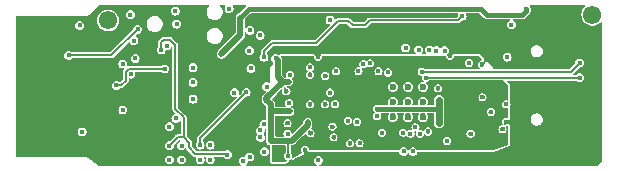
<source format=gbr>
G04 #@! TF.GenerationSoftware,KiCad,Pcbnew,7.0.7*
G04 #@! TF.CreationDate,2024-03-21T15:18:08+09:00*
G04 #@! TF.ProjectId,rs-probe,72732d70-726f-4626-952e-6b696361645f,rev?*
G04 #@! TF.SameCoordinates,Original*
G04 #@! TF.FileFunction,Copper,L3,Inr*
G04 #@! TF.FilePolarity,Positive*
%FSLAX46Y46*%
G04 Gerber Fmt 4.6, Leading zero omitted, Abs format (unit mm)*
G04 Created by KiCad (PCBNEW 7.0.7) date 2024-03-21 15:18:08*
%MOMM*%
%LPD*%
G01*
G04 APERTURE LIST*
G04 #@! TA.AperFunction,ComponentPad*
%ADD10O,2.100000X1.000000*%
G04 #@! TD*
G04 #@! TA.AperFunction,ComponentPad*
%ADD11O,1.600000X1.000000*%
G04 #@! TD*
G04 #@! TA.AperFunction,ComponentPad*
%ADD12C,0.600000*%
G04 #@! TD*
G04 #@! TA.AperFunction,ComponentPad*
%ADD13C,1.552000*%
G04 #@! TD*
G04 #@! TA.AperFunction,ViaPad*
%ADD14C,0.450000*%
G04 #@! TD*
G04 #@! TA.AperFunction,Conductor*
%ADD15C,0.200000*%
G04 #@! TD*
G04 #@! TA.AperFunction,Conductor*
%ADD16C,0.400000*%
G04 #@! TD*
G04 #@! TA.AperFunction,Conductor*
%ADD17C,0.500000*%
G04 #@! TD*
G04 #@! TA.AperFunction,Conductor*
%ADD18C,0.600000*%
G04 #@! TD*
G04 APERTURE END LIST*
D10*
X173770000Y-97320000D03*
D11*
X177950000Y-97320000D03*
D10*
X173770000Y-88680000D03*
D11*
X177950000Y-88680000D03*
D12*
X164675000Y-93125000D03*
X163400000Y-93125000D03*
X162125000Y-93125000D03*
X164675000Y-94400000D03*
X163400000Y-94400000D03*
X162125000Y-94400000D03*
X164675000Y-95675000D03*
X163400000Y-95675000D03*
X162125000Y-95675000D03*
D13*
X179000000Y-99000000D03*
X138000000Y-98500000D03*
X138000000Y-87500000D03*
X179000000Y-87000000D03*
D14*
X150100000Y-91550000D03*
X150020000Y-88340000D03*
X150930000Y-89540000D03*
X148870000Y-86620000D03*
X149700000Y-94400000D03*
X155100000Y-92100000D03*
X175025000Y-99250000D03*
X154250000Y-87375000D03*
X145750000Y-86500000D03*
X153750000Y-88650000D03*
X172300000Y-89200000D03*
X174400000Y-86450000D03*
X158500000Y-97900000D03*
X141800000Y-99500000D03*
X154670000Y-98440000D03*
X153200000Y-96200000D03*
X156400000Y-92200000D03*
X165950000Y-93250000D03*
X135800000Y-94900000D03*
X137600000Y-93875000D03*
X170400000Y-95250000D03*
X158975000Y-87400000D03*
X155100000Y-94600000D03*
X153100000Y-93500000D03*
X160200000Y-88540000D03*
X141800000Y-98700000D03*
X141200000Y-86450000D03*
X171900000Y-89900000D03*
X171700000Y-96100000D03*
X174175000Y-93000000D03*
X176975000Y-93650000D03*
X160614812Y-99014812D03*
X158300000Y-96000000D03*
X172200000Y-96900000D03*
X150900000Y-92500000D03*
X168550000Y-91100000D03*
X139825000Y-93550000D03*
X158180000Y-88860000D03*
X140200000Y-96975000D03*
X141300000Y-94000000D03*
X157212878Y-94583254D03*
X166700000Y-97700000D03*
X149400000Y-96700000D03*
X155150000Y-97050000D03*
X155770000Y-90580000D03*
X149950000Y-87750000D03*
X168700000Y-97100000D03*
X157300000Y-91800000D03*
X157100000Y-97400000D03*
X146300000Y-89500000D03*
X144400000Y-94700000D03*
X169650000Y-91225000D03*
X165100000Y-96900000D03*
X148400000Y-99450000D03*
X171400000Y-96700000D03*
X142900000Y-86450000D03*
X166950000Y-90500000D03*
X148130000Y-93470000D03*
X176300000Y-98775000D03*
X135700000Y-89700000D03*
X179450000Y-88700000D03*
X169700000Y-94000000D03*
X157000000Y-96500000D03*
X143200000Y-94100000D03*
X143100000Y-92800000D03*
X141800000Y-92700000D03*
X156400000Y-94600000D03*
X177200000Y-86450000D03*
X172100000Y-98500000D03*
X151600000Y-87711694D03*
X152500000Y-96600000D03*
X162400000Y-91800000D03*
X160800000Y-96200000D03*
X152450000Y-99050011D03*
X153600000Y-91000000D03*
X160800000Y-94300000D03*
X156000000Y-97100000D03*
X171600000Y-97800000D03*
X167400000Y-98100000D03*
X170175000Y-93350000D03*
X169700000Y-95400000D03*
X155700000Y-92200000D03*
X166350000Y-90962500D03*
X155700000Y-94600000D03*
X143700000Y-86700000D03*
X152400000Y-94100000D03*
X153000000Y-90900000D03*
X162400000Y-97000000D03*
X171700000Y-94600000D03*
X171800000Y-90600000D03*
X143200000Y-96500000D03*
X143200000Y-98100000D03*
X142500000Y-90000000D03*
X143200000Y-99300000D03*
X148100000Y-98850000D03*
X145800000Y-99300000D03*
X149700000Y-93575000D03*
X145800000Y-98050000D03*
X135800000Y-96925500D03*
X160800000Y-95600000D03*
X159100000Y-96100000D03*
X140200000Y-89200000D03*
X145200000Y-94150000D03*
X135600000Y-87920000D03*
X139925500Y-92040000D03*
X149450000Y-99400000D03*
X150000000Y-99050000D03*
X145200000Y-91500000D03*
X146650000Y-99300000D03*
X146650000Y-98050000D03*
X134660000Y-90460000D03*
X140500000Y-88250000D03*
X145200000Y-92750000D03*
X143000000Y-89650000D03*
X140300000Y-90700000D03*
X143750000Y-95800000D03*
X138700000Y-93000000D03*
X173430000Y-86530000D03*
X147600000Y-90350000D03*
X142800000Y-91600000D03*
X144225000Y-98100000D03*
X144225000Y-99300000D03*
X150880000Y-88750000D03*
X163200000Y-89825000D03*
X148700000Y-93600000D03*
X164400000Y-97100000D03*
X165200000Y-90000000D03*
X139900000Y-87000000D03*
X165800000Y-90050000D03*
X148250000Y-86500000D03*
X156800000Y-87450000D03*
X164300000Y-90000000D03*
X143800000Y-87800000D03*
X149970000Y-90050000D03*
X155800000Y-99350000D03*
X153400000Y-95200000D03*
X151800000Y-96600000D03*
X153260000Y-98980000D03*
X153414812Y-97685188D03*
X151400000Y-94200000D03*
X154900000Y-96100000D03*
X153300000Y-92700000D03*
X152200000Y-90690000D03*
X166000000Y-96200000D03*
X160800000Y-95000000D03*
X166000000Y-94200000D03*
X164025000Y-96550000D03*
X159300000Y-97900000D03*
X163820000Y-98580000D03*
X151240000Y-98610000D03*
X163600000Y-97100000D03*
X153200000Y-97100000D03*
X160900000Y-91800000D03*
X150900000Y-97400000D03*
X150900000Y-96800000D03*
X161700000Y-91900000D03*
X156800000Y-93600000D03*
X160190000Y-91120000D03*
X159600000Y-91200000D03*
X155100000Y-91474500D03*
X163020000Y-98580000D03*
X151200000Y-96300000D03*
X153300000Y-94500000D03*
X163000000Y-97000000D03*
X151430000Y-93100000D03*
X161200000Y-97000000D03*
X159200000Y-91800000D03*
X153400000Y-92100000D03*
X151200000Y-90610000D03*
X167980000Y-87140000D03*
X172150000Y-87850000D03*
X166500000Y-90050000D03*
X139250000Y-91175000D03*
X139250000Y-95075000D03*
X164550000Y-91850000D03*
X177930000Y-91095000D03*
X177930000Y-92350000D03*
X164925000Y-92350000D03*
D15*
X139764459Y-91600000D02*
X142800000Y-91600000D01*
X139500500Y-91863959D02*
X139764459Y-91600000D01*
X139500500Y-92599500D02*
X139500500Y-91863959D01*
X139100000Y-93000000D02*
X139500500Y-92599500D01*
X138700000Y-93000000D02*
X139100000Y-93000000D01*
X134660000Y-90460000D02*
X138290000Y-90460000D01*
X138290000Y-90460000D02*
X140500000Y-88250000D01*
X144850000Y-98250000D02*
X144850000Y-97850000D01*
X148100000Y-98850000D02*
X148050000Y-98800000D01*
X142500000Y-89350000D02*
X142700000Y-89150000D01*
X142700000Y-89150000D02*
X143250000Y-89150000D01*
X144850000Y-97850000D02*
X144400000Y-97400000D01*
X143250000Y-89150000D02*
X143700000Y-89600000D01*
X143200000Y-98100000D02*
X143900000Y-97400000D01*
X143900000Y-97400000D02*
X144400000Y-97400000D01*
X143700000Y-95000000D02*
X144400000Y-95700000D01*
X145400000Y-98800000D02*
X144850000Y-98250000D01*
X142500000Y-90000000D02*
X142500000Y-89350000D01*
X148050000Y-98800000D02*
X145400000Y-98800000D01*
X143700000Y-89600000D02*
X143700000Y-95000000D01*
X144400000Y-95700000D02*
X144400000Y-97400000D01*
X145800000Y-98050000D02*
X145800000Y-97475000D01*
X145800000Y-97475000D02*
X149700000Y-93575000D01*
D16*
X173430000Y-86530000D02*
X173430000Y-86670000D01*
X149900000Y-86550000D02*
X149200000Y-87250000D01*
X173050000Y-87050000D02*
X170100000Y-87050000D01*
X173430000Y-86670000D02*
X173050000Y-87050000D01*
D17*
X149200000Y-88750000D02*
X147600000Y-90350000D01*
X149200000Y-87250000D02*
X149200000Y-88750000D01*
D16*
X170100000Y-87050000D02*
X169600000Y-86550000D01*
X169600000Y-86550000D02*
X149900000Y-86550000D01*
D17*
X153300000Y-92700000D02*
X152800000Y-92700000D01*
X152800000Y-92700000D02*
X152400000Y-92300000D01*
X151800000Y-97700000D02*
X151800000Y-96600000D01*
X153564812Y-97685188D02*
X154900000Y-96350000D01*
X153414812Y-97685188D02*
X153564812Y-97685188D01*
X151400000Y-94100000D02*
X152800000Y-92700000D01*
D15*
X153260000Y-97840000D02*
X153414812Y-97685188D01*
D17*
X154900000Y-96350000D02*
X154900000Y-96100000D01*
X153400000Y-95200000D02*
X151900000Y-95200000D01*
X151800000Y-96600000D02*
X151800000Y-95300000D01*
D15*
X153260000Y-98980000D02*
X153260000Y-97840000D01*
D17*
X153400000Y-97700000D02*
X151800000Y-97700000D01*
X151800000Y-95300000D02*
X151800000Y-94600000D01*
D16*
X152200000Y-90690000D02*
X152219970Y-90690000D01*
X152219970Y-90690000D02*
X152400000Y-90870030D01*
D17*
X151800000Y-94600000D02*
X151400000Y-94200000D01*
X152400000Y-92300000D02*
X152400000Y-90870030D01*
D16*
X151400000Y-94200000D02*
X151400000Y-94100000D01*
D17*
X153414812Y-97685188D02*
X153400000Y-97700000D01*
D16*
X151900000Y-95200000D02*
X151800000Y-95300000D01*
D18*
X166000000Y-95100000D02*
X166000000Y-94200000D01*
D16*
X160800000Y-95000000D02*
X160819521Y-95019521D01*
X165919521Y-95019521D02*
X166000000Y-95100000D01*
D18*
X166000000Y-96200000D02*
X166000000Y-95100000D01*
D16*
X160819521Y-95019521D02*
X165919521Y-95019521D01*
D15*
X157500000Y-87525000D02*
X158325000Y-87525000D01*
X151200000Y-90610000D02*
X151200000Y-90100000D01*
X159750000Y-87900000D02*
X160150000Y-87500000D01*
X167620000Y-87500000D02*
X167980000Y-87140000D01*
X151200000Y-90100000D02*
X151900000Y-89400000D01*
X160150000Y-87500000D02*
X167620000Y-87500000D01*
X155625000Y-89400000D02*
X157500000Y-87525000D01*
X151900000Y-89400000D02*
X155625000Y-89400000D01*
X158325000Y-87525000D02*
X158700000Y-87900000D01*
X158700000Y-87900000D02*
X159750000Y-87900000D01*
X177930000Y-91095000D02*
X177175000Y-91850000D01*
X177175000Y-91850000D02*
X164550000Y-91850000D01*
X164925000Y-92350000D02*
X177930000Y-92350000D01*
G04 #@! TA.AperFunction,Conductor*
G36*
X158541621Y-97712955D02*
G01*
X158560481Y-97719819D01*
X158588345Y-97729960D01*
X158603083Y-97738469D01*
X158641175Y-97770433D01*
X158652112Y-97783467D01*
X158676972Y-97826525D01*
X158676975Y-97826529D01*
X158682795Y-97842520D01*
X158691430Y-97891485D01*
X158691430Y-97908504D01*
X158682794Y-97957478D01*
X158676974Y-97973470D01*
X158652111Y-98016532D01*
X158641173Y-98029567D01*
X158603083Y-98061529D01*
X158588346Y-98070038D01*
X158577223Y-98074086D01*
X158541620Y-98087045D01*
X158524863Y-98090000D01*
X158475139Y-98090000D01*
X158458380Y-98087045D01*
X158411651Y-98070037D01*
X158396913Y-98061528D01*
X158358822Y-98029565D01*
X158347885Y-98016532D01*
X158323022Y-97973468D01*
X158317204Y-97957481D01*
X158308569Y-97908504D01*
X158308569Y-97891489D01*
X158309353Y-97887045D01*
X158317204Y-97842513D01*
X158323023Y-97826529D01*
X158347887Y-97783463D01*
X158358821Y-97770434D01*
X158396914Y-97738468D01*
X158411647Y-97729962D01*
X158458378Y-97712955D01*
X158475137Y-97710000D01*
X158524863Y-97710000D01*
X158541621Y-97712955D01*
G37*
G04 #@! TD.AperFunction*
G04 #@! TA.AperFunction,Conductor*
G36*
X166741621Y-97512955D02*
G01*
X166754065Y-97517484D01*
X166788345Y-97529960D01*
X166803083Y-97538469D01*
X166841175Y-97570433D01*
X166852112Y-97583467D01*
X166876972Y-97626525D01*
X166876975Y-97626529D01*
X166882795Y-97642518D01*
X166888045Y-97672288D01*
X166891430Y-97691485D01*
X166891430Y-97708502D01*
X166882795Y-97757477D01*
X166876974Y-97773470D01*
X166852111Y-97816532D01*
X166841173Y-97829567D01*
X166803083Y-97861529D01*
X166788345Y-97870038D01*
X166741620Y-97887045D01*
X166724863Y-97890000D01*
X166675139Y-97890000D01*
X166658380Y-97887045D01*
X166611651Y-97870037D01*
X166596913Y-97861528D01*
X166558822Y-97829565D01*
X166547885Y-97816532D01*
X166523022Y-97773468D01*
X166517204Y-97757481D01*
X166512290Y-97729612D01*
X166508569Y-97708504D01*
X166508569Y-97691489D01*
X166509109Y-97688427D01*
X166517204Y-97642513D01*
X166523023Y-97626529D01*
X166547887Y-97583463D01*
X166558821Y-97570434D01*
X166596914Y-97538468D01*
X166611647Y-97529962D01*
X166658378Y-97512955D01*
X166675137Y-97510000D01*
X166724863Y-97510000D01*
X166741621Y-97512955D01*
G37*
G04 #@! TD.AperFunction*
G04 #@! TA.AperFunction,Conductor*
G36*
X157141621Y-97212955D02*
G01*
X157168794Y-97222844D01*
X157188345Y-97229960D01*
X157203082Y-97238468D01*
X157209354Y-97243731D01*
X157241175Y-97270433D01*
X157252112Y-97283467D01*
X157276972Y-97326525D01*
X157276975Y-97326529D01*
X157282796Y-97342521D01*
X157291430Y-97391485D01*
X157291430Y-97408502D01*
X157282795Y-97457477D01*
X157276974Y-97473470D01*
X157252111Y-97516532D01*
X157241173Y-97529567D01*
X157203083Y-97561529D01*
X157188345Y-97570038D01*
X157141620Y-97587045D01*
X157124863Y-97590000D01*
X157075139Y-97590000D01*
X157058380Y-97587045D01*
X157011651Y-97570037D01*
X156996913Y-97561528D01*
X156958822Y-97529565D01*
X156947885Y-97516532D01*
X156923022Y-97473468D01*
X156917204Y-97457481D01*
X156908569Y-97408504D01*
X156908569Y-97391489D01*
X156911078Y-97377259D01*
X156917204Y-97342513D01*
X156923023Y-97326529D01*
X156947887Y-97283463D01*
X156958821Y-97270434D01*
X156996914Y-97238468D01*
X157011647Y-97229962D01*
X157058378Y-97212955D01*
X157075137Y-97210000D01*
X157124863Y-97210000D01*
X157141621Y-97212955D01*
G37*
G04 #@! TD.AperFunction*
G04 #@! TA.AperFunction,Conductor*
G36*
X168741621Y-96912955D02*
G01*
X168754065Y-96917484D01*
X168788345Y-96929960D01*
X168803083Y-96938469D01*
X168841175Y-96970433D01*
X168852112Y-96983467D01*
X168876972Y-97026525D01*
X168876975Y-97026529D01*
X168882795Y-97042518D01*
X168886822Y-97065352D01*
X168891430Y-97091485D01*
X168891430Y-97108502D01*
X168882795Y-97157477D01*
X168876974Y-97173470D01*
X168852111Y-97216532D01*
X168841173Y-97229567D01*
X168803083Y-97261529D01*
X168788345Y-97270038D01*
X168741620Y-97287045D01*
X168724863Y-97290000D01*
X168675139Y-97290000D01*
X168658380Y-97287045D01*
X168647538Y-97283099D01*
X168611651Y-97270037D01*
X168596913Y-97261528D01*
X168558822Y-97229565D01*
X168547885Y-97216532D01*
X168523022Y-97173468D01*
X168517204Y-97157481D01*
X168511207Y-97123470D01*
X168508569Y-97108504D01*
X168508569Y-97091489D01*
X168509799Y-97084513D01*
X168517204Y-97042513D01*
X168523023Y-97026529D01*
X168547887Y-96983463D01*
X168558821Y-96970434D01*
X168596914Y-96938468D01*
X168611647Y-96929962D01*
X168658378Y-96912955D01*
X168675137Y-96910000D01*
X168724863Y-96910000D01*
X168741621Y-96912955D01*
G37*
G04 #@! TD.AperFunction*
G04 #@! TA.AperFunction,Conductor*
G36*
X155067502Y-96809140D02*
G01*
X155094124Y-96829567D01*
X155099655Y-96833811D01*
X155134303Y-96848163D01*
X155139717Y-96849239D01*
X155167405Y-96854748D01*
X155174605Y-96856761D01*
X155238347Y-96879961D01*
X155253082Y-96888468D01*
X155256677Y-96891485D01*
X155291175Y-96920433D01*
X155302113Y-96933469D01*
X155326974Y-96976529D01*
X155332793Y-96992512D01*
X155333207Y-96994856D01*
X155334114Y-96999999D01*
X155335464Y-97007653D01*
X155338876Y-97027003D01*
X155341430Y-97041488D01*
X155341430Y-97058504D01*
X155339397Y-97070036D01*
X155332795Y-97107478D01*
X155326974Y-97123470D01*
X155302111Y-97166532D01*
X155291173Y-97179567D01*
X155253083Y-97211529D01*
X155238345Y-97220038D01*
X155191620Y-97237045D01*
X155174863Y-97240000D01*
X155125139Y-97240000D01*
X155108380Y-97237045D01*
X155097038Y-97232917D01*
X155061651Y-97220037D01*
X155046913Y-97211528D01*
X155045092Y-97210000D01*
X155008823Y-97179566D01*
X154997889Y-97166534D01*
X154973020Y-97123460D01*
X154967202Y-97107476D01*
X154957378Y-97051762D01*
X154942171Y-97006964D01*
X154934648Y-96992512D01*
X154928566Y-96980828D01*
X154913503Y-96957184D01*
X154906992Y-96920251D01*
X154920180Y-96896211D01*
X155003026Y-96813365D01*
X155037673Y-96799014D01*
X155067502Y-96809140D01*
G37*
G04 #@! TD.AperFunction*
G04 #@! TA.AperFunction,Conductor*
G36*
X165141621Y-96712955D02*
G01*
X165168794Y-96722844D01*
X165188345Y-96729960D01*
X165203083Y-96738469D01*
X165241175Y-96770433D01*
X165252112Y-96783467D01*
X165276972Y-96826525D01*
X165276975Y-96826529D01*
X165282795Y-96842518D01*
X165289437Y-96880181D01*
X165291430Y-96891485D01*
X165291430Y-96908502D01*
X165282795Y-96957479D01*
X165276974Y-96973469D01*
X165270888Y-96984012D01*
X165252111Y-97016534D01*
X165241172Y-97029569D01*
X165203084Y-97061528D01*
X165188348Y-97070036D01*
X165141623Y-97087044D01*
X165124863Y-97090000D01*
X165075139Y-97090000D01*
X165058380Y-97087045D01*
X165051423Y-97084513D01*
X165011651Y-97070037D01*
X164996913Y-97061528D01*
X164993310Y-97058505D01*
X164931203Y-97006390D01*
X164917457Y-96994856D01*
X164913338Y-96993557D01*
X164905140Y-96986680D01*
X164887818Y-96953416D01*
X164890963Y-96931379D01*
X164910306Y-96881639D01*
X164910305Y-96881639D01*
X164910308Y-96881634D01*
X164917204Y-96842517D01*
X164923023Y-96826529D01*
X164947887Y-96783464D01*
X164958823Y-96770433D01*
X164996912Y-96738471D01*
X165011647Y-96729962D01*
X165058378Y-96712955D01*
X165075137Y-96710000D01*
X165124863Y-96710000D01*
X165141621Y-96712955D01*
G37*
G04 #@! TD.AperFunction*
G04 #@! TA.AperFunction,Conductor*
G36*
X171527398Y-96491761D02*
G01*
X171537106Y-96515196D01*
X171540278Y-96539292D01*
X171559781Y-96596748D01*
X171559783Y-96596753D01*
X171576975Y-96626530D01*
X171582795Y-96642518D01*
X171587127Y-96667082D01*
X171591430Y-96691485D01*
X171591430Y-96708502D01*
X171582795Y-96757477D01*
X171576974Y-96773470D01*
X171552111Y-96816532D01*
X171541173Y-96829567D01*
X171503083Y-96861529D01*
X171488345Y-96870038D01*
X171441620Y-96887045D01*
X171424863Y-96890000D01*
X171375139Y-96890000D01*
X171358380Y-96887045D01*
X171311651Y-96870037D01*
X171296913Y-96861528D01*
X171258822Y-96829565D01*
X171247885Y-96816532D01*
X171223022Y-96773468D01*
X171217204Y-96757481D01*
X171212352Y-96729960D01*
X171208569Y-96708504D01*
X171208569Y-96691489D01*
X171210151Y-96682518D01*
X171217204Y-96642513D01*
X171223021Y-96626532D01*
X171247887Y-96583463D01*
X171258820Y-96570434D01*
X171296914Y-96538469D01*
X171311647Y-96529962D01*
X171363379Y-96511134D01*
X171373727Y-96508602D01*
X171403364Y-96504701D01*
X171427864Y-96498136D01*
X171447124Y-96491598D01*
X171458695Y-96482718D01*
X171494919Y-96473011D01*
X171527398Y-96491761D01*
G37*
G04 #@! TD.AperFunction*
G04 #@! TA.AperFunction,Conductor*
G36*
X157041621Y-96312955D02*
G01*
X157053510Y-96317282D01*
X157088345Y-96329960D01*
X157103083Y-96338469D01*
X157141175Y-96370433D01*
X157152112Y-96383467D01*
X157176972Y-96426525D01*
X157176975Y-96426529D01*
X157182795Y-96442518D01*
X157188172Y-96473011D01*
X157191430Y-96491485D01*
X157191430Y-96508502D01*
X157184114Y-96549999D01*
X157182794Y-96557479D01*
X157176974Y-96573470D01*
X157152111Y-96616532D01*
X157141173Y-96629567D01*
X157103083Y-96661529D01*
X157088345Y-96670038D01*
X157041620Y-96687045D01*
X157024863Y-96690000D01*
X156975139Y-96690000D01*
X156958380Y-96687045D01*
X156911651Y-96670037D01*
X156896913Y-96661528D01*
X156858822Y-96629565D01*
X156847885Y-96616532D01*
X156823022Y-96573468D01*
X156817204Y-96557481D01*
X156812352Y-96529961D01*
X156808569Y-96508504D01*
X156808569Y-96491489D01*
X156808570Y-96491485D01*
X156817204Y-96442513D01*
X156823023Y-96426529D01*
X156847887Y-96383463D01*
X156858821Y-96370434D01*
X156896914Y-96338468D01*
X156911647Y-96329962D01*
X156958378Y-96312955D01*
X156975137Y-96310000D01*
X157024863Y-96310000D01*
X157041621Y-96312955D01*
G37*
G04 #@! TD.AperFunction*
G04 #@! TA.AperFunction,Conductor*
G36*
X153241621Y-96012955D02*
G01*
X153261915Y-96020341D01*
X153288345Y-96029960D01*
X153303083Y-96038469D01*
X153341175Y-96070433D01*
X153352112Y-96083467D01*
X153376972Y-96126525D01*
X153376975Y-96126529D01*
X153382795Y-96142518D01*
X153389437Y-96180181D01*
X153391430Y-96191485D01*
X153391430Y-96208502D01*
X153382795Y-96257477D01*
X153376974Y-96273470D01*
X153352111Y-96316532D01*
X153341173Y-96329567D01*
X153303083Y-96361529D01*
X153288345Y-96370038D01*
X153241620Y-96387045D01*
X153224863Y-96390000D01*
X153175139Y-96390000D01*
X153158380Y-96387045D01*
X153111651Y-96370037D01*
X153096913Y-96361528D01*
X153058822Y-96329565D01*
X153047885Y-96316532D01*
X153023022Y-96273468D01*
X153017204Y-96257481D01*
X153008569Y-96208504D01*
X153008569Y-96191489D01*
X153008570Y-96191485D01*
X153017204Y-96142513D01*
X153023023Y-96126529D01*
X153047887Y-96083463D01*
X153058821Y-96070434D01*
X153096914Y-96038468D01*
X153111647Y-96029962D01*
X153158378Y-96012955D01*
X153175137Y-96010000D01*
X153224863Y-96010000D01*
X153241621Y-96012955D01*
G37*
G04 #@! TD.AperFunction*
G04 #@! TA.AperFunction,Conductor*
G36*
X158341621Y-95812955D02*
G01*
X158368794Y-95822844D01*
X158388345Y-95829960D01*
X158403083Y-95838469D01*
X158441175Y-95870433D01*
X158452112Y-95883467D01*
X158476972Y-95926525D01*
X158476975Y-95926529D01*
X158482795Y-95942520D01*
X158491430Y-95991486D01*
X158491430Y-96008505D01*
X158482794Y-96057479D01*
X158476974Y-96073470D01*
X158461657Y-96100000D01*
X158452109Y-96116534D01*
X158441173Y-96129567D01*
X158403083Y-96161529D01*
X158388345Y-96170038D01*
X158341620Y-96187045D01*
X158324863Y-96190000D01*
X158275139Y-96190000D01*
X158258380Y-96187045D01*
X158211651Y-96170037D01*
X158196913Y-96161528D01*
X158158822Y-96129565D01*
X158147885Y-96116532D01*
X158123022Y-96073468D01*
X158117204Y-96057483D01*
X158108569Y-96008505D01*
X158108569Y-95991491D01*
X158108570Y-95991486D01*
X158117204Y-95942513D01*
X158123023Y-95926529D01*
X158147887Y-95883463D01*
X158158821Y-95870434D01*
X158196914Y-95838468D01*
X158211647Y-95829962D01*
X158258378Y-95812955D01*
X158275137Y-95810000D01*
X158324863Y-95810000D01*
X158341621Y-95812955D01*
G37*
G04 #@! TD.AperFunction*
G04 #@! TA.AperFunction,Conductor*
G36*
X162291672Y-95384373D02*
G01*
X162305605Y-95412625D01*
X162310331Y-95448527D01*
X162316582Y-95463617D01*
X162316582Y-95463662D01*
X162323440Y-95480182D01*
X162323464Y-95480796D01*
X162324271Y-95482379D01*
X162325076Y-95484124D01*
X162329580Y-95494996D01*
X162331697Y-95496953D01*
X162376646Y-95585171D01*
X162381384Y-95599751D01*
X162392088Y-95667333D01*
X162392088Y-95682663D01*
X162381384Y-95750246D01*
X162376648Y-95764824D01*
X162345586Y-95825789D01*
X162345585Y-95825790D01*
X162336573Y-95838193D01*
X162288193Y-95886573D01*
X162275790Y-95895585D01*
X162214826Y-95926647D01*
X162200246Y-95931384D01*
X162132664Y-95942088D01*
X162117334Y-95942088D01*
X162049752Y-95931385D01*
X162035172Y-95926647D01*
X161974213Y-95895587D01*
X161961810Y-95886577D01*
X161913425Y-95838193D01*
X161904414Y-95825789D01*
X161873351Y-95764824D01*
X161868613Y-95750244D01*
X161857910Y-95682664D01*
X161857910Y-95667334D01*
X161868615Y-95599744D01*
X161873351Y-95585171D01*
X161918297Y-95496957D01*
X161920418Y-95494997D01*
X161924398Y-95485391D01*
X161924403Y-95485380D01*
X161924908Y-95484157D01*
X161925734Y-95482361D01*
X161926514Y-95480829D01*
X161926538Y-95480225D01*
X161928343Y-95475869D01*
X161939666Y-95448534D01*
X161940505Y-95445405D01*
X161950175Y-95409317D01*
X161950174Y-95409316D01*
X161950973Y-95406339D01*
X161973803Y-95376586D01*
X161998303Y-95370021D01*
X162257024Y-95370021D01*
X162291672Y-95384373D01*
G37*
G04 #@! TD.AperFunction*
G04 #@! TA.AperFunction,Conductor*
G36*
X163566672Y-95384373D02*
G01*
X163580605Y-95412625D01*
X163585331Y-95448527D01*
X163591582Y-95463617D01*
X163591582Y-95463662D01*
X163598440Y-95480182D01*
X163598464Y-95480796D01*
X163599271Y-95482379D01*
X163600076Y-95484124D01*
X163604580Y-95494996D01*
X163606697Y-95496953D01*
X163651646Y-95585171D01*
X163656384Y-95599751D01*
X163667088Y-95667334D01*
X163667088Y-95682664D01*
X163656384Y-95750246D01*
X163651648Y-95764824D01*
X163620586Y-95825789D01*
X163620585Y-95825790D01*
X163611573Y-95838193D01*
X163563193Y-95886573D01*
X163550790Y-95895585D01*
X163489826Y-95926647D01*
X163475246Y-95931384D01*
X163407664Y-95942088D01*
X163392334Y-95942088D01*
X163324752Y-95931385D01*
X163310172Y-95926647D01*
X163249213Y-95895587D01*
X163236810Y-95886577D01*
X163188425Y-95838193D01*
X163179414Y-95825789D01*
X163148351Y-95764824D01*
X163143613Y-95750244D01*
X163132910Y-95682664D01*
X163132910Y-95667334D01*
X163143615Y-95599744D01*
X163148351Y-95585171D01*
X163193297Y-95496957D01*
X163195418Y-95494997D01*
X163199398Y-95485391D01*
X163199403Y-95485380D01*
X163199908Y-95484157D01*
X163200734Y-95482361D01*
X163201514Y-95480829D01*
X163201538Y-95480225D01*
X163203343Y-95475869D01*
X163214666Y-95448534D01*
X163215505Y-95445405D01*
X163225175Y-95409317D01*
X163225174Y-95409316D01*
X163225973Y-95406339D01*
X163248803Y-95376586D01*
X163273303Y-95370021D01*
X163532024Y-95370021D01*
X163566672Y-95384373D01*
G37*
G04 #@! TD.AperFunction*
G04 #@! TA.AperFunction,Conductor*
G36*
X164841672Y-95384373D02*
G01*
X164855605Y-95412625D01*
X164860331Y-95448527D01*
X164866582Y-95463617D01*
X164866582Y-95463662D01*
X164873440Y-95480182D01*
X164873464Y-95480796D01*
X164874271Y-95482379D01*
X164875076Y-95484124D01*
X164879580Y-95494996D01*
X164881697Y-95496953D01*
X164926646Y-95585171D01*
X164931384Y-95599751D01*
X164942088Y-95667333D01*
X164942088Y-95682663D01*
X164931384Y-95750246D01*
X164926648Y-95764824D01*
X164895586Y-95825789D01*
X164895585Y-95825790D01*
X164886573Y-95838193D01*
X164838193Y-95886573D01*
X164825790Y-95895585D01*
X164764826Y-95926647D01*
X164750246Y-95931384D01*
X164682664Y-95942088D01*
X164667334Y-95942088D01*
X164599752Y-95931385D01*
X164585172Y-95926647D01*
X164524213Y-95895587D01*
X164511810Y-95886577D01*
X164463425Y-95838193D01*
X164454414Y-95825789D01*
X164423351Y-95764824D01*
X164418613Y-95750244D01*
X164407910Y-95682664D01*
X164407910Y-95667334D01*
X164418615Y-95599744D01*
X164423351Y-95585171D01*
X164468297Y-95496957D01*
X164470418Y-95494997D01*
X164474398Y-95485391D01*
X164474403Y-95485380D01*
X164474908Y-95484157D01*
X164475734Y-95482361D01*
X164476514Y-95480829D01*
X164476538Y-95480225D01*
X164478343Y-95475869D01*
X164489666Y-95448534D01*
X164490505Y-95445405D01*
X164500175Y-95409317D01*
X164500174Y-95409316D01*
X164500973Y-95406339D01*
X164523803Y-95376586D01*
X164548303Y-95370021D01*
X164807024Y-95370021D01*
X164841672Y-95384373D01*
G37*
G04 #@! TD.AperFunction*
G04 #@! TA.AperFunction,Conductor*
G36*
X170441621Y-95062955D02*
G01*
X170468794Y-95072844D01*
X170488345Y-95079960D01*
X170503082Y-95088468D01*
X170514134Y-95097742D01*
X170541175Y-95120433D01*
X170552112Y-95133467D01*
X170576972Y-95176525D01*
X170576975Y-95176529D01*
X170582795Y-95192518D01*
X170591430Y-95241485D01*
X170591430Y-95258502D01*
X170582795Y-95307477D01*
X170576974Y-95323470D01*
X170552111Y-95366532D01*
X170541173Y-95379567D01*
X170503083Y-95411529D01*
X170488345Y-95420038D01*
X170441620Y-95437045D01*
X170424863Y-95440000D01*
X170375139Y-95440000D01*
X170358380Y-95437045D01*
X170357080Y-95436572D01*
X170311651Y-95420037D01*
X170296913Y-95411528D01*
X170258822Y-95379565D01*
X170247885Y-95366532D01*
X170223022Y-95323468D01*
X170217204Y-95307481D01*
X170210328Y-95268481D01*
X170208569Y-95258504D01*
X170208569Y-95241489D01*
X170208570Y-95241485D01*
X170217204Y-95192513D01*
X170223023Y-95176529D01*
X170247887Y-95133463D01*
X170258821Y-95120434D01*
X170296914Y-95088468D01*
X170311647Y-95079962D01*
X170358378Y-95062955D01*
X170375137Y-95060000D01*
X170424863Y-95060000D01*
X170441621Y-95062955D01*
G37*
G04 #@! TD.AperFunction*
G04 #@! TA.AperFunction,Conductor*
G36*
X155141621Y-94412955D02*
G01*
X155168794Y-94422844D01*
X155188345Y-94429960D01*
X155203083Y-94438469D01*
X155241175Y-94470433D01*
X155252112Y-94483467D01*
X155276972Y-94526525D01*
X155276975Y-94526529D01*
X155282795Y-94542520D01*
X155291430Y-94591485D01*
X155291430Y-94608504D01*
X155282794Y-94657478D01*
X155276974Y-94673470D01*
X155252111Y-94716532D01*
X155241173Y-94729567D01*
X155203083Y-94761529D01*
X155188345Y-94770038D01*
X155141620Y-94787045D01*
X155124863Y-94790000D01*
X155075139Y-94790000D01*
X155058380Y-94787045D01*
X155056025Y-94786188D01*
X155011651Y-94770037D01*
X154996913Y-94761528D01*
X154958822Y-94729565D01*
X154947885Y-94716532D01*
X154923022Y-94673468D01*
X154917204Y-94657481D01*
X154909489Y-94613724D01*
X154908569Y-94608504D01*
X154908569Y-94591489D01*
X154910021Y-94583255D01*
X154917204Y-94542513D01*
X154923023Y-94526529D01*
X154947887Y-94483463D01*
X154958821Y-94470434D01*
X154996914Y-94438468D01*
X155011647Y-94429962D01*
X155054199Y-94414475D01*
X155058379Y-94412955D01*
X155075137Y-94410000D01*
X155124863Y-94410000D01*
X155141621Y-94412955D01*
G37*
G04 #@! TD.AperFunction*
G04 #@! TA.AperFunction,Conductor*
G36*
X156441621Y-94412955D02*
G01*
X156468794Y-94422844D01*
X156488345Y-94429960D01*
X156503083Y-94438469D01*
X156541175Y-94470433D01*
X156552112Y-94483467D01*
X156576972Y-94526525D01*
X156576975Y-94526529D01*
X156582795Y-94542520D01*
X156589978Y-94583253D01*
X156590787Y-94587841D01*
X156591430Y-94591489D01*
X156591430Y-94608503D01*
X156582795Y-94657477D01*
X156576974Y-94673470D01*
X156552111Y-94716532D01*
X156541173Y-94729567D01*
X156503083Y-94761529D01*
X156488345Y-94770038D01*
X156441620Y-94787045D01*
X156424863Y-94790000D01*
X156375139Y-94790000D01*
X156358380Y-94787045D01*
X156356025Y-94786188D01*
X156311651Y-94770037D01*
X156296913Y-94761528D01*
X156258822Y-94729565D01*
X156247885Y-94716532D01*
X156223022Y-94673468D01*
X156217204Y-94657481D01*
X156209489Y-94613724D01*
X156208569Y-94608504D01*
X156208569Y-94591489D01*
X156210021Y-94583255D01*
X156217204Y-94542513D01*
X156223023Y-94526529D01*
X156247887Y-94483463D01*
X156258821Y-94470434D01*
X156296914Y-94438468D01*
X156311647Y-94429962D01*
X156354199Y-94414475D01*
X156358379Y-94412955D01*
X156375137Y-94410000D01*
X156424863Y-94410000D01*
X156441621Y-94412955D01*
G37*
G04 #@! TD.AperFunction*
G04 #@! TA.AperFunction,Conductor*
G36*
X157254499Y-94396209D02*
G01*
X157281672Y-94406098D01*
X157301223Y-94413214D01*
X157315961Y-94421723D01*
X157354053Y-94453687D01*
X157364990Y-94466721D01*
X157389850Y-94509779D01*
X157389853Y-94509783D01*
X157395673Y-94525772D01*
X157401212Y-94557181D01*
X157404308Y-94574739D01*
X157404308Y-94591756D01*
X157395673Y-94640731D01*
X157389852Y-94656724D01*
X157364989Y-94699786D01*
X157354051Y-94712821D01*
X157315961Y-94744783D01*
X157301223Y-94753292D01*
X157254498Y-94770299D01*
X157237741Y-94773254D01*
X157188017Y-94773254D01*
X157171258Y-94770299D01*
X157124529Y-94753291D01*
X157109791Y-94744782D01*
X157071700Y-94712819D01*
X157060763Y-94699786D01*
X157035900Y-94656722D01*
X157030082Y-94640735D01*
X157021447Y-94591758D01*
X157021447Y-94574743D01*
X157021448Y-94574739D01*
X157030082Y-94525767D01*
X157035901Y-94509783D01*
X157060765Y-94466717D01*
X157071699Y-94453688D01*
X157109792Y-94421722D01*
X157124525Y-94413216D01*
X157171256Y-94396209D01*
X157188015Y-94393254D01*
X157237741Y-94393254D01*
X157254499Y-94396209D01*
G37*
G04 #@! TD.AperFunction*
G04 #@! TA.AperFunction,Conductor*
G36*
X162200252Y-94143614D02*
G01*
X162214823Y-94148348D01*
X162275783Y-94179408D01*
X162288186Y-94188419D01*
X162336574Y-94236806D01*
X162345585Y-94249210D01*
X162376646Y-94310171D01*
X162381384Y-94324751D01*
X162392088Y-94392334D01*
X162392088Y-94407664D01*
X162381385Y-94475245D01*
X162376648Y-94489824D01*
X162349801Y-94542518D01*
X162342330Y-94557181D01*
X162329678Y-94591479D01*
X162324338Y-94613724D01*
X162323995Y-94615577D01*
X162321515Y-94628953D01*
X162301088Y-94660405D01*
X162273336Y-94669021D01*
X161973640Y-94669021D01*
X161938992Y-94654669D01*
X161924791Y-94623865D01*
X161924139Y-94615577D01*
X161924138Y-94615573D01*
X161907671Y-94557183D01*
X161907670Y-94557181D01*
X161873352Y-94489827D01*
X161868614Y-94475247D01*
X161857910Y-94407664D01*
X161857910Y-94392334D01*
X161868614Y-94324744D01*
X161873351Y-94310171D01*
X161881265Y-94294640D01*
X161897165Y-94263433D01*
X161904410Y-94249214D01*
X161913417Y-94236813D01*
X161961806Y-94188423D01*
X161974208Y-94179414D01*
X162035174Y-94148350D01*
X162049745Y-94143615D01*
X162117336Y-94132910D01*
X162132665Y-94132910D01*
X162200252Y-94143614D01*
G37*
G04 #@! TD.AperFunction*
G04 #@! TA.AperFunction,Conductor*
G36*
X163475252Y-94143614D02*
G01*
X163489823Y-94148348D01*
X163550783Y-94179408D01*
X163563186Y-94188419D01*
X163611574Y-94236806D01*
X163620585Y-94249210D01*
X163651646Y-94310171D01*
X163656384Y-94324751D01*
X163667088Y-94392334D01*
X163667088Y-94407664D01*
X163656385Y-94475245D01*
X163651648Y-94489824D01*
X163624801Y-94542518D01*
X163617330Y-94557181D01*
X163604678Y-94591479D01*
X163599338Y-94613724D01*
X163598995Y-94615577D01*
X163596515Y-94628953D01*
X163576088Y-94660405D01*
X163548336Y-94669021D01*
X163248640Y-94669021D01*
X163213992Y-94654669D01*
X163199791Y-94623865D01*
X163199139Y-94615577D01*
X163199138Y-94615573D01*
X163182671Y-94557183D01*
X163182670Y-94557181D01*
X163148352Y-94489827D01*
X163143614Y-94475247D01*
X163132910Y-94407664D01*
X163132910Y-94392334D01*
X163143614Y-94324744D01*
X163148351Y-94310171D01*
X163156265Y-94294640D01*
X163172165Y-94263433D01*
X163179410Y-94249214D01*
X163188417Y-94236813D01*
X163236805Y-94188424D01*
X163249208Y-94179414D01*
X163249220Y-94179408D01*
X163310174Y-94148350D01*
X163324750Y-94143613D01*
X163392337Y-94132909D01*
X163407655Y-94132909D01*
X163475252Y-94143614D01*
G37*
G04 #@! TD.AperFunction*
G04 #@! TA.AperFunction,Conductor*
G36*
X164750252Y-94143614D02*
G01*
X164764823Y-94148348D01*
X164825783Y-94179408D01*
X164838186Y-94188419D01*
X164886574Y-94236806D01*
X164895585Y-94249210D01*
X164926646Y-94310171D01*
X164931384Y-94324751D01*
X164942088Y-94392334D01*
X164942088Y-94407664D01*
X164931385Y-94475245D01*
X164926648Y-94489824D01*
X164899801Y-94542518D01*
X164892330Y-94557181D01*
X164879678Y-94591479D01*
X164874338Y-94613724D01*
X164873995Y-94615577D01*
X164871515Y-94628953D01*
X164851088Y-94660405D01*
X164823336Y-94669021D01*
X164523640Y-94669021D01*
X164488992Y-94654669D01*
X164474791Y-94623865D01*
X164474139Y-94615577D01*
X164474138Y-94615573D01*
X164457671Y-94557183D01*
X164457670Y-94557181D01*
X164423352Y-94489827D01*
X164418614Y-94475247D01*
X164407910Y-94407664D01*
X164407910Y-94392334D01*
X164418614Y-94324744D01*
X164423351Y-94310171D01*
X164431265Y-94294640D01*
X164447165Y-94263433D01*
X164454410Y-94249214D01*
X164463417Y-94236813D01*
X164511806Y-94188423D01*
X164524208Y-94179414D01*
X164585174Y-94148350D01*
X164599745Y-94143615D01*
X164667336Y-94132910D01*
X164682665Y-94132910D01*
X164750252Y-94143614D01*
G37*
G04 #@! TD.AperFunction*
G04 #@! TA.AperFunction,Conductor*
G36*
X169741621Y-93812955D02*
G01*
X169768794Y-93822844D01*
X169788345Y-93829960D01*
X169803083Y-93838469D01*
X169841175Y-93870433D01*
X169852112Y-93883467D01*
X169876972Y-93926525D01*
X169876975Y-93926529D01*
X169882795Y-93942518D01*
X169889437Y-93980181D01*
X169891430Y-93991485D01*
X169891430Y-94008502D01*
X169882795Y-94057477D01*
X169876974Y-94073470D01*
X169852111Y-94116532D01*
X169841173Y-94129567D01*
X169803083Y-94161529D01*
X169788345Y-94170038D01*
X169741620Y-94187045D01*
X169724863Y-94190000D01*
X169675139Y-94190000D01*
X169658380Y-94187045D01*
X169611651Y-94170037D01*
X169596913Y-94161528D01*
X169558822Y-94129565D01*
X169547885Y-94116532D01*
X169523022Y-94073468D01*
X169517204Y-94057481D01*
X169508569Y-94008504D01*
X169508569Y-93991489D01*
X169510563Y-93980180D01*
X169517204Y-93942513D01*
X169523023Y-93926529D01*
X169547887Y-93883463D01*
X169558821Y-93870434D01*
X169596914Y-93838468D01*
X169611647Y-93829962D01*
X169658378Y-93812955D01*
X169675137Y-93810000D01*
X169724863Y-93810000D01*
X169741621Y-93812955D01*
G37*
G04 #@! TD.AperFunction*
G04 #@! TA.AperFunction,Conductor*
G36*
X152997681Y-93138006D02*
G01*
X153011288Y-93164143D01*
X153015313Y-93186970D01*
X153015314Y-93186972D01*
X153048095Y-93238426D01*
X153058563Y-93254857D01*
X153086212Y-93280192D01*
X153138080Y-93311666D01*
X153188346Y-93329961D01*
X153203078Y-93338466D01*
X153241178Y-93370436D01*
X153252114Y-93383469D01*
X153276975Y-93426530D01*
X153282795Y-93442518D01*
X153288659Y-93475772D01*
X153291430Y-93491485D01*
X153291430Y-93508502D01*
X153282795Y-93557478D01*
X153276974Y-93573470D01*
X153261657Y-93600000D01*
X153252109Y-93616534D01*
X153241173Y-93629567D01*
X153203083Y-93661529D01*
X153188345Y-93670038D01*
X153141620Y-93687045D01*
X153124863Y-93690000D01*
X153075139Y-93690000D01*
X153058380Y-93687045D01*
X153011651Y-93670037D01*
X152996913Y-93661528D01*
X152958822Y-93629565D01*
X152947884Y-93616529D01*
X152923025Y-93573473D01*
X152917204Y-93557482D01*
X152908568Y-93508504D01*
X152908569Y-93491485D01*
X152910151Y-93482515D01*
X152924122Y-93403291D01*
X152924328Y-93401723D01*
X152925009Y-93396557D01*
X152925615Y-93389616D01*
X152926048Y-93384667D01*
X152914802Y-93311614D01*
X152900450Y-93276966D01*
X152880154Y-93241813D01*
X152880152Y-93241811D01*
X152878611Y-93239142D01*
X152873715Y-93201960D01*
X152886396Y-93179996D01*
X152928387Y-93138004D01*
X152963033Y-93123654D01*
X152997681Y-93138006D01*
G37*
G04 #@! TD.AperFunction*
G04 #@! TA.AperFunction,Conductor*
G36*
X165991621Y-93062955D02*
G01*
X166018794Y-93072844D01*
X166038345Y-93079960D01*
X166053082Y-93088468D01*
X166068710Y-93101582D01*
X166091175Y-93120433D01*
X166102112Y-93133467D01*
X166126972Y-93176525D01*
X166126975Y-93176529D01*
X166132795Y-93192518D01*
X166138251Y-93223458D01*
X166141430Y-93241485D01*
X166141430Y-93258502D01*
X166132795Y-93307477D01*
X166126974Y-93323470D01*
X166102111Y-93366532D01*
X166091173Y-93379567D01*
X166053083Y-93411529D01*
X166038345Y-93420038D01*
X165991620Y-93437045D01*
X165974863Y-93440000D01*
X165925139Y-93440000D01*
X165908380Y-93437045D01*
X165861651Y-93420037D01*
X165846913Y-93411528D01*
X165808822Y-93379565D01*
X165797885Y-93366532D01*
X165773022Y-93323468D01*
X165767204Y-93307481D01*
X165758569Y-93258504D01*
X165758569Y-93241489D01*
X165759109Y-93238427D01*
X165767204Y-93192513D01*
X165773023Y-93176529D01*
X165797887Y-93133463D01*
X165808821Y-93120434D01*
X165846914Y-93088468D01*
X165861647Y-93079962D01*
X165908378Y-93062955D01*
X165925137Y-93060000D01*
X165974863Y-93060000D01*
X165991621Y-93062955D01*
G37*
G04 #@! TD.AperFunction*
G04 #@! TA.AperFunction,Conductor*
G36*
X162200252Y-92868614D02*
G01*
X162214823Y-92873348D01*
X162275783Y-92904408D01*
X162288186Y-92913419D01*
X162336574Y-92961806D01*
X162345585Y-92974210D01*
X162376646Y-93035171D01*
X162381384Y-93049750D01*
X162386638Y-93082917D01*
X162391113Y-93111175D01*
X162392089Y-93117333D01*
X162392089Y-93132665D01*
X162381384Y-93200248D01*
X162376646Y-93214827D01*
X162345584Y-93275790D01*
X162336573Y-93288193D01*
X162288193Y-93336573D01*
X162275790Y-93345585D01*
X162214826Y-93376647D01*
X162200246Y-93381384D01*
X162132664Y-93392088D01*
X162117334Y-93392088D01*
X162049752Y-93381385D01*
X162035172Y-93376647D01*
X161974213Y-93345587D01*
X161961810Y-93336577D01*
X161913425Y-93288193D01*
X161904414Y-93275789D01*
X161873351Y-93214824D01*
X161868613Y-93200244D01*
X161857910Y-93132664D01*
X161857910Y-93117334D01*
X161868615Y-93049744D01*
X161873351Y-93035171D01*
X161904410Y-92974214D01*
X161913417Y-92961813D01*
X161961806Y-92913423D01*
X161974208Y-92904414D01*
X162035174Y-92873350D01*
X162049745Y-92868615D01*
X162117336Y-92857910D01*
X162132665Y-92857910D01*
X162200252Y-92868614D01*
G37*
G04 #@! TD.AperFunction*
G04 #@! TA.AperFunction,Conductor*
G36*
X163475252Y-92868614D02*
G01*
X163489823Y-92873348D01*
X163550783Y-92904408D01*
X163563186Y-92913419D01*
X163611574Y-92961806D01*
X163620585Y-92974210D01*
X163651646Y-93035171D01*
X163656384Y-93049750D01*
X163664423Y-93100500D01*
X163666113Y-93111175D01*
X163667089Y-93117333D01*
X163667089Y-93132665D01*
X163656384Y-93200248D01*
X163651646Y-93214827D01*
X163620584Y-93275790D01*
X163611573Y-93288193D01*
X163563193Y-93336573D01*
X163550790Y-93345585D01*
X163489826Y-93376647D01*
X163475246Y-93381384D01*
X163407664Y-93392088D01*
X163392334Y-93392088D01*
X163324752Y-93381385D01*
X163310172Y-93376647D01*
X163249213Y-93345587D01*
X163236810Y-93336577D01*
X163188425Y-93288193D01*
X163179414Y-93275789D01*
X163148351Y-93214824D01*
X163143613Y-93200244D01*
X163132910Y-93132664D01*
X163132910Y-93117334D01*
X163143615Y-93049744D01*
X163148351Y-93035171D01*
X163179410Y-92974214D01*
X163188417Y-92961813D01*
X163236806Y-92913423D01*
X163249208Y-92904414D01*
X163310174Y-92873350D01*
X163324745Y-92868615D01*
X163392336Y-92857910D01*
X163407665Y-92857910D01*
X163475252Y-92868614D01*
G37*
G04 #@! TD.AperFunction*
G04 #@! TA.AperFunction,Conductor*
G36*
X164774394Y-92842227D02*
G01*
X164793849Y-92859139D01*
X164813868Y-92889100D01*
X164886573Y-92961805D01*
X164895584Y-92974208D01*
X164926646Y-93035171D01*
X164931384Y-93049750D01*
X164936638Y-93082917D01*
X164941113Y-93111175D01*
X164942089Y-93117333D01*
X164942089Y-93132665D01*
X164931385Y-93200245D01*
X164926648Y-93214824D01*
X164908726Y-93249998D01*
X164895584Y-93275791D01*
X164886573Y-93288193D01*
X164838193Y-93336573D01*
X164825790Y-93345585D01*
X164764826Y-93376647D01*
X164750246Y-93381384D01*
X164682663Y-93392088D01*
X164667333Y-93392088D01*
X164599752Y-93381385D01*
X164585172Y-93376647D01*
X164524213Y-93345587D01*
X164511810Y-93336577D01*
X164463425Y-93288193D01*
X164454414Y-93275789D01*
X164423351Y-93214824D01*
X164418613Y-93200244D01*
X164407910Y-93132664D01*
X164407910Y-93117334D01*
X164418615Y-93049744D01*
X164423351Y-93035171D01*
X164454410Y-92974214D01*
X164463417Y-92961813D01*
X164511805Y-92913424D01*
X164524208Y-92904414D01*
X164552242Y-92890130D01*
X164585174Y-92873350D01*
X164599751Y-92868613D01*
X164701415Y-92852512D01*
X164736952Y-92840102D01*
X164774394Y-92842227D01*
G37*
G04 #@! TD.AperFunction*
G04 #@! TA.AperFunction,Conductor*
G36*
X156441621Y-92012955D02*
G01*
X156468794Y-92022844D01*
X156488345Y-92029960D01*
X156503082Y-92038468D01*
X156522129Y-92054451D01*
X156541175Y-92070433D01*
X156552112Y-92083467D01*
X156576972Y-92126525D01*
X156576975Y-92126529D01*
X156582795Y-92142518D01*
X156585434Y-92157482D01*
X156591430Y-92191485D01*
X156591430Y-92208502D01*
X156582795Y-92257477D01*
X156576974Y-92273470D01*
X156552111Y-92316532D01*
X156541173Y-92329567D01*
X156503083Y-92361529D01*
X156488345Y-92370038D01*
X156441620Y-92387045D01*
X156424863Y-92390000D01*
X156375139Y-92390000D01*
X156358380Y-92387045D01*
X156311651Y-92370037D01*
X156296913Y-92361528D01*
X156258822Y-92329565D01*
X156247885Y-92316532D01*
X156223022Y-92273468D01*
X156217204Y-92257481D01*
X156211303Y-92224013D01*
X156208569Y-92208504D01*
X156208569Y-92191489D01*
X156208570Y-92191485D01*
X156217204Y-92142513D01*
X156223023Y-92126529D01*
X156247887Y-92083463D01*
X156258821Y-92070434D01*
X156296914Y-92038468D01*
X156311647Y-92029962D01*
X156358378Y-92012955D01*
X156375137Y-92010000D01*
X156424863Y-92010000D01*
X156441621Y-92012955D01*
G37*
G04 #@! TD.AperFunction*
G04 #@! TA.AperFunction,Conductor*
G36*
X155099998Y-91854681D02*
G01*
X155100000Y-91854681D01*
X155100001Y-91854681D01*
X155103204Y-91854173D01*
X155111134Y-91852917D01*
X155147601Y-91861669D01*
X155162265Y-91878687D01*
X155171582Y-91896585D01*
X155209559Y-91943904D01*
X155209566Y-91943912D01*
X155241176Y-91970435D01*
X155252115Y-91983471D01*
X155276975Y-92026530D01*
X155282795Y-92042517D01*
X155290457Y-92085966D01*
X155291430Y-92091485D01*
X155291430Y-92108502D01*
X155282795Y-92157478D01*
X155276974Y-92173470D01*
X155261657Y-92200000D01*
X155252109Y-92216534D01*
X155241173Y-92229567D01*
X155203083Y-92261529D01*
X155188345Y-92270038D01*
X155141620Y-92287045D01*
X155124863Y-92290000D01*
X155075139Y-92290000D01*
X155058380Y-92287045D01*
X155011651Y-92270037D01*
X154996913Y-92261528D01*
X154958822Y-92229565D01*
X154947885Y-92216532D01*
X154923022Y-92173468D01*
X154917204Y-92157481D01*
X154908569Y-92108504D01*
X154908569Y-92091489D01*
X154909687Y-92085148D01*
X154917205Y-92042511D01*
X154923020Y-92026533D01*
X154947886Y-91983465D01*
X154958818Y-91970437D01*
X154975645Y-91956317D01*
X154993037Y-91941726D01*
X154998039Y-91937141D01*
X154998040Y-91937140D01*
X155006478Y-91928702D01*
X155038592Y-91875779D01*
X155068837Y-91853604D01*
X155088150Y-91852804D01*
X155099998Y-91854681D01*
G37*
G04 #@! TD.AperFunction*
G04 #@! TA.AperFunction,Conductor*
G36*
X157341621Y-91612955D02*
G01*
X157354065Y-91617484D01*
X157388345Y-91629960D01*
X157403083Y-91638469D01*
X157441175Y-91670433D01*
X157452112Y-91683467D01*
X157476972Y-91726525D01*
X157476975Y-91726529D01*
X157482795Y-91742520D01*
X157491430Y-91791485D01*
X157491430Y-91808504D01*
X157482794Y-91857478D01*
X157476974Y-91873470D01*
X157452111Y-91916532D01*
X157441173Y-91929567D01*
X157403083Y-91961529D01*
X157388346Y-91970038D01*
X157377223Y-91974086D01*
X157341620Y-91987045D01*
X157324863Y-91990000D01*
X157275139Y-91990000D01*
X157258380Y-91987045D01*
X157211651Y-91970037D01*
X157196913Y-91961528D01*
X157158822Y-91929565D01*
X157147885Y-91916532D01*
X157123022Y-91873468D01*
X157117204Y-91857481D01*
X157112378Y-91830112D01*
X157108569Y-91808504D01*
X157108569Y-91791489D01*
X157111747Y-91773465D01*
X157117204Y-91742513D01*
X157123023Y-91726529D01*
X157147887Y-91683463D01*
X157158821Y-91670434D01*
X157196914Y-91638468D01*
X157211647Y-91629962D01*
X157258378Y-91612955D01*
X157275137Y-91610000D01*
X157324863Y-91610000D01*
X157341621Y-91612955D01*
G37*
G04 #@! TD.AperFunction*
G04 #@! TA.AperFunction,Conductor*
G36*
X168591621Y-90912955D02*
G01*
X168618794Y-90922844D01*
X168638345Y-90929960D01*
X168653083Y-90938469D01*
X168691175Y-90970433D01*
X168702112Y-90983467D01*
X168726972Y-91026525D01*
X168726975Y-91026529D01*
X168732795Y-91042518D01*
X168739437Y-91080181D01*
X168741430Y-91091485D01*
X168741430Y-91108502D01*
X168732795Y-91157477D01*
X168726974Y-91173470D01*
X168702111Y-91216532D01*
X168691173Y-91229567D01*
X168653083Y-91261529D01*
X168638345Y-91270038D01*
X168591620Y-91287045D01*
X168574863Y-91290000D01*
X168525139Y-91290000D01*
X168508380Y-91287045D01*
X168461651Y-91270037D01*
X168446913Y-91261528D01*
X168408822Y-91229565D01*
X168397885Y-91216532D01*
X168373022Y-91173468D01*
X168367204Y-91157481D01*
X168358569Y-91108504D01*
X168358569Y-91091489D01*
X168358570Y-91091485D01*
X168367204Y-91042513D01*
X168373023Y-91026529D01*
X168397887Y-90983463D01*
X168408821Y-90970434D01*
X168446914Y-90938468D01*
X168461647Y-90929962D01*
X168508378Y-90912955D01*
X168525137Y-90910000D01*
X168574863Y-90910000D01*
X168591621Y-90912955D01*
G37*
G04 #@! TD.AperFunction*
G04 #@! TA.AperFunction,Conductor*
G36*
X146566490Y-86214852D02*
G01*
X146580842Y-86249500D01*
X146568519Y-86281993D01*
X146471450Y-86391561D01*
X146394056Y-86539024D01*
X146354503Y-86699500D01*
X146354200Y-86700729D01*
X146354200Y-86867271D01*
X146367676Y-86921945D01*
X146394056Y-87028975D01*
X146471450Y-87176438D01*
X146580635Y-87299683D01*
X146581890Y-87301099D01*
X146674929Y-87365319D01*
X146718950Y-87395705D01*
X146718949Y-87395705D01*
X146750208Y-87407560D01*
X146874672Y-87454763D01*
X146998516Y-87469800D01*
X146998520Y-87469800D01*
X147081480Y-87469800D01*
X147081484Y-87469800D01*
X147205328Y-87454763D01*
X147361048Y-87395706D01*
X147498110Y-87301099D01*
X147608548Y-87176440D01*
X147685944Y-87028974D01*
X147725800Y-86867271D01*
X147725800Y-86700729D01*
X147685944Y-86539026D01*
X147659554Y-86488744D01*
X147608549Y-86391561D01*
X147511481Y-86281993D01*
X147499247Y-86246541D01*
X147515665Y-86212823D01*
X147548158Y-86200500D01*
X147901501Y-86200500D01*
X147936149Y-86214852D01*
X147950501Y-86249500D01*
X147943024Y-86272510D01*
X147944177Y-86273098D01*
X147888427Y-86382515D01*
X147888426Y-86382516D01*
X147888426Y-86382518D01*
X147869819Y-86500000D01*
X147888426Y-86617482D01*
X147888426Y-86617483D01*
X147888427Y-86617484D01*
X147942422Y-86723458D01*
X147942427Y-86723465D01*
X148026534Y-86807572D01*
X148026541Y-86807577D01*
X148087961Y-86838871D01*
X148132518Y-86861574D01*
X148250000Y-86880181D01*
X148367482Y-86861574D01*
X148454014Y-86817484D01*
X148473458Y-86807577D01*
X148473460Y-86807575D01*
X148473465Y-86807573D01*
X148557573Y-86723465D01*
X148558797Y-86721064D01*
X148585461Y-86668731D01*
X148611574Y-86617482D01*
X148630181Y-86500000D01*
X148611574Y-86382518D01*
X148583725Y-86327861D01*
X148555823Y-86273098D01*
X148557413Y-86272287D01*
X148550102Y-86241834D01*
X148569698Y-86209858D01*
X148598499Y-86200500D01*
X149633627Y-86200500D01*
X149668275Y-86214852D01*
X149682627Y-86249500D01*
X149669677Y-86282687D01*
X149647042Y-86307275D01*
X149104094Y-86850222D01*
X149077118Y-86863970D01*
X149074697Y-86864353D01*
X149074690Y-86864355D01*
X148961664Y-86921945D01*
X148961657Y-86921950D01*
X148871950Y-87011657D01*
X148871945Y-87011664D01*
X148814355Y-87124690D01*
X148814355Y-87124692D01*
X148814354Y-87124694D01*
X148814354Y-87124696D01*
X148799500Y-87218481D01*
X148799500Y-87218482D01*
X148799500Y-88563810D01*
X148785148Y-88598458D01*
X147294521Y-90089084D01*
X147248504Y-90152422D01*
X147238704Y-90165910D01*
X147199500Y-90286567D01*
X147199500Y-90413433D01*
X147225196Y-90492518D01*
X147235374Y-90523843D01*
X147238704Y-90534090D01*
X147313274Y-90636726D01*
X147415910Y-90711296D01*
X147536567Y-90750500D01*
X147536569Y-90750500D01*
X147663431Y-90750500D01*
X147663433Y-90750500D01*
X147784090Y-90711296D01*
X147860909Y-90655484D01*
X148466393Y-90050000D01*
X149589819Y-90050000D01*
X149608426Y-90167482D01*
X149608426Y-90167483D01*
X149608427Y-90167484D01*
X149662422Y-90273458D01*
X149662427Y-90273465D01*
X149746534Y-90357572D01*
X149746541Y-90357577D01*
X149803370Y-90386532D01*
X149852518Y-90411574D01*
X149970000Y-90430181D01*
X150087482Y-90411574D01*
X150160988Y-90374120D01*
X150193458Y-90357577D01*
X150193460Y-90357575D01*
X150193465Y-90357573D01*
X150277573Y-90273465D01*
X150331574Y-90167482D01*
X150350181Y-90050000D01*
X150331574Y-89932518D01*
X150301485Y-89873465D01*
X150277577Y-89826541D01*
X150277572Y-89826534D01*
X150193465Y-89742427D01*
X150193458Y-89742422D01*
X150087484Y-89688427D01*
X150087483Y-89688426D01*
X150087482Y-89688426D01*
X149970000Y-89669819D01*
X149852518Y-89688426D01*
X149852516Y-89688426D01*
X149852515Y-89688427D01*
X149746541Y-89742422D01*
X149746534Y-89742427D01*
X149662427Y-89826534D01*
X149662422Y-89826541D01*
X149608427Y-89932515D01*
X149608426Y-89932516D01*
X149608426Y-89932518D01*
X149589819Y-90050000D01*
X148466393Y-90050000D01*
X149505484Y-89010909D01*
X149505484Y-89010907D01*
X149508270Y-89008122D01*
X149508273Y-89008117D01*
X149528050Y-88988342D01*
X149540787Y-88963342D01*
X149544802Y-88956790D01*
X149561296Y-88934089D01*
X149569968Y-88907397D01*
X149572902Y-88900314D01*
X149585646Y-88875304D01*
X149590035Y-88847586D01*
X149591828Y-88840118D01*
X149600500Y-88813433D01*
X149600500Y-88750000D01*
X150499819Y-88750000D01*
X150518426Y-88867482D01*
X150518426Y-88867483D01*
X150518427Y-88867484D01*
X150572422Y-88973458D01*
X150572427Y-88973465D01*
X150656534Y-89057572D01*
X150656541Y-89057577D01*
X150705486Y-89082515D01*
X150762518Y-89111574D01*
X150880000Y-89130181D01*
X150997482Y-89111574D01*
X151070988Y-89074120D01*
X151103458Y-89057577D01*
X151103460Y-89057575D01*
X151103465Y-89057573D01*
X151187573Y-88973465D01*
X151189645Y-88969400D01*
X151207636Y-88934089D01*
X151241574Y-88867482D01*
X151260181Y-88750000D01*
X151241574Y-88632518D01*
X151216907Y-88584106D01*
X151187577Y-88526541D01*
X151187572Y-88526534D01*
X151103465Y-88442427D01*
X151103458Y-88442422D01*
X150997484Y-88388427D01*
X150997483Y-88388426D01*
X150997482Y-88388426D01*
X150880000Y-88369819D01*
X150762518Y-88388426D01*
X150762516Y-88388426D01*
X150762515Y-88388427D01*
X150656541Y-88442422D01*
X150656534Y-88442427D01*
X150572427Y-88526534D01*
X150572422Y-88526541D01*
X150518427Y-88632515D01*
X150518426Y-88632516D01*
X150518426Y-88632518D01*
X150499819Y-88750000D01*
X149600500Y-88750000D01*
X149600500Y-88686567D01*
X149600500Y-88686566D01*
X149600500Y-88547896D01*
X149614852Y-88513248D01*
X149649500Y-88498896D01*
X149684148Y-88513248D01*
X149693160Y-88525651D01*
X149712425Y-88563462D01*
X149712427Y-88563465D01*
X149796534Y-88647572D01*
X149796541Y-88647577D01*
X149867190Y-88683573D01*
X149902518Y-88701574D01*
X150020000Y-88720181D01*
X150137482Y-88701574D01*
X150210988Y-88664120D01*
X150243458Y-88647577D01*
X150243460Y-88647575D01*
X150243465Y-88647573D01*
X150327573Y-88563465D01*
X150381574Y-88457482D01*
X150400181Y-88340000D01*
X150381574Y-88222518D01*
X150350522Y-88161574D01*
X150327577Y-88116541D01*
X150327572Y-88116534D01*
X150243465Y-88032427D01*
X150243458Y-88032422D01*
X150137484Y-87978427D01*
X150137483Y-87978426D01*
X150137482Y-87978426D01*
X150020000Y-87959819D01*
X149902518Y-87978426D01*
X149902516Y-87978426D01*
X149902515Y-87978427D01*
X149796541Y-88032422D01*
X149796534Y-88032427D01*
X149712427Y-88116534D01*
X149712423Y-88116539D01*
X149693159Y-88154349D01*
X149664642Y-88178705D01*
X149627254Y-88175762D01*
X149602898Y-88147245D01*
X149600500Y-88132103D01*
X149600500Y-87365477D01*
X149614852Y-87330829D01*
X150030830Y-86914852D01*
X150065478Y-86900500D01*
X167600636Y-86900500D01*
X167635284Y-86914852D01*
X167649636Y-86949500D01*
X167644296Y-86971745D01*
X167618426Y-87022517D01*
X167610969Y-87069601D01*
X167603386Y-87117482D01*
X167599819Y-87140001D01*
X167599819Y-87143856D01*
X167597988Y-87143856D01*
X167590689Y-87174201D01*
X167585709Y-87180030D01*
X167530591Y-87235148D01*
X167495945Y-87249500D01*
X160179498Y-87249500D01*
X160169938Y-87248558D01*
X160150001Y-87244592D01*
X160149997Y-87244592D01*
X160127717Y-87249024D01*
X160127712Y-87249025D01*
X160052261Y-87264033D01*
X159969398Y-87319399D01*
X159969397Y-87319400D01*
X159958099Y-87336308D01*
X159952007Y-87343731D01*
X159660592Y-87635148D01*
X159625944Y-87649500D01*
X158824056Y-87649500D01*
X158789408Y-87635148D01*
X158522992Y-87368732D01*
X158516898Y-87361307D01*
X158506123Y-87345181D01*
X158505601Y-87344399D01*
X158505598Y-87344396D01*
X158438678Y-87299683D01*
X158425189Y-87290670D01*
X158422741Y-87289034D01*
X158422740Y-87289033D01*
X158422739Y-87289033D01*
X158422737Y-87289032D01*
X158325003Y-87269592D01*
X158324999Y-87269592D01*
X158305062Y-87273558D01*
X158295502Y-87274500D01*
X157529498Y-87274500D01*
X157519938Y-87273558D01*
X157500001Y-87269592D01*
X157499997Y-87269592D01*
X157477717Y-87274024D01*
X157477712Y-87274025D01*
X157402261Y-87289033D01*
X157319398Y-87344399D01*
X157319397Y-87344400D01*
X157308099Y-87361308D01*
X157302007Y-87368731D01*
X157253727Y-87417011D01*
X157219079Y-87431363D01*
X157184431Y-87417011D01*
X157170682Y-87390029D01*
X157161574Y-87332518D01*
X157139417Y-87289032D01*
X157107577Y-87226541D01*
X157107572Y-87226534D01*
X157023465Y-87142427D01*
X157023458Y-87142422D01*
X156917484Y-87088427D01*
X156917483Y-87088426D01*
X156917482Y-87088426D01*
X156800000Y-87069819D01*
X156682518Y-87088426D01*
X156682516Y-87088426D01*
X156682515Y-87088427D01*
X156576541Y-87142422D01*
X156576534Y-87142427D01*
X156492427Y-87226534D01*
X156492422Y-87226541D01*
X156438427Y-87332515D01*
X156438426Y-87332516D01*
X156438426Y-87332518D01*
X156419819Y-87450000D01*
X156438426Y-87567482D01*
X156438426Y-87567483D01*
X156438427Y-87567484D01*
X156492422Y-87673458D01*
X156492427Y-87673465D01*
X156576534Y-87757572D01*
X156576541Y-87757577D01*
X156639886Y-87789852D01*
X156682518Y-87811574D01*
X156740029Y-87820682D01*
X156772005Y-87840278D01*
X156780760Y-87876744D01*
X156767011Y-87903727D01*
X155535592Y-89135148D01*
X155500944Y-89149500D01*
X151929498Y-89149500D01*
X151919938Y-89148558D01*
X151900001Y-89144592D01*
X151899997Y-89144592D01*
X151877717Y-89149024D01*
X151877712Y-89149025D01*
X151802261Y-89164033D01*
X151719398Y-89219399D01*
X151719397Y-89219400D01*
X151708099Y-89236308D01*
X151702007Y-89243731D01*
X151043731Y-89902007D01*
X151036308Y-89908099D01*
X151019400Y-89919397D01*
X151019399Y-89919398D01*
X150985710Y-89969819D01*
X150964032Y-90002261D01*
X150944592Y-90099997D01*
X150944592Y-90100000D01*
X150948069Y-90117482D01*
X150948558Y-90119936D01*
X150949500Y-90129497D01*
X150949500Y-90309164D01*
X150935149Y-90343811D01*
X150892428Y-90386532D01*
X150892423Y-90386540D01*
X150838427Y-90492515D01*
X150838426Y-90492516D01*
X150838426Y-90492518D01*
X150819819Y-90610000D01*
X150838426Y-90727482D01*
X150838426Y-90727483D01*
X150838427Y-90727484D01*
X150892422Y-90833458D01*
X150892427Y-90833465D01*
X150976534Y-90917572D01*
X150976541Y-90917577D01*
X151043187Y-90951534D01*
X151082518Y-90971574D01*
X151200000Y-90990181D01*
X151317482Y-90971574D01*
X151409568Y-90924654D01*
X151423458Y-90917577D01*
X151423460Y-90917575D01*
X151423465Y-90917573D01*
X151507573Y-90833465D01*
X151512669Y-90823465D01*
X151527264Y-90794819D01*
X151561574Y-90727482D01*
X151580181Y-90610000D01*
X151561574Y-90492518D01*
X151521277Y-90413430D01*
X151507576Y-90386540D01*
X151507571Y-90386532D01*
X151464851Y-90343811D01*
X151450500Y-90309164D01*
X151450500Y-90224055D01*
X151464851Y-90189408D01*
X151829259Y-89825000D01*
X162819819Y-89825000D01*
X162838426Y-89942482D01*
X162838426Y-89942483D01*
X162838427Y-89942484D01*
X162892422Y-90048458D01*
X162892427Y-90048465D01*
X162976534Y-90132572D01*
X162976541Y-90132577D01*
X163045048Y-90167482D01*
X163082518Y-90186574D01*
X163200000Y-90205181D01*
X163317482Y-90186574D01*
X163398075Y-90145510D01*
X163423458Y-90132577D01*
X163423460Y-90132575D01*
X163423465Y-90132573D01*
X163507573Y-90048465D01*
X163561574Y-89942482D01*
X163580181Y-89825000D01*
X163561574Y-89707518D01*
X163532267Y-89650000D01*
X163507577Y-89601541D01*
X163507572Y-89601534D01*
X163423465Y-89517427D01*
X163423458Y-89517422D01*
X163317484Y-89463427D01*
X163317483Y-89463426D01*
X163317482Y-89463426D01*
X163200000Y-89444819D01*
X163082518Y-89463426D01*
X163082516Y-89463426D01*
X163082515Y-89463427D01*
X162976541Y-89517422D01*
X162976534Y-89517427D01*
X162892427Y-89601534D01*
X162892422Y-89601541D01*
X162838427Y-89707515D01*
X162838426Y-89707516D01*
X162838426Y-89707518D01*
X162819819Y-89825000D01*
X151829259Y-89825000D01*
X151989408Y-89664851D01*
X152024056Y-89650500D01*
X155595502Y-89650500D01*
X155605062Y-89651442D01*
X155624999Y-89655408D01*
X155625000Y-89655408D01*
X155625003Y-89655408D01*
X155722738Y-89635967D01*
X155722738Y-89635966D01*
X155722741Y-89635966D01*
X155768474Y-89605408D01*
X155805600Y-89580602D01*
X155805601Y-89580601D01*
X155816900Y-89563689D01*
X155822989Y-89556269D01*
X157589407Y-87789852D01*
X157624056Y-87775500D01*
X158200944Y-87775500D01*
X158235592Y-87789852D01*
X158502006Y-88056266D01*
X158508100Y-88063691D01*
X158519396Y-88080598D01*
X158519398Y-88080600D01*
X158519399Y-88080601D01*
X158562815Y-88109610D01*
X158602259Y-88135966D01*
X158602261Y-88135967D01*
X158699997Y-88155408D01*
X158700000Y-88155408D01*
X158700001Y-88155408D01*
X158719938Y-88151442D01*
X158729498Y-88150500D01*
X159720502Y-88150500D01*
X159730062Y-88151442D01*
X159749999Y-88155408D01*
X159750000Y-88155408D01*
X159750003Y-88155408D01*
X159847738Y-88135967D01*
X159847738Y-88135966D01*
X159847741Y-88135966D01*
X159887185Y-88109610D01*
X159930601Y-88080601D01*
X159941900Y-88063689D01*
X159947988Y-88056270D01*
X160239407Y-87764852D01*
X160274056Y-87750500D01*
X167590502Y-87750500D01*
X167600062Y-87751442D01*
X167619999Y-87755408D01*
X167620000Y-87755408D01*
X167620003Y-87755408D01*
X167717738Y-87735967D01*
X167717738Y-87735966D01*
X167717741Y-87735966D01*
X167763185Y-87705601D01*
X167800601Y-87680601D01*
X167811900Y-87663689D01*
X167817988Y-87656270D01*
X167939968Y-87534290D01*
X167974615Y-87519939D01*
X167977688Y-87520181D01*
X167979998Y-87520181D01*
X167979999Y-87520180D01*
X167980000Y-87520181D01*
X168097482Y-87501574D01*
X168198702Y-87450000D01*
X168203458Y-87447577D01*
X168203460Y-87447575D01*
X168203465Y-87447573D01*
X168287573Y-87363465D01*
X168288471Y-87361704D01*
X168312622Y-87314304D01*
X168341574Y-87257482D01*
X168360181Y-87140000D01*
X168341574Y-87022518D01*
X168315704Y-86971745D01*
X168312762Y-86934358D01*
X168337119Y-86905840D01*
X168359364Y-86900500D01*
X169434522Y-86900500D01*
X169469170Y-86914852D01*
X169822859Y-87268540D01*
X169829232Y-87276387D01*
X169838563Y-87290669D01*
X169866355Y-87312300D01*
X169868615Y-87314296D01*
X169872694Y-87318375D01*
X169890430Y-87331038D01*
X169930874Y-87362517D01*
X169931141Y-87362608D01*
X169943705Y-87369076D01*
X169943934Y-87369240D01*
X169993045Y-87383861D01*
X170041512Y-87400500D01*
X170041797Y-87400500D01*
X170055770Y-87402535D01*
X170056046Y-87402617D01*
X170107242Y-87400500D01*
X172000983Y-87400500D01*
X172035631Y-87414852D01*
X172049983Y-87449500D01*
X172035631Y-87484148D01*
X172023228Y-87493159D01*
X171926541Y-87542422D01*
X171926534Y-87542427D01*
X171842427Y-87626534D01*
X171842422Y-87626541D01*
X171788427Y-87732515D01*
X171788426Y-87732516D01*
X171788426Y-87732518D01*
X171769819Y-87850000D01*
X171788426Y-87967482D01*
X171788426Y-87967483D01*
X171788427Y-87967484D01*
X171842422Y-88073458D01*
X171842427Y-88073465D01*
X171926534Y-88157572D01*
X171926541Y-88157577D01*
X171994712Y-88192311D01*
X172032518Y-88211574D01*
X172150000Y-88230181D01*
X172267482Y-88211574D01*
X172365617Y-88161572D01*
X172373458Y-88157577D01*
X172373460Y-88157575D01*
X172373465Y-88157573D01*
X172457573Y-88073465D01*
X172466337Y-88056266D01*
X172481485Y-88026535D01*
X172511574Y-87967482D01*
X172530181Y-87850000D01*
X172511574Y-87732518D01*
X172485121Y-87680601D01*
X172457577Y-87626541D01*
X172457572Y-87626534D01*
X172373465Y-87542427D01*
X172373458Y-87542422D01*
X172276772Y-87493159D01*
X172252415Y-87464642D01*
X172255358Y-87427255D01*
X172283875Y-87402898D01*
X172299017Y-87400500D01*
X173008567Y-87400500D01*
X173018622Y-87401543D01*
X173022566Y-87402369D01*
X173035315Y-87405043D01*
X173070250Y-87400688D01*
X173073284Y-87400500D01*
X173079037Y-87400500D01*
X173079040Y-87400500D01*
X173100540Y-87396912D01*
X173151393Y-87390573D01*
X173151640Y-87390452D01*
X173165105Y-87386137D01*
X173165381Y-87386092D01*
X173210444Y-87361704D01*
X173256484Y-87339198D01*
X173256680Y-87339001D01*
X173268014Y-87330549D01*
X173268258Y-87330418D01*
X173302957Y-87292724D01*
X173648548Y-86947132D01*
X173656390Y-86940765D01*
X173670669Y-86931437D01*
X173692290Y-86903656D01*
X173694294Y-86901386D01*
X173698375Y-86897307D01*
X173708935Y-86882515D01*
X173711045Y-86879560D01*
X173722880Y-86864355D01*
X173742517Y-86839126D01*
X173742605Y-86838867D01*
X173749077Y-86826292D01*
X173749240Y-86826066D01*
X173763861Y-86776954D01*
X173780500Y-86728488D01*
X173780500Y-86728202D01*
X173782537Y-86714222D01*
X173782617Y-86713954D01*
X173781276Y-86681559D01*
X173786577Y-86657287D01*
X173791574Y-86647482D01*
X173810181Y-86530000D01*
X173791574Y-86412518D01*
X173753823Y-86338427D01*
X173737577Y-86306541D01*
X173737572Y-86306534D01*
X173715186Y-86284148D01*
X173700834Y-86249500D01*
X173715186Y-86214852D01*
X173749834Y-86200500D01*
X178373356Y-86200500D01*
X178408004Y-86214852D01*
X178422356Y-86249500D01*
X178408004Y-86284148D01*
X178402164Y-86289136D01*
X178384319Y-86302101D01*
X178376630Y-86307688D01*
X178246320Y-86452413D01*
X178246314Y-86452421D01*
X178148940Y-86621079D01*
X178148938Y-86621082D01*
X178115675Y-86723458D01*
X178088755Y-86806309D01*
X178068397Y-87000000D01*
X178088755Y-87193691D01*
X178148938Y-87378917D01*
X178188579Y-87447577D01*
X178230496Y-87520181D01*
X178246317Y-87547583D01*
X178246320Y-87547586D01*
X178376630Y-87692311D01*
X178376634Y-87692314D01*
X178376636Y-87692316D01*
X178534198Y-87806792D01*
X178712119Y-87886007D01*
X178902621Y-87926500D01*
X179097379Y-87926500D01*
X179287881Y-87886007D01*
X179465802Y-87806792D01*
X179623364Y-87692316D01*
X179714087Y-87591558D01*
X179747935Y-87575413D01*
X179783287Y-87587932D01*
X179799433Y-87621781D01*
X179799500Y-87624346D01*
X179799500Y-99396654D01*
X179785148Y-99431302D01*
X179431303Y-99785148D01*
X179396655Y-99799500D01*
X155949017Y-99799500D01*
X155914369Y-99785148D01*
X155900017Y-99750500D01*
X155914369Y-99715852D01*
X155926772Y-99706841D01*
X156023458Y-99657577D01*
X156023460Y-99657575D01*
X156023465Y-99657573D01*
X156107573Y-99573465D01*
X156110397Y-99567924D01*
X156136096Y-99517485D01*
X156161574Y-99467482D01*
X156180181Y-99350000D01*
X156161574Y-99232518D01*
X156136096Y-99182515D01*
X156107577Y-99126541D01*
X156107572Y-99126534D01*
X156023465Y-99042427D01*
X156023458Y-99042422D01*
X155917484Y-98988427D01*
X155917483Y-98988426D01*
X155917482Y-98988426D01*
X155800000Y-98969819D01*
X155682518Y-98988426D01*
X155682516Y-98988426D01*
X155682515Y-98988427D01*
X155576541Y-99042422D01*
X155576534Y-99042427D01*
X155492427Y-99126534D01*
X155492422Y-99126541D01*
X155438427Y-99232515D01*
X155438426Y-99232516D01*
X155438426Y-99232518D01*
X155419819Y-99350000D01*
X155438426Y-99467482D01*
X155438426Y-99467483D01*
X155438427Y-99467484D01*
X155492422Y-99573458D01*
X155492427Y-99573465D01*
X155576534Y-99657572D01*
X155576541Y-99657577D01*
X155673228Y-99706841D01*
X155697585Y-99735358D01*
X155694642Y-99772745D01*
X155666125Y-99797102D01*
X155650983Y-99799500D01*
X149697149Y-99799500D01*
X149662501Y-99785148D01*
X149648149Y-99750500D01*
X149662501Y-99715852D01*
X149670489Y-99710047D01*
X149670341Y-99709843D01*
X149673460Y-99707575D01*
X149673465Y-99707573D01*
X149757573Y-99623465D01*
X149765669Y-99607577D01*
X149783437Y-99572702D01*
X149811574Y-99517482D01*
X149822025Y-99451495D01*
X149841618Y-99419523D01*
X149878085Y-99410767D01*
X149879356Y-99411072D01*
X149882514Y-99411572D01*
X149882518Y-99411574D01*
X150000000Y-99430181D01*
X150117482Y-99411574D01*
X150205672Y-99366639D01*
X150223458Y-99357577D01*
X150223460Y-99357575D01*
X150223465Y-99357573D01*
X150307573Y-99273465D01*
X150308285Y-99272069D01*
X150324655Y-99239939D01*
X150361574Y-99167482D01*
X150380181Y-99050000D01*
X150361574Y-98932518D01*
X150340179Y-98890527D01*
X150307577Y-98826541D01*
X150307572Y-98826534D01*
X150223465Y-98742427D01*
X150223458Y-98742422D01*
X150117484Y-98688427D01*
X150117483Y-98688426D01*
X150117482Y-98688426D01*
X150000000Y-98669819D01*
X149882518Y-98688426D01*
X149882516Y-98688426D01*
X149882515Y-98688427D01*
X149776541Y-98742422D01*
X149776534Y-98742427D01*
X149692427Y-98826534D01*
X149692422Y-98826541D01*
X149638427Y-98932514D01*
X149638426Y-98932516D01*
X149638426Y-98932518D01*
X149628938Y-98992427D01*
X149627976Y-98998500D01*
X149608380Y-99030476D01*
X149571913Y-99039231D01*
X149570642Y-99038926D01*
X149450000Y-99019819D01*
X149332518Y-99038426D01*
X149332516Y-99038426D01*
X149332515Y-99038427D01*
X149226541Y-99092422D01*
X149226534Y-99092427D01*
X149142427Y-99176534D01*
X149142422Y-99176541D01*
X149088427Y-99282515D01*
X149088426Y-99282516D01*
X149088426Y-99282518D01*
X149069819Y-99400000D01*
X149088426Y-99517482D01*
X149088426Y-99517483D01*
X149088427Y-99517484D01*
X149142422Y-99623458D01*
X149142427Y-99623465D01*
X149226534Y-99707572D01*
X149229659Y-99709843D01*
X149228740Y-99711107D01*
X149249453Y-99735358D01*
X149246511Y-99772745D01*
X149217993Y-99797102D01*
X149202851Y-99799500D01*
X137278648Y-99799500D01*
X137250548Y-99790642D01*
X136549632Y-99300000D01*
X142819819Y-99300000D01*
X142838426Y-99417482D01*
X142838426Y-99417483D01*
X142838427Y-99417484D01*
X142892422Y-99523458D01*
X142892427Y-99523465D01*
X142976534Y-99607572D01*
X142976541Y-99607577D01*
X143028224Y-99633910D01*
X143082518Y-99661574D01*
X143200000Y-99680181D01*
X143317482Y-99661574D01*
X143406526Y-99616204D01*
X143423458Y-99607577D01*
X143423460Y-99607575D01*
X143423465Y-99607573D01*
X143507573Y-99523465D01*
X143510621Y-99517484D01*
X143534386Y-99470841D01*
X143561574Y-99417482D01*
X143580181Y-99300000D01*
X143844819Y-99300000D01*
X143863426Y-99417482D01*
X143863426Y-99417483D01*
X143863427Y-99417484D01*
X143917422Y-99523458D01*
X143917427Y-99523465D01*
X144001534Y-99607572D01*
X144001541Y-99607577D01*
X144053224Y-99633910D01*
X144107518Y-99661574D01*
X144225000Y-99680181D01*
X144342482Y-99661574D01*
X144431526Y-99616204D01*
X144448458Y-99607577D01*
X144448460Y-99607575D01*
X144448465Y-99607573D01*
X144532573Y-99523465D01*
X144535621Y-99517484D01*
X144559386Y-99470841D01*
X144586574Y-99417482D01*
X144605181Y-99300000D01*
X144586574Y-99182518D01*
X144564326Y-99138854D01*
X144532577Y-99076541D01*
X144532572Y-99076534D01*
X144448465Y-98992427D01*
X144448458Y-98992422D01*
X144342484Y-98938427D01*
X144342483Y-98938426D01*
X144342482Y-98938426D01*
X144225000Y-98919819D01*
X144107518Y-98938426D01*
X144107516Y-98938426D01*
X144107515Y-98938427D01*
X144001541Y-98992422D01*
X144001534Y-98992427D01*
X143917427Y-99076534D01*
X143917422Y-99076541D01*
X143863427Y-99182515D01*
X143863426Y-99182516D01*
X143863426Y-99182518D01*
X143844819Y-99300000D01*
X143580181Y-99300000D01*
X143561574Y-99182518D01*
X143539326Y-99138854D01*
X143507577Y-99076541D01*
X143507572Y-99076534D01*
X143423465Y-98992427D01*
X143423458Y-98992422D01*
X143317484Y-98938427D01*
X143317483Y-98938426D01*
X143317482Y-98938426D01*
X143200000Y-98919819D01*
X143082518Y-98938426D01*
X143082516Y-98938426D01*
X143082515Y-98938427D01*
X142976541Y-98992422D01*
X142976534Y-98992427D01*
X142892427Y-99076534D01*
X142892422Y-99076541D01*
X142838427Y-99182515D01*
X142838426Y-99182516D01*
X142838426Y-99182518D01*
X142819819Y-99300000D01*
X136549632Y-99300000D01*
X136320732Y-99139770D01*
X136319506Y-99138854D01*
X136289234Y-99114712D01*
X136289231Y-99114710D01*
X136264345Y-99109029D01*
X136256798Y-99106650D01*
X136233156Y-99097034D01*
X136233154Y-99097033D01*
X136199681Y-99099128D01*
X136194504Y-99099452D01*
X136192980Y-99099500D01*
X130249500Y-99099500D01*
X130214852Y-99085148D01*
X130200500Y-99050500D01*
X130200500Y-96925500D01*
X135419819Y-96925500D01*
X135438426Y-97042982D01*
X135438426Y-97042983D01*
X135438427Y-97042984D01*
X135492422Y-97148958D01*
X135492427Y-97148965D01*
X135576534Y-97233072D01*
X135576541Y-97233077D01*
X135632381Y-97261528D01*
X135682518Y-97287074D01*
X135800000Y-97305681D01*
X135917482Y-97287074D01*
X135990988Y-97249620D01*
X136023458Y-97233077D01*
X136023460Y-97233075D01*
X136023465Y-97233073D01*
X136107573Y-97148965D01*
X136107781Y-97148558D01*
X136136858Y-97091489D01*
X136161574Y-97042982D01*
X136180181Y-96925500D01*
X136161574Y-96808018D01*
X136143573Y-96772690D01*
X136107577Y-96702041D01*
X136107572Y-96702034D01*
X136023465Y-96617927D01*
X136023458Y-96617922D01*
X135917484Y-96563927D01*
X135917483Y-96563926D01*
X135917482Y-96563926D01*
X135800000Y-96545319D01*
X135682518Y-96563926D01*
X135682516Y-96563926D01*
X135682515Y-96563927D01*
X135576541Y-96617922D01*
X135576534Y-96617927D01*
X135492427Y-96702034D01*
X135492422Y-96702041D01*
X135438427Y-96808015D01*
X135438426Y-96808016D01*
X135438426Y-96808018D01*
X135429071Y-96867083D01*
X135420622Y-96920433D01*
X135419819Y-96925500D01*
X130200500Y-96925500D01*
X130200500Y-96500000D01*
X142819819Y-96500000D01*
X142838426Y-96617482D01*
X142838426Y-96617483D01*
X142838427Y-96617484D01*
X142892422Y-96723458D01*
X142892427Y-96723465D01*
X142976534Y-96807572D01*
X142976541Y-96807577D01*
X143028424Y-96834012D01*
X143082518Y-96861574D01*
X143200000Y-96880181D01*
X143317482Y-96861574D01*
X143422598Y-96808015D01*
X143423458Y-96807577D01*
X143423460Y-96807575D01*
X143423465Y-96807573D01*
X143507573Y-96723465D01*
X143519660Y-96699744D01*
X143528367Y-96682655D01*
X143561574Y-96617482D01*
X143580181Y-96500000D01*
X143561574Y-96382518D01*
X143534795Y-96329961D01*
X143507577Y-96276541D01*
X143507572Y-96276534D01*
X143423465Y-96192427D01*
X143423458Y-96192422D01*
X143317484Y-96138427D01*
X143317483Y-96138426D01*
X143317482Y-96138426D01*
X143200000Y-96119819D01*
X143082518Y-96138426D01*
X143082516Y-96138426D01*
X143082515Y-96138427D01*
X142976541Y-96192422D01*
X142976534Y-96192427D01*
X142892427Y-96276534D01*
X142892422Y-96276541D01*
X142838427Y-96382515D01*
X142838426Y-96382516D01*
X142838426Y-96382518D01*
X142819819Y-96500000D01*
X130200500Y-96500000D01*
X130200500Y-95075000D01*
X138869819Y-95075000D01*
X138888426Y-95192482D01*
X138888426Y-95192483D01*
X138888427Y-95192484D01*
X138942422Y-95298458D01*
X138942427Y-95298465D01*
X139026534Y-95382572D01*
X139026541Y-95382577D01*
X139073178Y-95406339D01*
X139132518Y-95436574D01*
X139250000Y-95455181D01*
X139367482Y-95436574D01*
X139440988Y-95399120D01*
X139473458Y-95382577D01*
X139473460Y-95382575D01*
X139473465Y-95382573D01*
X139557573Y-95298465D01*
X139611574Y-95192482D01*
X139630181Y-95075000D01*
X139611574Y-94957518D01*
X139580351Y-94896239D01*
X139557577Y-94851541D01*
X139557572Y-94851534D01*
X139473465Y-94767427D01*
X139473458Y-94767422D01*
X139367484Y-94713427D01*
X139367483Y-94713426D01*
X139367482Y-94713426D01*
X139250000Y-94694819D01*
X139132518Y-94713426D01*
X139132516Y-94713426D01*
X139132515Y-94713427D01*
X139026541Y-94767422D01*
X139026534Y-94767427D01*
X138942427Y-94851534D01*
X138942422Y-94851541D01*
X138888427Y-94957515D01*
X138888426Y-94957516D01*
X138888426Y-94957518D01*
X138869819Y-95075000D01*
X130200500Y-95075000D01*
X130200500Y-93000000D01*
X138319819Y-93000000D01*
X138338426Y-93117482D01*
X138338426Y-93117483D01*
X138338427Y-93117484D01*
X138392422Y-93223458D01*
X138392427Y-93223465D01*
X138476534Y-93307572D01*
X138476541Y-93307577D01*
X138544229Y-93342065D01*
X138582518Y-93361574D01*
X138700000Y-93380181D01*
X138817482Y-93361574D01*
X138890988Y-93324120D01*
X138923458Y-93307577D01*
X138923460Y-93307575D01*
X138923465Y-93307573D01*
X138966186Y-93264852D01*
X139000834Y-93250500D01*
X139070502Y-93250500D01*
X139080062Y-93251442D01*
X139099999Y-93255408D01*
X139100000Y-93255408D01*
X139100003Y-93255408D01*
X139197738Y-93235967D01*
X139197738Y-93235966D01*
X139197741Y-93235966D01*
X139239731Y-93207909D01*
X139280601Y-93180601D01*
X139291904Y-93163684D01*
X139297987Y-93156272D01*
X139656772Y-92797487D01*
X139664192Y-92791398D01*
X139681101Y-92780101D01*
X139704863Y-92744539D01*
X139736466Y-92697240D01*
X139755909Y-92599500D01*
X139751942Y-92579557D01*
X139751000Y-92569997D01*
X139751000Y-92449914D01*
X139765352Y-92415266D01*
X139800000Y-92400914D01*
X139807665Y-92401517D01*
X139808014Y-92401572D01*
X139808018Y-92401574D01*
X139925500Y-92420181D01*
X140042982Y-92401574D01*
X140144202Y-92350000D01*
X140148958Y-92347577D01*
X140148960Y-92347575D01*
X140148965Y-92347573D01*
X140233073Y-92263465D01*
X140234060Y-92261529D01*
X140253175Y-92224013D01*
X140287074Y-92157482D01*
X140305681Y-92040000D01*
X140287074Y-91922518D01*
X140286680Y-91921746D01*
X140286635Y-91921167D01*
X140285882Y-91918849D01*
X140286438Y-91918668D01*
X140283736Y-91884362D01*
X140308090Y-91855842D01*
X140330339Y-91850500D01*
X142499166Y-91850500D01*
X142533814Y-91864852D01*
X142576534Y-91907572D01*
X142576541Y-91907577D01*
X142643562Y-91941725D01*
X142682518Y-91961574D01*
X142800000Y-91980181D01*
X142917482Y-91961574D01*
X143015617Y-91911572D01*
X143023458Y-91907577D01*
X143023460Y-91907575D01*
X143023465Y-91907573D01*
X143107573Y-91823465D01*
X143115669Y-91807577D01*
X143136741Y-91766219D01*
X143161574Y-91717482D01*
X143180181Y-91600000D01*
X143161574Y-91482518D01*
X143139823Y-91439829D01*
X143107577Y-91376541D01*
X143107572Y-91376534D01*
X143023465Y-91292427D01*
X143023458Y-91292422D01*
X142917484Y-91238427D01*
X142917483Y-91238426D01*
X142917482Y-91238426D01*
X142800000Y-91219819D01*
X142682518Y-91238426D01*
X142682516Y-91238426D01*
X142682515Y-91238427D01*
X142576541Y-91292422D01*
X142576534Y-91292427D01*
X142533814Y-91335148D01*
X142499166Y-91349500D01*
X139793957Y-91349500D01*
X139784397Y-91348558D01*
X139764460Y-91344592D01*
X139764456Y-91344592D01*
X139742176Y-91349024D01*
X139742171Y-91349025D01*
X139739786Y-91349500D01*
X139739785Y-91349500D01*
X139700653Y-91357284D01*
X139663867Y-91364601D01*
X139627085Y-91357284D01*
X139606249Y-91326101D01*
X139610392Y-91296154D01*
X139610382Y-91296151D01*
X139610401Y-91296092D01*
X139610649Y-91294296D01*
X139611574Y-91292482D01*
X139630181Y-91175000D01*
X139611574Y-91057518D01*
X139590002Y-91015180D01*
X139557577Y-90951541D01*
X139557572Y-90951534D01*
X139473465Y-90867427D01*
X139473458Y-90867422D01*
X139367484Y-90813427D01*
X139367483Y-90813426D01*
X139367482Y-90813426D01*
X139250000Y-90794819D01*
X139132518Y-90813426D01*
X139132516Y-90813426D01*
X139132515Y-90813427D01*
X139026541Y-90867422D01*
X139026534Y-90867427D01*
X138942427Y-90951534D01*
X138942422Y-90951541D01*
X138888427Y-91057515D01*
X138888426Y-91057516D01*
X138888426Y-91057518D01*
X138874132Y-91147764D01*
X138870640Y-91169819D01*
X138869819Y-91175000D01*
X138888426Y-91292482D01*
X138888426Y-91292483D01*
X138888427Y-91292484D01*
X138942422Y-91398458D01*
X138942427Y-91398465D01*
X139026534Y-91482572D01*
X139026541Y-91482577D01*
X139097190Y-91518573D01*
X139132518Y-91536574D01*
X139250000Y-91555181D01*
X139344652Y-91540189D01*
X139381116Y-91548944D01*
X139400712Y-91580920D01*
X139391957Y-91617387D01*
X139386963Y-91623234D01*
X139344231Y-91665966D01*
X139336808Y-91672058D01*
X139319900Y-91683356D01*
X139319899Y-91683357D01*
X139287113Y-91732427D01*
X139264533Y-91766219D01*
X139264532Y-91766221D01*
X139245092Y-91863956D01*
X139245092Y-91863959D01*
X139247443Y-91875780D01*
X139249058Y-91883895D01*
X139250000Y-91893456D01*
X139250000Y-92475443D01*
X139235648Y-92510091D01*
X139023036Y-92722702D01*
X138988388Y-92737054D01*
X138953740Y-92722702D01*
X138923465Y-92692427D01*
X138923458Y-92692422D01*
X138817484Y-92638427D01*
X138817483Y-92638426D01*
X138817482Y-92638426D01*
X138700000Y-92619819D01*
X138582518Y-92638426D01*
X138582516Y-92638426D01*
X138582515Y-92638427D01*
X138476541Y-92692422D01*
X138476534Y-92692427D01*
X138392427Y-92776534D01*
X138392422Y-92776541D01*
X138338427Y-92882515D01*
X138338426Y-92882516D01*
X138338426Y-92882518D01*
X138319819Y-93000000D01*
X130200500Y-93000000D01*
X130200500Y-90460000D01*
X134279819Y-90460000D01*
X134298426Y-90577482D01*
X134298426Y-90577483D01*
X134298427Y-90577484D01*
X134352422Y-90683458D01*
X134352427Y-90683465D01*
X134436534Y-90767572D01*
X134436541Y-90767577D01*
X134490008Y-90794819D01*
X134542518Y-90821574D01*
X134660000Y-90840181D01*
X134777482Y-90821574D01*
X134850988Y-90784120D01*
X134883458Y-90767577D01*
X134883460Y-90767575D01*
X134883465Y-90767573D01*
X134926186Y-90724852D01*
X134960834Y-90710500D01*
X138260502Y-90710500D01*
X138270062Y-90711442D01*
X138289999Y-90715408D01*
X138290000Y-90715408D01*
X138290003Y-90715408D01*
X138367463Y-90700000D01*
X139919819Y-90700000D01*
X139938426Y-90817482D01*
X139938426Y-90817483D01*
X139938427Y-90817484D01*
X139992422Y-90923458D01*
X139992427Y-90923465D01*
X140076534Y-91007572D01*
X140076541Y-91007577D01*
X140138983Y-91039392D01*
X140182518Y-91061574D01*
X140300000Y-91080181D01*
X140417482Y-91061574D01*
X140501602Y-91018713D01*
X140523458Y-91007577D01*
X140523460Y-91007575D01*
X140523465Y-91007573D01*
X140607573Y-90923465D01*
X140612669Y-90913465D01*
X140624624Y-90890001D01*
X140661574Y-90817482D01*
X140680181Y-90700000D01*
X140661574Y-90582518D01*
X140631678Y-90523843D01*
X140607577Y-90476541D01*
X140607572Y-90476534D01*
X140523465Y-90392427D01*
X140523458Y-90392422D01*
X140417484Y-90338427D01*
X140417483Y-90338426D01*
X140417482Y-90338426D01*
X140300000Y-90319819D01*
X140182518Y-90338426D01*
X140182516Y-90338426D01*
X140182515Y-90338427D01*
X140076541Y-90392422D01*
X140076534Y-90392427D01*
X139992427Y-90476534D01*
X139992422Y-90476541D01*
X139938427Y-90582515D01*
X139938426Y-90582516D01*
X139938426Y-90582518D01*
X139919819Y-90700000D01*
X138367463Y-90700000D01*
X138387738Y-90695967D01*
X138387738Y-90695966D01*
X138387741Y-90695966D01*
X138430967Y-90667083D01*
X138470601Y-90640601D01*
X138481900Y-90623689D01*
X138487988Y-90616270D01*
X139104258Y-90000000D01*
X142119819Y-90000000D01*
X142138426Y-90117482D01*
X142138426Y-90117483D01*
X142138427Y-90117484D01*
X142192422Y-90223458D01*
X142192427Y-90223465D01*
X142276534Y-90307572D01*
X142276541Y-90307577D01*
X142337087Y-90338426D01*
X142382518Y-90361574D01*
X142500000Y-90380181D01*
X142617482Y-90361574D01*
X142699431Y-90319819D01*
X142723458Y-90307577D01*
X142723460Y-90307575D01*
X142723465Y-90307573D01*
X142807573Y-90223465D01*
X142811445Y-90215867D01*
X142836900Y-90165908D01*
X142861574Y-90117482D01*
X142870784Y-90059325D01*
X142890379Y-90027350D01*
X142926843Y-90018594D01*
X143000000Y-90030181D01*
X143117482Y-90011574D01*
X143199431Y-89969819D01*
X143223458Y-89957577D01*
X143223460Y-89957575D01*
X143223465Y-89957573D01*
X143307573Y-89873465D01*
X143356841Y-89776769D01*
X143385358Y-89752414D01*
X143422745Y-89755356D01*
X143447102Y-89783874D01*
X143449500Y-89799016D01*
X143449500Y-94970497D01*
X143448559Y-94980055D01*
X143444592Y-95000000D01*
X143444592Y-95000002D01*
X143464032Y-95097737D01*
X143464034Y-95097742D01*
X143470056Y-95106753D01*
X143519396Y-95180598D01*
X143519399Y-95180601D01*
X143536307Y-95191898D01*
X143543732Y-95197992D01*
X143695430Y-95349690D01*
X143709782Y-95384338D01*
X143695430Y-95418986D01*
X143668449Y-95432735D01*
X143656316Y-95434656D01*
X143632518Y-95438426D01*
X143632516Y-95438426D01*
X143632514Y-95438427D01*
X143526541Y-95492422D01*
X143526534Y-95492427D01*
X143442427Y-95576534D01*
X143442422Y-95576541D01*
X143388427Y-95682515D01*
X143388426Y-95682516D01*
X143388426Y-95682518D01*
X143369819Y-95800000D01*
X143388426Y-95917482D01*
X143388426Y-95917483D01*
X143388427Y-95917484D01*
X143442422Y-96023458D01*
X143442427Y-96023465D01*
X143526534Y-96107572D01*
X143526541Y-96107577D01*
X143578424Y-96134012D01*
X143632518Y-96161574D01*
X143750000Y-96180181D01*
X143867482Y-96161574D01*
X143955886Y-96116530D01*
X143973458Y-96107577D01*
X143973460Y-96107575D01*
X143973465Y-96107573D01*
X144057573Y-96023465D01*
X144057577Y-96023458D01*
X144059843Y-96020341D01*
X144061107Y-96021259D01*
X144085358Y-96000547D01*
X144122745Y-96003489D01*
X144147102Y-96032007D01*
X144149500Y-96047149D01*
X144149500Y-97100500D01*
X144135148Y-97135148D01*
X144100500Y-97149500D01*
X143929498Y-97149500D01*
X143919938Y-97148558D01*
X143900001Y-97144592D01*
X143899997Y-97144592D01*
X143877717Y-97149024D01*
X143877712Y-97149025D01*
X143802261Y-97164033D01*
X143719398Y-97219399D01*
X143719397Y-97219400D01*
X143708099Y-97236308D01*
X143702007Y-97243731D01*
X143240030Y-97705708D01*
X143205382Y-97720060D01*
X143202312Y-97719819D01*
X143200002Y-97719819D01*
X143200000Y-97719819D01*
X143082518Y-97738426D01*
X143082516Y-97738426D01*
X143082515Y-97738427D01*
X142976541Y-97792422D01*
X142976534Y-97792427D01*
X142892427Y-97876534D01*
X142892422Y-97876541D01*
X142838427Y-97982515D01*
X142838426Y-97982516D01*
X142838426Y-97982518D01*
X142819819Y-98100000D01*
X142838426Y-98217482D01*
X142838426Y-98217483D01*
X142838427Y-98217484D01*
X142892422Y-98323458D01*
X142892427Y-98323465D01*
X142976534Y-98407572D01*
X142976541Y-98407577D01*
X143043902Y-98441898D01*
X143082518Y-98461574D01*
X143200000Y-98480181D01*
X143317482Y-98461574D01*
X143415617Y-98411572D01*
X143423458Y-98407577D01*
X143423460Y-98407575D01*
X143423465Y-98407573D01*
X143507573Y-98323465D01*
X143518293Y-98302427D01*
X143524120Y-98290988D01*
X143561574Y-98217482D01*
X143580181Y-98100000D01*
X143580181Y-98099998D01*
X143580181Y-98096142D01*
X143582017Y-98096142D01*
X143589294Y-98065817D01*
X143594284Y-98059974D01*
X143989407Y-97664852D01*
X144024056Y-97650500D01*
X144075983Y-97650500D01*
X144110631Y-97664852D01*
X144124983Y-97699500D01*
X144110631Y-97734148D01*
X144098228Y-97743159D01*
X144001541Y-97792422D01*
X144001534Y-97792427D01*
X143917427Y-97876534D01*
X143917422Y-97876541D01*
X143863427Y-97982515D01*
X143863426Y-97982516D01*
X143863426Y-97982518D01*
X143844819Y-98100000D01*
X143863426Y-98217482D01*
X143863426Y-98217483D01*
X143863427Y-98217484D01*
X143917422Y-98323458D01*
X143917427Y-98323465D01*
X144001534Y-98407572D01*
X144001541Y-98407577D01*
X144068902Y-98441898D01*
X144107518Y-98461574D01*
X144225000Y-98480181D01*
X144342482Y-98461574D01*
X144440617Y-98411572D01*
X144448458Y-98407577D01*
X144448460Y-98407575D01*
X144448465Y-98407573D01*
X144531669Y-98324368D01*
X144566316Y-98310017D01*
X144600964Y-98324369D01*
X144611278Y-98343658D01*
X144612187Y-98343282D01*
X144614034Y-98347742D01*
X144620604Y-98357573D01*
X144669396Y-98430598D01*
X144669399Y-98430601D01*
X144683464Y-98439999D01*
X144686307Y-98441898D01*
X144693732Y-98447992D01*
X145202006Y-98956266D01*
X145208100Y-98963691D01*
X145219396Y-98980598D01*
X145219399Y-98980601D01*
X145302260Y-99035966D01*
X145375326Y-99050500D01*
X145375327Y-99050500D01*
X145400000Y-99055408D01*
X145415746Y-99052275D01*
X145452527Y-99059589D01*
X145473364Y-99090771D01*
X145468966Y-99122578D01*
X145438426Y-99182517D01*
X145427126Y-99253864D01*
X145419819Y-99300000D01*
X145438426Y-99417482D01*
X145438426Y-99417483D01*
X145438427Y-99417484D01*
X145492422Y-99523458D01*
X145492427Y-99523465D01*
X145576534Y-99607572D01*
X145576541Y-99607577D01*
X145628224Y-99633910D01*
X145682518Y-99661574D01*
X145800000Y-99680181D01*
X145917482Y-99661574D01*
X146006526Y-99616204D01*
X146023458Y-99607577D01*
X146023460Y-99607575D01*
X146023465Y-99607573D01*
X146107573Y-99523465D01*
X146110621Y-99517484D01*
X146134386Y-99470841D01*
X146161574Y-99417482D01*
X146176603Y-99322586D01*
X146189703Y-99301210D01*
X146185358Y-99298547D01*
X146176603Y-99277411D01*
X146175147Y-99268217D01*
X146161574Y-99182518D01*
X146139326Y-99138854D01*
X146130609Y-99121745D01*
X146127666Y-99084358D01*
X146152023Y-99055841D01*
X146174268Y-99050500D01*
X146275732Y-99050500D01*
X146310380Y-99064852D01*
X146324732Y-99099500D01*
X146319391Y-99121745D01*
X146288427Y-99182515D01*
X146288426Y-99182516D01*
X146288426Y-99182518D01*
X146274853Y-99268217D01*
X146273397Y-99277411D01*
X146260296Y-99298788D01*
X146264642Y-99301452D01*
X146273396Y-99322586D01*
X146288426Y-99417482D01*
X146288426Y-99417483D01*
X146288427Y-99417484D01*
X146342422Y-99523458D01*
X146342427Y-99523465D01*
X146426534Y-99607572D01*
X146426541Y-99607577D01*
X146478224Y-99633910D01*
X146532518Y-99661574D01*
X146650000Y-99680181D01*
X146767482Y-99661574D01*
X146856526Y-99616204D01*
X146873458Y-99607577D01*
X146873460Y-99607575D01*
X146873465Y-99607573D01*
X146957573Y-99523465D01*
X146960621Y-99517484D01*
X146984386Y-99470841D01*
X147011574Y-99417482D01*
X147030181Y-99300000D01*
X147011574Y-99182518D01*
X146989326Y-99138854D01*
X146980609Y-99121745D01*
X146977666Y-99084358D01*
X147002023Y-99055841D01*
X147024268Y-99050500D01*
X147750775Y-99050500D01*
X147785423Y-99064852D01*
X147790415Y-99070696D01*
X147792427Y-99073465D01*
X147876534Y-99157572D01*
X147876541Y-99157577D01*
X147925486Y-99182515D01*
X147982518Y-99211574D01*
X148100000Y-99230181D01*
X148217482Y-99211574D01*
X148304014Y-99167484D01*
X148323458Y-99157577D01*
X148323460Y-99157575D01*
X148323465Y-99157573D01*
X148407573Y-99073465D01*
X148416774Y-99055408D01*
X148434907Y-99019819D01*
X148461574Y-98967482D01*
X148480181Y-98850000D01*
X148461574Y-98732518D01*
X148429644Y-98669852D01*
X148407577Y-98626541D01*
X148407572Y-98626534D01*
X148391038Y-98610000D01*
X150859819Y-98610000D01*
X150878426Y-98727482D01*
X150878426Y-98727483D01*
X150878427Y-98727484D01*
X150932422Y-98833458D01*
X150932427Y-98833465D01*
X151016534Y-98917572D01*
X151016541Y-98917577D01*
X151087190Y-98953573D01*
X151122518Y-98971574D01*
X151240000Y-98990181D01*
X151357482Y-98971574D01*
X151434142Y-98932514D01*
X151463458Y-98917577D01*
X151463460Y-98917575D01*
X151463465Y-98917573D01*
X151547573Y-98833465D01*
X151601574Y-98727482D01*
X151620181Y-98610000D01*
X151601574Y-98492518D01*
X151574814Y-98439999D01*
X151547577Y-98386541D01*
X151547572Y-98386534D01*
X151463465Y-98302427D01*
X151463458Y-98302422D01*
X151357484Y-98248427D01*
X151357483Y-98248426D01*
X151357482Y-98248426D01*
X151240000Y-98229819D01*
X151122518Y-98248426D01*
X151122516Y-98248426D01*
X151122515Y-98248427D01*
X151016541Y-98302422D01*
X151016534Y-98302427D01*
X150932427Y-98386534D01*
X150932422Y-98386541D01*
X150878427Y-98492515D01*
X150878426Y-98492516D01*
X150878426Y-98492518D01*
X150859819Y-98610000D01*
X148391038Y-98610000D01*
X148323465Y-98542427D01*
X148323458Y-98542422D01*
X148217484Y-98488427D01*
X148217483Y-98488426D01*
X148217482Y-98488426D01*
X148100000Y-98469819D01*
X147982517Y-98488426D01*
X147873133Y-98544160D01*
X147850888Y-98549500D01*
X145524056Y-98549500D01*
X145489408Y-98535148D01*
X145114852Y-98160591D01*
X145100500Y-98125943D01*
X145100500Y-98050000D01*
X145419819Y-98050000D01*
X145438426Y-98167482D01*
X145438426Y-98167483D01*
X145438427Y-98167484D01*
X145492422Y-98273458D01*
X145492427Y-98273465D01*
X145576534Y-98357572D01*
X145576541Y-98357577D01*
X145625492Y-98382518D01*
X145682518Y-98411574D01*
X145800000Y-98430181D01*
X145917482Y-98411574D01*
X146005896Y-98366525D01*
X146023458Y-98357577D01*
X146023460Y-98357575D01*
X146023465Y-98357573D01*
X146107573Y-98273465D01*
X146107853Y-98272917D01*
X146129812Y-98229819D01*
X146161574Y-98167482D01*
X146176603Y-98072586D01*
X146189703Y-98051210D01*
X146185751Y-98048788D01*
X146260296Y-98048788D01*
X146264642Y-98051452D01*
X146273396Y-98072586D01*
X146288426Y-98167482D01*
X146288426Y-98167483D01*
X146288427Y-98167484D01*
X146342422Y-98273458D01*
X146342427Y-98273465D01*
X146426534Y-98357572D01*
X146426541Y-98357577D01*
X146475492Y-98382518D01*
X146532518Y-98411574D01*
X146650000Y-98430181D01*
X146767482Y-98411574D01*
X146855896Y-98366525D01*
X146873458Y-98357577D01*
X146873460Y-98357575D01*
X146873465Y-98357573D01*
X146957573Y-98273465D01*
X146957853Y-98272917D01*
X146979812Y-98229819D01*
X147011574Y-98167482D01*
X147030181Y-98050000D01*
X147011574Y-97932518D01*
X146988404Y-97887045D01*
X146957577Y-97826541D01*
X146957572Y-97826534D01*
X146873465Y-97742427D01*
X146873458Y-97742422D01*
X146767484Y-97688427D01*
X146767483Y-97688426D01*
X146767482Y-97688426D01*
X146650000Y-97669819D01*
X146532518Y-97688426D01*
X146532516Y-97688426D01*
X146532515Y-97688427D01*
X146426541Y-97742422D01*
X146426534Y-97742427D01*
X146342427Y-97826534D01*
X146342422Y-97826541D01*
X146288427Y-97932515D01*
X146288426Y-97932516D01*
X146288426Y-97932518D01*
X146273397Y-98027411D01*
X146260296Y-98048788D01*
X146185751Y-98048788D01*
X146185358Y-98048547D01*
X146176603Y-98027411D01*
X146161574Y-97932518D01*
X146138404Y-97887045D01*
X146107577Y-97826541D01*
X146107572Y-97826534D01*
X146064852Y-97783814D01*
X146050500Y-97749166D01*
X146050500Y-97599055D01*
X146064851Y-97564408D01*
X146229259Y-97400000D01*
X150519819Y-97400000D01*
X150538426Y-97517482D01*
X150538426Y-97517483D01*
X150538427Y-97517484D01*
X150592422Y-97623458D01*
X150592427Y-97623465D01*
X150676534Y-97707572D01*
X150676541Y-97707577D01*
X150747190Y-97743573D01*
X150782518Y-97761574D01*
X150900000Y-97780181D01*
X151017482Y-97761574D01*
X151099431Y-97719819D01*
X151123458Y-97707577D01*
X151123460Y-97707575D01*
X151123465Y-97707573D01*
X151207573Y-97623465D01*
X151261574Y-97517482D01*
X151280181Y-97400000D01*
X151261574Y-97282518D01*
X151234795Y-97229961D01*
X151207577Y-97176541D01*
X151207572Y-97176534D01*
X151165686Y-97134648D01*
X151151334Y-97100000D01*
X151165686Y-97065352D01*
X151181041Y-97049997D01*
X151207573Y-97023465D01*
X151209456Y-97019771D01*
X151228566Y-96982264D01*
X151261574Y-96917482D01*
X151280181Y-96800000D01*
X151267370Y-96719118D01*
X151276125Y-96682655D01*
X151308099Y-96663059D01*
X151317482Y-96661574D01*
X151328252Y-96656086D01*
X151365640Y-96653142D01*
X151394158Y-96677497D01*
X151399500Y-96699744D01*
X151399500Y-97664623D01*
X151398897Y-97672288D01*
X151394508Y-97700000D01*
X151399197Y-97729612D01*
X151399199Y-97729618D01*
X151399500Y-97731518D01*
X151399500Y-97731519D01*
X151408769Y-97790044D01*
X151412964Y-97816530D01*
X151414355Y-97825308D01*
X151471945Y-97938335D01*
X151471950Y-97938342D01*
X151561657Y-98028049D01*
X151561664Y-98028054D01*
X151674691Y-98085644D01*
X151674692Y-98085644D01*
X151674696Y-98085646D01*
X151703167Y-98090155D01*
X151735142Y-98109749D01*
X151744500Y-98138551D01*
X151744500Y-99451005D01*
X151756334Y-99510499D01*
X151756336Y-99510506D01*
X151770689Y-99545157D01*
X151790983Y-99580307D01*
X151790984Y-99580308D01*
X151790985Y-99580309D01*
X151854844Y-99629311D01*
X151889492Y-99643663D01*
X151889495Y-99643663D01*
X151889500Y-99643665D01*
X151948994Y-99655499D01*
X151949000Y-99655500D01*
X152888432Y-99655500D01*
X152888433Y-99655500D01*
X152924161Y-99651340D01*
X152946073Y-99646167D01*
X152979887Y-99633910D01*
X153195661Y-99526023D01*
X153242193Y-99490415D01*
X153266324Y-99463346D01*
X153288180Y-99431672D01*
X153298411Y-99385522D01*
X153319920Y-99354805D01*
X153338581Y-99347734D01*
X153377482Y-99341574D01*
X153459078Y-99299999D01*
X153483460Y-99287576D01*
X153483462Y-99287574D01*
X153483465Y-99287573D01*
X153502820Y-99268217D01*
X153537469Y-99253864D01*
X153555512Y-99259294D01*
X153556189Y-99257635D01*
X153560658Y-99259457D01*
X153639689Y-99274727D01*
X153677097Y-99272069D01*
X153735618Y-99256044D01*
X154466654Y-98890527D01*
X154493446Y-98873509D01*
X154509067Y-98861181D01*
X154517779Y-98853769D01*
X154561033Y-98785885D01*
X154572313Y-98750118D01*
X154579365Y-98710139D01*
X154561947Y-98631553D01*
X154561946Y-98631551D01*
X154561946Y-98631550D01*
X154561946Y-98631549D01*
X154550255Y-98609091D01*
X154544632Y-98598287D01*
X154537567Y-98589483D01*
X154533351Y-98583319D01*
X154531612Y-98580307D01*
X154493023Y-98513470D01*
X154487204Y-98497483D01*
X154478569Y-98448506D01*
X154478569Y-98431491D01*
X154478726Y-98430601D01*
X154487204Y-98382513D01*
X154493023Y-98366529D01*
X154517887Y-98323463D01*
X154528821Y-98310434D01*
X154566914Y-98278468D01*
X154581647Y-98269962D01*
X154628378Y-98252955D01*
X154645137Y-98250000D01*
X154694863Y-98250000D01*
X154711621Y-98252955D01*
X154738794Y-98262844D01*
X154758345Y-98269960D01*
X154773083Y-98278469D01*
X154811175Y-98310433D01*
X154822112Y-98323467D01*
X154846972Y-98366525D01*
X154846975Y-98366529D01*
X154852795Y-98382521D01*
X154870947Y-98485461D01*
X154872487Y-98487877D01*
X154872663Y-98488937D01*
X154875983Y-98510508D01*
X154890334Y-98545154D01*
X154910629Y-98580307D01*
X154910630Y-98580308D01*
X154910631Y-98580309D01*
X154974490Y-98629311D01*
X155009138Y-98643663D01*
X155009141Y-98643663D01*
X155009146Y-98643665D01*
X155068640Y-98655499D01*
X155068646Y-98655500D01*
X162609927Y-98655500D01*
X162644575Y-98669852D01*
X162656850Y-98693941D01*
X162657235Y-98693817D01*
X162658023Y-98696244D01*
X162658323Y-98696832D01*
X162658426Y-98697482D01*
X162658427Y-98697486D01*
X162712422Y-98803458D01*
X162712427Y-98803465D01*
X162796534Y-98887572D01*
X162796541Y-98887577D01*
X162855411Y-98917572D01*
X162902518Y-98941574D01*
X163020000Y-98960181D01*
X163137482Y-98941574D01*
X163237662Y-98890530D01*
X163243458Y-98887577D01*
X163243460Y-98887575D01*
X163243465Y-98887573D01*
X163327573Y-98803465D01*
X163376341Y-98707750D01*
X163404856Y-98683396D01*
X163442244Y-98686338D01*
X163463658Y-98707752D01*
X163512423Y-98803460D01*
X163512427Y-98803465D01*
X163596534Y-98887572D01*
X163596541Y-98887577D01*
X163655411Y-98917572D01*
X163702518Y-98941574D01*
X163820000Y-98960181D01*
X163937482Y-98941574D01*
X164037662Y-98890530D01*
X164043458Y-98887577D01*
X164043460Y-98887575D01*
X164043465Y-98887573D01*
X164127573Y-98803465D01*
X164136531Y-98785885D01*
X164181573Y-98697484D01*
X164181573Y-98697483D01*
X164181574Y-98697482D01*
X164181675Y-98696839D01*
X164181903Y-98696467D01*
X164182767Y-98693811D01*
X164183404Y-98694018D01*
X164201266Y-98664862D01*
X164230073Y-98655500D01*
X170590896Y-98655500D01*
X170590902Y-98655500D01*
X170619289Y-98652887D01*
X170636879Y-98649621D01*
X170664313Y-98641869D01*
X171924411Y-98157215D01*
X171953327Y-98142464D01*
X171970385Y-98131378D01*
X171980309Y-98124361D01*
X172029311Y-98060502D01*
X172043663Y-98025854D01*
X172055500Y-97966346D01*
X172055500Y-97084513D01*
X172050201Y-97044264D01*
X172045449Y-97026529D01*
X172043638Y-97019771D01*
X172043634Y-97019761D01*
X172042297Y-97016534D01*
X172028102Y-96982264D01*
X172023023Y-96973468D01*
X172017203Y-96957477D01*
X172017151Y-96957184D01*
X172008569Y-96908507D01*
X172008569Y-96891491D01*
X172010563Y-96880181D01*
X172017204Y-96842516D01*
X172023025Y-96826526D01*
X172028101Y-96817737D01*
X172043636Y-96780233D01*
X172050201Y-96755733D01*
X172055500Y-96715485D01*
X172055500Y-96464858D01*
X172053138Y-96437856D01*
X172050183Y-96421097D01*
X172048859Y-96414441D01*
X172011691Y-96343044D01*
X171986354Y-96315394D01*
X171955259Y-96289302D01*
X171955257Y-96289301D01*
X171878492Y-96265096D01*
X171841027Y-96263461D01*
X171781059Y-96272690D01*
X171736629Y-96288861D01*
X171726269Y-96291396D01*
X171696648Y-96295297D01*
X171696641Y-96295298D01*
X171696636Y-96295299D01*
X171672136Y-96301864D01*
X171668078Y-96303241D01*
X171652875Y-96308401D01*
X171652875Y-96308402D01*
X171641302Y-96317282D01*
X171605077Y-96326988D01*
X171572599Y-96308235D01*
X171562893Y-96284801D01*
X171561402Y-96273473D01*
X171559721Y-96260704D01*
X171540217Y-96203249D01*
X171523024Y-96173471D01*
X171517204Y-96157481D01*
X171508569Y-96108506D01*
X171508569Y-96091491D01*
X171517204Y-96042513D01*
X171523021Y-96026532D01*
X171547887Y-95983463D01*
X171558821Y-95970434D01*
X171596914Y-95938468D01*
X171611647Y-95929962D01*
X171658378Y-95912955D01*
X171675137Y-95910000D01*
X171724863Y-95910000D01*
X171741622Y-95912955D01*
X171781051Y-95927306D01*
X171781052Y-95927306D01*
X171781057Y-95927308D01*
X171807239Y-95934324D01*
X171810523Y-95934903D01*
X171823997Y-95937279D01*
X171825216Y-95937466D01*
X171830704Y-95938311D01*
X171910508Y-95927804D01*
X171916039Y-95925513D01*
X173780866Y-95925513D01*
X173809696Y-96064252D01*
X173809697Y-96064255D01*
X173874892Y-96190075D01*
X173968867Y-96290697D01*
X173971615Y-96293639D01*
X174092693Y-96367268D01*
X174229146Y-96405500D01*
X174229147Y-96405500D01*
X174335265Y-96405500D01*
X174347967Y-96403753D01*
X174440388Y-96391051D01*
X174449356Y-96387156D01*
X174475071Y-96375986D01*
X174570364Y-96334595D01*
X174680288Y-96245164D01*
X174762008Y-96129393D01*
X174809463Y-95995868D01*
X174819134Y-95854490D01*
X174790303Y-95715746D01*
X174769190Y-95674999D01*
X174725107Y-95589924D01*
X174628387Y-95486363D01*
X174628386Y-95486362D01*
X174628385Y-95486361D01*
X174507307Y-95412732D01*
X174507304Y-95412731D01*
X174422427Y-95388950D01*
X174370854Y-95374500D01*
X174264736Y-95374500D01*
X174264735Y-95374500D01*
X174159611Y-95388949D01*
X174159606Y-95388950D01*
X174029634Y-95445405D01*
X173919715Y-95534833D01*
X173919709Y-95534840D01*
X173837993Y-95650605D01*
X173837991Y-95650609D01*
X173814842Y-95715744D01*
X173790537Y-95784132D01*
X173783530Y-95886573D01*
X173780866Y-95925513D01*
X171916039Y-95925513D01*
X171945156Y-95913452D01*
X171980309Y-95893156D01*
X172029311Y-95829297D01*
X172043663Y-95794649D01*
X172055500Y-95735141D01*
X172055500Y-94964858D01*
X172053138Y-94937856D01*
X172050183Y-94921097D01*
X172048859Y-94914441D01*
X172016220Y-94851745D01*
X172012952Y-94814387D01*
X172016020Y-94806885D01*
X172061574Y-94717482D01*
X172080181Y-94600000D01*
X172061574Y-94482518D01*
X172034795Y-94429961D01*
X172015819Y-94392717D01*
X172012876Y-94355330D01*
X172020607Y-94340639D01*
X172029309Y-94329299D01*
X172029311Y-94329297D01*
X172043663Y-94294649D01*
X172052702Y-94249210D01*
X172055499Y-94235146D01*
X172055500Y-94235140D01*
X172055500Y-93020295D01*
X172055499Y-93020291D01*
X172043664Y-92960791D01*
X172043662Y-92960786D01*
X172029310Y-92926139D01*
X172029310Y-92926138D01*
X171995603Y-92875693D01*
X171804058Y-92684148D01*
X171789706Y-92649500D01*
X171804058Y-92614852D01*
X171838706Y-92600500D01*
X177629166Y-92600500D01*
X177663814Y-92614852D01*
X177706534Y-92657572D01*
X177706541Y-92657577D01*
X177758691Y-92684148D01*
X177812518Y-92711574D01*
X177930000Y-92730181D01*
X178047482Y-92711574D01*
X178120988Y-92674120D01*
X178153458Y-92657577D01*
X178153460Y-92657575D01*
X178153465Y-92657573D01*
X178237573Y-92573465D01*
X178291574Y-92467482D01*
X178310181Y-92350000D01*
X178291574Y-92232518D01*
X178257675Y-92165987D01*
X178237577Y-92126541D01*
X178237572Y-92126534D01*
X178153465Y-92042427D01*
X178153458Y-92042422D01*
X178047484Y-91988427D01*
X178047483Y-91988426D01*
X178047482Y-91988426D01*
X177930000Y-91969819D01*
X177812518Y-91988426D01*
X177812516Y-91988426D01*
X177812515Y-91988427D01*
X177706541Y-92042422D01*
X177706534Y-92042427D01*
X177663814Y-92085148D01*
X177629166Y-92099500D01*
X177401237Y-92099500D01*
X177366589Y-92085148D01*
X177352237Y-92050500D01*
X177360492Y-92023281D01*
X177362132Y-92020824D01*
X177366901Y-92013687D01*
X177372989Y-92006269D01*
X177889968Y-91489290D01*
X177924615Y-91474939D01*
X177927688Y-91475181D01*
X177929998Y-91475181D01*
X177929999Y-91475180D01*
X177930000Y-91475181D01*
X178047482Y-91456574D01*
X178152021Y-91403309D01*
X178153458Y-91402577D01*
X178153460Y-91402575D01*
X178153465Y-91402573D01*
X178237573Y-91318465D01*
X178241274Y-91311203D01*
X178276316Y-91242427D01*
X178291574Y-91212482D01*
X178310181Y-91095000D01*
X178291574Y-90977518D01*
X178267342Y-90929960D01*
X178237577Y-90871541D01*
X178237572Y-90871534D01*
X178153465Y-90787427D01*
X178153458Y-90787422D01*
X178047484Y-90733427D01*
X178047483Y-90733426D01*
X178047482Y-90733426D01*
X177930000Y-90714819D01*
X177812518Y-90733426D01*
X177812516Y-90733426D01*
X177812515Y-90733427D01*
X177706541Y-90787422D01*
X177706534Y-90787427D01*
X177622427Y-90871534D01*
X177622422Y-90871541D01*
X177568427Y-90977515D01*
X177568426Y-90977516D01*
X177568426Y-90977518D01*
X177555113Y-91061574D01*
X177549819Y-91095001D01*
X177549819Y-91098856D01*
X177547988Y-91098856D01*
X177540689Y-91129201D01*
X177535708Y-91135030D01*
X177085592Y-91585148D01*
X177050944Y-91599500D01*
X170657175Y-91599500D01*
X170622527Y-91585148D01*
X170608594Y-91556896D01*
X170603867Y-91520994D01*
X170603866Y-91520990D01*
X170601316Y-91514835D01*
X170589515Y-91486344D01*
X170581894Y-91474939D01*
X170555809Y-91435899D01*
X170191694Y-91071784D01*
X170186693Y-91067201D01*
X170179987Y-91061574D01*
X170177549Y-91059528D01*
X170156280Y-91049040D01*
X170111232Y-91026826D01*
X170074617Y-91018713D01*
X170034177Y-91015180D01*
X170034175Y-91015180D01*
X169961971Y-91037955D01*
X169957412Y-91039393D01*
X169957410Y-91039394D01*
X169957406Y-91039396D01*
X169925787Y-91059544D01*
X169894687Y-91085646D01*
X169857530Y-91157045D01*
X169857529Y-91157050D01*
X169852719Y-91178756D01*
X169850497Y-91182082D01*
X169832794Y-91282478D01*
X169826974Y-91298470D01*
X169802111Y-91341532D01*
X169791173Y-91354567D01*
X169747143Y-91391514D01*
X169737321Y-91397923D01*
X169726410Y-91403304D01*
X169726403Y-91403308D01*
X169708514Y-91414706D01*
X169697403Y-91422485D01*
X169697403Y-91422486D01*
X169688924Y-91433535D01*
X169656444Y-91452284D01*
X169620220Y-91442575D01*
X169616948Y-91439829D01*
X169595102Y-91419810D01*
X169567909Y-91403309D01*
X169567512Y-91403068D01*
X169561438Y-91398715D01*
X169508822Y-91354565D01*
X169497885Y-91341532D01*
X169473022Y-91298468D01*
X169467204Y-91282483D01*
X169458569Y-91233506D01*
X169458569Y-91216491D01*
X169458605Y-91216285D01*
X169467204Y-91167513D01*
X169473021Y-91151532D01*
X169497887Y-91108463D01*
X169508821Y-91095434D01*
X169509337Y-91095001D01*
X169546914Y-91063468D01*
X169561647Y-91054962D01*
X169604428Y-91039393D01*
X169608379Y-91037955D01*
X169625137Y-91035000D01*
X169661204Y-91035000D01*
X169678518Y-91031556D01*
X169720703Y-91023165D01*
X169720705Y-91023164D01*
X169720712Y-91023163D01*
X169755360Y-91008811D01*
X169790513Y-90988515D01*
X169839515Y-90924656D01*
X169853867Y-90890008D01*
X169864374Y-90850796D01*
X169853867Y-90770992D01*
X169839515Y-90736344D01*
X169825526Y-90715408D01*
X169805809Y-90685899D01*
X169719910Y-90600000D01*
X171419819Y-90600000D01*
X171438426Y-90717482D01*
X171438426Y-90717483D01*
X171438427Y-90717484D01*
X171492422Y-90823458D01*
X171492427Y-90823465D01*
X171576534Y-90907572D01*
X171576541Y-90907577D01*
X171626273Y-90932916D01*
X171682518Y-90961574D01*
X171800000Y-90980181D01*
X171917482Y-90961574D01*
X172003841Y-90917572D01*
X172023458Y-90907577D01*
X172023460Y-90907575D01*
X172023465Y-90907573D01*
X172107573Y-90823465D01*
X172110621Y-90817484D01*
X172134310Y-90770990D01*
X172161574Y-90717482D01*
X172180181Y-90600000D01*
X172161574Y-90482518D01*
X172134907Y-90430181D01*
X172107577Y-90376541D01*
X172107572Y-90376534D01*
X172023465Y-90292427D01*
X172023458Y-90292422D01*
X171917484Y-90238427D01*
X171917483Y-90238426D01*
X171917482Y-90238426D01*
X171800000Y-90219819D01*
X171682518Y-90238426D01*
X171682516Y-90238426D01*
X171682515Y-90238427D01*
X171576541Y-90292422D01*
X171576534Y-90292427D01*
X171492427Y-90376534D01*
X171492422Y-90376541D01*
X171438427Y-90482515D01*
X171438426Y-90482516D01*
X171438426Y-90482518D01*
X171419819Y-90600000D01*
X169719910Y-90600000D01*
X169524304Y-90404394D01*
X169473857Y-90370687D01*
X169439214Y-90356337D01*
X169439203Y-90356334D01*
X169379709Y-90344500D01*
X169379704Y-90344500D01*
X167341946Y-90344500D01*
X167333272Y-90345835D01*
X167295189Y-90351696D01*
X167267092Y-90360554D01*
X167267087Y-90360556D01*
X167267084Y-90360557D01*
X167264629Y-90361574D01*
X167242044Y-90370928D01*
X167193036Y-90415834D01*
X167182696Y-90425308D01*
X167162545Y-90456937D01*
X167158810Y-90466541D01*
X167140552Y-90513487D01*
X167132795Y-90557478D01*
X167126974Y-90573470D01*
X167102111Y-90616532D01*
X167091173Y-90629567D01*
X167053083Y-90661529D01*
X167038345Y-90670038D01*
X166991620Y-90687045D01*
X166974863Y-90690000D01*
X166925139Y-90690000D01*
X166908380Y-90687045D01*
X166905231Y-90685899D01*
X166861651Y-90670037D01*
X166846913Y-90661528D01*
X166808822Y-90629565D01*
X166797884Y-90616529D01*
X166773026Y-90573473D01*
X166767205Y-90557482D01*
X166759448Y-90513490D01*
X166759447Y-90513488D01*
X166744238Y-90468685D01*
X166730630Y-90442546D01*
X166716069Y-90419691D01*
X166716066Y-90419689D01*
X166715904Y-90419434D01*
X166709390Y-90382501D01*
X166722581Y-90358456D01*
X166723462Y-90357574D01*
X166723465Y-90357573D01*
X166807573Y-90273465D01*
X166861574Y-90167482D01*
X166865053Y-90145513D01*
X173780866Y-90145513D01*
X173809696Y-90284252D01*
X173809697Y-90284255D01*
X173874892Y-90410075D01*
X173951889Y-90492518D01*
X173971615Y-90513639D01*
X174092693Y-90587268D01*
X174229146Y-90625500D01*
X174229147Y-90625500D01*
X174335265Y-90625500D01*
X174348418Y-90623692D01*
X174440388Y-90611051D01*
X174570364Y-90554595D01*
X174680288Y-90465164D01*
X174762008Y-90349393D01*
X174809463Y-90215868D01*
X174819134Y-90074490D01*
X174790303Y-89935746D01*
X174756550Y-89870605D01*
X174725107Y-89809924D01*
X174628387Y-89706363D01*
X174628386Y-89706362D01*
X174628385Y-89706361D01*
X174507307Y-89632732D01*
X174507304Y-89632731D01*
X174422427Y-89608950D01*
X174370854Y-89594500D01*
X174264736Y-89594500D01*
X174264735Y-89594500D01*
X174159611Y-89608949D01*
X174159606Y-89608950D01*
X174029634Y-89665405D01*
X173919715Y-89754833D01*
X173919709Y-89754840D01*
X173837993Y-89870605D01*
X173837991Y-89870609D01*
X173812447Y-89942484D01*
X173790537Y-90004132D01*
X173781962Y-90129497D01*
X173780866Y-90145513D01*
X166865053Y-90145513D01*
X166880181Y-90050000D01*
X166861574Y-89932518D01*
X166831485Y-89873465D01*
X166807577Y-89826541D01*
X166807572Y-89826534D01*
X166723465Y-89742427D01*
X166723458Y-89742422D01*
X166617484Y-89688427D01*
X166617483Y-89688426D01*
X166617482Y-89688426D01*
X166500000Y-89669819D01*
X166382518Y-89688426D01*
X166382516Y-89688426D01*
X166382515Y-89688427D01*
X166276541Y-89742422D01*
X166276534Y-89742427D01*
X166192430Y-89826531D01*
X166190161Y-89829655D01*
X166188549Y-89828484D01*
X166165131Y-89848476D01*
X166127744Y-89845525D01*
X166111017Y-89828798D01*
X166109839Y-89829655D01*
X166107575Y-89826540D01*
X166107573Y-89826535D01*
X166023465Y-89742427D01*
X166023458Y-89742422D01*
X165917484Y-89688427D01*
X165917483Y-89688426D01*
X165917482Y-89688426D01*
X165800000Y-89669819D01*
X165682518Y-89688426D01*
X165682516Y-89688426D01*
X165682515Y-89688427D01*
X165576540Y-89742423D01*
X165576532Y-89742429D01*
X165559645Y-89759315D01*
X165524997Y-89773665D01*
X165490351Y-89759313D01*
X165423465Y-89692427D01*
X165423458Y-89692422D01*
X165317484Y-89638427D01*
X165317483Y-89638426D01*
X165317482Y-89638426D01*
X165200000Y-89619819D01*
X165082518Y-89638426D01*
X165082516Y-89638426D01*
X165082515Y-89638427D01*
X164976541Y-89692422D01*
X164976534Y-89692427D01*
X164892427Y-89776534D01*
X164892422Y-89776541D01*
X164838427Y-89882515D01*
X164838426Y-89882516D01*
X164838426Y-89882518D01*
X164819819Y-90000000D01*
X164838426Y-90117482D01*
X164838426Y-90117483D01*
X164838427Y-90117484D01*
X164892422Y-90223458D01*
X164892427Y-90223465D01*
X164929814Y-90260852D01*
X164944166Y-90295500D01*
X164929814Y-90330148D01*
X164895166Y-90344500D01*
X164604834Y-90344500D01*
X164570186Y-90330148D01*
X164555834Y-90295500D01*
X164570186Y-90260852D01*
X164580663Y-90250375D01*
X164607573Y-90223465D01*
X164611445Y-90215867D01*
X164626371Y-90186572D01*
X164661574Y-90117482D01*
X164680181Y-90000000D01*
X164661574Y-89882518D01*
X164634639Y-89829655D01*
X164607577Y-89776541D01*
X164607572Y-89776534D01*
X164523465Y-89692427D01*
X164523458Y-89692422D01*
X164417484Y-89638427D01*
X164417483Y-89638426D01*
X164417482Y-89638426D01*
X164300000Y-89619819D01*
X164182518Y-89638426D01*
X164182516Y-89638426D01*
X164182515Y-89638427D01*
X164076541Y-89692422D01*
X164076534Y-89692427D01*
X163992427Y-89776534D01*
X163992422Y-89776541D01*
X163938427Y-89882515D01*
X163938426Y-89882516D01*
X163938426Y-89882518D01*
X163919819Y-90000000D01*
X163938426Y-90117482D01*
X163938426Y-90117483D01*
X163938427Y-90117484D01*
X163992422Y-90223458D01*
X163992427Y-90223465D01*
X164029814Y-90260852D01*
X164044166Y-90295500D01*
X164029814Y-90330148D01*
X163995166Y-90344500D01*
X156161728Y-90344500D01*
X156158340Y-90344648D01*
X156154952Y-90344796D01*
X156151980Y-90345055D01*
X156143063Y-90345835D01*
X156073065Y-90369594D01*
X156073064Y-90369595D01*
X156041433Y-90389745D01*
X156010340Y-90415834D01*
X155973169Y-90487232D01*
X155965051Y-90523843D01*
X155965050Y-90523851D01*
X155964032Y-90570456D01*
X155963300Y-90577894D01*
X155952795Y-90637477D01*
X155946974Y-90653470D01*
X155922111Y-90696532D01*
X155911173Y-90709567D01*
X155873083Y-90741529D01*
X155858345Y-90750038D01*
X155811620Y-90767045D01*
X155794863Y-90770000D01*
X155745139Y-90770000D01*
X155728380Y-90767045D01*
X155681651Y-90750037D01*
X155666913Y-90741528D01*
X155628822Y-90709565D01*
X155617884Y-90696529D01*
X155593025Y-90653473D01*
X155587204Y-90637482D01*
X155584829Y-90624013D01*
X155578316Y-90587079D01*
X155577760Y-90574300D01*
X155578787Y-90562565D01*
X155578787Y-90562563D01*
X155576287Y-90546319D01*
X155567543Y-90489492D01*
X155553191Y-90454844D01*
X155538951Y-90430180D01*
X155532896Y-90419692D01*
X155527868Y-90415834D01*
X155469036Y-90370689D01*
X155469032Y-90370687D01*
X155434386Y-90356336D01*
X155434379Y-90356334D01*
X155374885Y-90344500D01*
X155374880Y-90344500D01*
X152669044Y-90344500D01*
X152667225Y-90344537D01*
X152665406Y-90344575D01*
X152665405Y-90344575D01*
X152603242Y-90358958D01*
X152569213Y-90374730D01*
X152534926Y-90396463D01*
X152528214Y-90406003D01*
X152496538Y-90426081D01*
X152459943Y-90417880D01*
X152453492Y-90412454D01*
X152423465Y-90382427D01*
X152423458Y-90382422D01*
X152317484Y-90328427D01*
X152317483Y-90328426D01*
X152317482Y-90328426D01*
X152200000Y-90309819D01*
X152082518Y-90328426D01*
X152082516Y-90328426D01*
X152082515Y-90328427D01*
X151976541Y-90382422D01*
X151976534Y-90382427D01*
X151892427Y-90466534D01*
X151892422Y-90466541D01*
X151838427Y-90572515D01*
X151838426Y-90572516D01*
X151838426Y-90572518D01*
X151819819Y-90690000D01*
X151838426Y-90807482D01*
X151838426Y-90807483D01*
X151838427Y-90807484D01*
X151892422Y-90913458D01*
X151892427Y-90913465D01*
X151976535Y-90997573D01*
X151976538Y-90997574D01*
X151979300Y-90999581D01*
X151998896Y-91031556D01*
X151999500Y-91039224D01*
X151999500Y-91216285D01*
X151985148Y-91250933D01*
X151964542Y-91261117D01*
X151965124Y-91262825D01*
X151884364Y-91290334D01*
X151884362Y-91290335D01*
X151853202Y-91311203D01*
X151853201Y-91311204D01*
X151810353Y-91354140D01*
X151810339Y-91354157D01*
X151778850Y-91401390D01*
X151778845Y-91401400D01*
X151759403Y-91442590D01*
X151755169Y-91456574D01*
X151751173Y-91469771D01*
X151744500Y-91514835D01*
X151744500Y-91514839D01*
X151744500Y-91514840D01*
X151744500Y-92765166D01*
X151730148Y-92799814D01*
X151695500Y-92814166D01*
X151660852Y-92799814D01*
X151653465Y-92792427D01*
X151653458Y-92792422D01*
X151547484Y-92738427D01*
X151547483Y-92738426D01*
X151547482Y-92738426D01*
X151430000Y-92719819D01*
X151312518Y-92738426D01*
X151312516Y-92738426D01*
X151312515Y-92738427D01*
X151206541Y-92792422D01*
X151206534Y-92792427D01*
X151122427Y-92876534D01*
X151122422Y-92876541D01*
X151068427Y-92982515D01*
X151068426Y-92982516D01*
X151068426Y-92982518D01*
X151049819Y-93100000D01*
X151068426Y-93217482D01*
X151068426Y-93217483D01*
X151068427Y-93217484D01*
X151122422Y-93323458D01*
X151122427Y-93323465D01*
X151206534Y-93407572D01*
X151206541Y-93407577D01*
X151275124Y-93442521D01*
X151312518Y-93461574D01*
X151355240Y-93468340D01*
X151387215Y-93487934D01*
X151395970Y-93524401D01*
X151382221Y-93551384D01*
X151094521Y-93839084D01*
X151044762Y-93907572D01*
X151038704Y-93915910D01*
X150999500Y-94036567D01*
X150999500Y-94136567D01*
X150999500Y-94263433D01*
X151038704Y-94384090D01*
X151094516Y-94460909D01*
X151094518Y-94460911D01*
X151094521Y-94460915D01*
X151385148Y-94751540D01*
X151399500Y-94786188D01*
X151399500Y-95900255D01*
X151385148Y-95934903D01*
X151350500Y-95949255D01*
X151328257Y-95943915D01*
X151317485Y-95938427D01*
X151317483Y-95938426D01*
X151317482Y-95938426D01*
X151200000Y-95919819D01*
X151082518Y-95938426D01*
X151082516Y-95938426D01*
X151082515Y-95938427D01*
X150976541Y-95992422D01*
X150976534Y-95992427D01*
X150892427Y-96076534D01*
X150892422Y-96076541D01*
X150838427Y-96182515D01*
X150838426Y-96182516D01*
X150838426Y-96182518D01*
X150822226Y-96284801D01*
X150819819Y-96300000D01*
X150832628Y-96380879D01*
X150823872Y-96417346D01*
X150791899Y-96436940D01*
X150782518Y-96438426D01*
X150782517Y-96438426D01*
X150782513Y-96438427D01*
X150782512Y-96438427D01*
X150676541Y-96492422D01*
X150676534Y-96492427D01*
X150592427Y-96576534D01*
X150592422Y-96576541D01*
X150538427Y-96682515D01*
X150538426Y-96682516D01*
X150538426Y-96682518D01*
X150526554Y-96757477D01*
X150522438Y-96783467D01*
X150519819Y-96800000D01*
X150538426Y-96917482D01*
X150538426Y-96917483D01*
X150538427Y-96917484D01*
X150592422Y-97023458D01*
X150592427Y-97023465D01*
X150634314Y-97065352D01*
X150648666Y-97100000D01*
X150634314Y-97134648D01*
X150592427Y-97176534D01*
X150592422Y-97176541D01*
X150538427Y-97282515D01*
X150538426Y-97282516D01*
X150538426Y-97282518D01*
X150519819Y-97400000D01*
X146229259Y-97400000D01*
X149659968Y-93969290D01*
X149694615Y-93954939D01*
X149697688Y-93955181D01*
X149699998Y-93955181D01*
X149699999Y-93955180D01*
X149700000Y-93955181D01*
X149817482Y-93936574D01*
X149890988Y-93899120D01*
X149923458Y-93882577D01*
X149923460Y-93882575D01*
X149923465Y-93882573D01*
X150007573Y-93798465D01*
X150061574Y-93692482D01*
X150080181Y-93575000D01*
X150061574Y-93457518D01*
X150042477Y-93420038D01*
X150007577Y-93351541D01*
X150007572Y-93351534D01*
X149923465Y-93267427D01*
X149923458Y-93267422D01*
X149817484Y-93213427D01*
X149817483Y-93213426D01*
X149817482Y-93213426D01*
X149700000Y-93194819D01*
X149582518Y-93213426D01*
X149582516Y-93213426D01*
X149582515Y-93213427D01*
X149476541Y-93267422D01*
X149476534Y-93267427D01*
X149392427Y-93351534D01*
X149392422Y-93351541D01*
X149338427Y-93457515D01*
X149338426Y-93457516D01*
X149338426Y-93457518D01*
X149321246Y-93565989D01*
X149319819Y-93575001D01*
X149319819Y-93578856D01*
X149317988Y-93578856D01*
X149310689Y-93609201D01*
X149305708Y-93615030D01*
X149133147Y-93787591D01*
X149098499Y-93801943D01*
X149063851Y-93787591D01*
X149049499Y-93752943D01*
X149054839Y-93730699D01*
X149061574Y-93717482D01*
X149080181Y-93600000D01*
X149061574Y-93482518D01*
X149029739Y-93420038D01*
X149007577Y-93376541D01*
X149007572Y-93376534D01*
X148923465Y-93292427D01*
X148923458Y-93292422D01*
X148817484Y-93238427D01*
X148817483Y-93238426D01*
X148817482Y-93238426D01*
X148700000Y-93219819D01*
X148582518Y-93238426D01*
X148582516Y-93238426D01*
X148582515Y-93238427D01*
X148476541Y-93292422D01*
X148476534Y-93292427D01*
X148392427Y-93376534D01*
X148392422Y-93376541D01*
X148338427Y-93482515D01*
X148338426Y-93482516D01*
X148338426Y-93482518D01*
X148327519Y-93551384D01*
X148320235Y-93597376D01*
X148319819Y-93600000D01*
X148338426Y-93717482D01*
X148338426Y-93717483D01*
X148338427Y-93717484D01*
X148392422Y-93823458D01*
X148392427Y-93823465D01*
X148476534Y-93907572D01*
X148476541Y-93907577D01*
X148545118Y-93942518D01*
X148582518Y-93961574D01*
X148700000Y-93980181D01*
X148817482Y-93961574D01*
X148830698Y-93954839D01*
X148868084Y-93951897D01*
X148896602Y-93976253D01*
X148899545Y-94013640D01*
X148887591Y-94033147D01*
X145643731Y-97277007D01*
X145636308Y-97283099D01*
X145619400Y-97294397D01*
X145619399Y-97294398D01*
X145592931Y-97334012D01*
X145564032Y-97377261D01*
X145544592Y-97474997D01*
X145544592Y-97475000D01*
X145548558Y-97494936D01*
X145549500Y-97504497D01*
X145549500Y-97749166D01*
X145535148Y-97783814D01*
X145492427Y-97826534D01*
X145492422Y-97826541D01*
X145438427Y-97932515D01*
X145438426Y-97932516D01*
X145438426Y-97932518D01*
X145419819Y-98050000D01*
X145100500Y-98050000D01*
X145100500Y-97879497D01*
X145101442Y-97869936D01*
X145103115Y-97861529D01*
X145105408Y-97850000D01*
X145105408Y-97849997D01*
X145085967Y-97752261D01*
X145076723Y-97738427D01*
X145064290Y-97719819D01*
X145030601Y-97669399D01*
X145030598Y-97669396D01*
X145013691Y-97658100D01*
X145006266Y-97652006D01*
X144664852Y-97310591D01*
X144650500Y-97275943D01*
X144650500Y-95729497D01*
X144651442Y-95719936D01*
X144655408Y-95700000D01*
X144655408Y-95699998D01*
X144650500Y-95675326D01*
X144645583Y-95650607D01*
X144635966Y-95602260D01*
X144580601Y-95519399D01*
X144580598Y-95519396D01*
X144563691Y-95508100D01*
X144556266Y-95502006D01*
X143964852Y-94910591D01*
X143950500Y-94875943D01*
X143950500Y-94150000D01*
X144819819Y-94150000D01*
X144838426Y-94267482D01*
X144838426Y-94267483D01*
X144838427Y-94267484D01*
X144892422Y-94373458D01*
X144892427Y-94373465D01*
X144976534Y-94457572D01*
X144976541Y-94457577D01*
X145039831Y-94489824D01*
X145082518Y-94511574D01*
X145200000Y-94530181D01*
X145317482Y-94511574D01*
X145405509Y-94466722D01*
X145423458Y-94457577D01*
X145423460Y-94457575D01*
X145423465Y-94457573D01*
X145507573Y-94373465D01*
X145510193Y-94368324D01*
X145536299Y-94317087D01*
X145561574Y-94267482D01*
X145580181Y-94150000D01*
X145561574Y-94032518D01*
X145534907Y-93980181D01*
X145507577Y-93926541D01*
X145507572Y-93926534D01*
X145423465Y-93842427D01*
X145423458Y-93842422D01*
X145317484Y-93788427D01*
X145317483Y-93788426D01*
X145317482Y-93788426D01*
X145200000Y-93769819D01*
X145082518Y-93788426D01*
X145082516Y-93788426D01*
X145082515Y-93788427D01*
X144976541Y-93842422D01*
X144976534Y-93842427D01*
X144892427Y-93926534D01*
X144892422Y-93926541D01*
X144838427Y-94032515D01*
X144838426Y-94032516D01*
X144838426Y-94032518D01*
X144819819Y-94150000D01*
X143950500Y-94150000D01*
X143950500Y-92750000D01*
X144819819Y-92750000D01*
X144838426Y-92867482D01*
X144838426Y-92867483D01*
X144838427Y-92867484D01*
X144892422Y-92973458D01*
X144892427Y-92973465D01*
X144976534Y-93057572D01*
X144976541Y-93057577D01*
X145026273Y-93082916D01*
X145082518Y-93111574D01*
X145200000Y-93130181D01*
X145317482Y-93111574D01*
X145390988Y-93074120D01*
X145423458Y-93057577D01*
X145423460Y-93057575D01*
X145423465Y-93057573D01*
X145507573Y-92973465D01*
X145510718Y-92967294D01*
X145538168Y-92913419D01*
X145561574Y-92867482D01*
X145580181Y-92750000D01*
X145561574Y-92632518D01*
X145534589Y-92579557D01*
X145507577Y-92526541D01*
X145507572Y-92526534D01*
X145423465Y-92442427D01*
X145423458Y-92442422D01*
X145317484Y-92388427D01*
X145317483Y-92388426D01*
X145317482Y-92388426D01*
X145200000Y-92369819D01*
X145082518Y-92388426D01*
X145082516Y-92388426D01*
X145082515Y-92388427D01*
X144976541Y-92442422D01*
X144976534Y-92442427D01*
X144892427Y-92526534D01*
X144892422Y-92526541D01*
X144838427Y-92632515D01*
X144838426Y-92632516D01*
X144838426Y-92632518D01*
X144819819Y-92750000D01*
X143950500Y-92750000D01*
X143950500Y-91500000D01*
X144819819Y-91500000D01*
X144838426Y-91617482D01*
X144838426Y-91617483D01*
X144838427Y-91617484D01*
X144892422Y-91723458D01*
X144892427Y-91723465D01*
X144976534Y-91807572D01*
X144976541Y-91807577D01*
X145047190Y-91843573D01*
X145082518Y-91861574D01*
X145200000Y-91880181D01*
X145317482Y-91861574D01*
X145392289Y-91823458D01*
X145423458Y-91807577D01*
X145423460Y-91807575D01*
X145423465Y-91807573D01*
X145507573Y-91723465D01*
X145510621Y-91717484D01*
X145527952Y-91683468D01*
X145561574Y-91617482D01*
X145572262Y-91550000D01*
X149719819Y-91550000D01*
X149738426Y-91667482D01*
X149738426Y-91667483D01*
X149738427Y-91667484D01*
X149792422Y-91773458D01*
X149792427Y-91773465D01*
X149876534Y-91857572D01*
X149876541Y-91857577D01*
X149946959Y-91893456D01*
X149982518Y-91911574D01*
X150100000Y-91930181D01*
X150217482Y-91911574D01*
X150290988Y-91874120D01*
X150323458Y-91857577D01*
X150323460Y-91857575D01*
X150323465Y-91857573D01*
X150407573Y-91773465D01*
X150461574Y-91667482D01*
X150480181Y-91550000D01*
X150461574Y-91432518D01*
X150442617Y-91395312D01*
X150407577Y-91326541D01*
X150407572Y-91326534D01*
X150323465Y-91242427D01*
X150323458Y-91242422D01*
X150217484Y-91188427D01*
X150217483Y-91188426D01*
X150217482Y-91188426D01*
X150100000Y-91169819D01*
X149982518Y-91188426D01*
X149982516Y-91188426D01*
X149982515Y-91188427D01*
X149876541Y-91242422D01*
X149876534Y-91242427D01*
X149792427Y-91326534D01*
X149792422Y-91326541D01*
X149738427Y-91432515D01*
X149738426Y-91432516D01*
X149738426Y-91432518D01*
X149719819Y-91550000D01*
X145572262Y-91550000D01*
X145580181Y-91500000D01*
X145561574Y-91382518D01*
X145537438Y-91335148D01*
X145507577Y-91276541D01*
X145507572Y-91276534D01*
X145423465Y-91192427D01*
X145423458Y-91192422D01*
X145317484Y-91138427D01*
X145317483Y-91138426D01*
X145317482Y-91138426D01*
X145200000Y-91119819D01*
X145082518Y-91138426D01*
X145082516Y-91138426D01*
X145082515Y-91138427D01*
X144976541Y-91192422D01*
X144976534Y-91192427D01*
X144892427Y-91276534D01*
X144892422Y-91276541D01*
X144838427Y-91382515D01*
X144838426Y-91382516D01*
X144838426Y-91382518D01*
X144819819Y-91500000D01*
X143950500Y-91500000D01*
X143950500Y-89629497D01*
X143951442Y-89619936D01*
X143951466Y-89619819D01*
X143955408Y-89600000D01*
X143955408Y-89599997D01*
X143935967Y-89502261D01*
X143899538Y-89447741D01*
X143880601Y-89419399D01*
X143880598Y-89419396D01*
X143863691Y-89408100D01*
X143856266Y-89402006D01*
X143447992Y-88993732D01*
X143441898Y-88986307D01*
X143430601Y-88969399D01*
X143430598Y-88969396D01*
X143377536Y-88933942D01*
X143347740Y-88914033D01*
X143273526Y-88899271D01*
X146354200Y-88899271D01*
X146357839Y-88914034D01*
X146394056Y-89060975D01*
X146471450Y-89208438D01*
X146579990Y-89330955D01*
X146581890Y-89333099D01*
X146679131Y-89400219D01*
X146718950Y-89427705D01*
X146718949Y-89427705D01*
X146718952Y-89427706D01*
X146874672Y-89486763D01*
X146998516Y-89501800D01*
X146998520Y-89501800D01*
X147081480Y-89501800D01*
X147081484Y-89501800D01*
X147205328Y-89486763D01*
X147361048Y-89427706D01*
X147498110Y-89333099D01*
X147608548Y-89208440D01*
X147685944Y-89060974D01*
X147725800Y-88899271D01*
X147725800Y-88732729D01*
X147685944Y-88571026D01*
X147681972Y-88563458D01*
X147608549Y-88423561D01*
X147498113Y-88298904D01*
X147498112Y-88298903D01*
X147498111Y-88298902D01*
X147498110Y-88298901D01*
X147398552Y-88230181D01*
X147361049Y-88204294D01*
X147361050Y-88204294D01*
X147205329Y-88145237D01*
X147180559Y-88142229D01*
X147081484Y-88130200D01*
X146998516Y-88130200D01*
X146915953Y-88140224D01*
X146874670Y-88145237D01*
X146718950Y-88204294D01*
X146581887Y-88298903D01*
X146581886Y-88298904D01*
X146471450Y-88423561D01*
X146394056Y-88571024D01*
X146375998Y-88644291D01*
X146354200Y-88732729D01*
X146354200Y-88899271D01*
X143273526Y-88899271D01*
X143250003Y-88894592D01*
X143249999Y-88894592D01*
X143230062Y-88898558D01*
X143220502Y-88899500D01*
X142729503Y-88899500D01*
X142719943Y-88898558D01*
X142700001Y-88894591D01*
X142699998Y-88894591D01*
X142600225Y-88914437D01*
X142596215Y-88918072D01*
X142519398Y-88969399D01*
X142519397Y-88969400D01*
X142508101Y-88986305D01*
X142502009Y-88993728D01*
X142343731Y-89152007D01*
X142336308Y-89158099D01*
X142319400Y-89169397D01*
X142319399Y-89169398D01*
X142295329Y-89205423D01*
X142264032Y-89252261D01*
X142244592Y-89349997D01*
X142244592Y-89350000D01*
X142248558Y-89369936D01*
X142249500Y-89379497D01*
X142249500Y-89699164D01*
X142235149Y-89733811D01*
X142192428Y-89776532D01*
X142192423Y-89776540D01*
X142138427Y-89882515D01*
X142138426Y-89882516D01*
X142138426Y-89882518D01*
X142119819Y-90000000D01*
X139104258Y-90000000D01*
X139773304Y-89330954D01*
X139807951Y-89316603D01*
X139842599Y-89330955D01*
X139851610Y-89343358D01*
X139892422Y-89423458D01*
X139892427Y-89423465D01*
X139976534Y-89507572D01*
X139976541Y-89507577D01*
X140047190Y-89543573D01*
X140082518Y-89561574D01*
X140200000Y-89580181D01*
X140317482Y-89561574D01*
X140390988Y-89524120D01*
X140423458Y-89507577D01*
X140423460Y-89507575D01*
X140423465Y-89507573D01*
X140507573Y-89423465D01*
X140509647Y-89419396D01*
X140545005Y-89350000D01*
X140561574Y-89317482D01*
X140580181Y-89200000D01*
X140561574Y-89082518D01*
X140543573Y-89047190D01*
X140507577Y-88976541D01*
X140507572Y-88976534D01*
X140423465Y-88892427D01*
X140423458Y-88892422D01*
X140343358Y-88851610D01*
X140319001Y-88823093D01*
X140321944Y-88785706D01*
X140330952Y-88773306D01*
X140459968Y-88644290D01*
X140494615Y-88629939D01*
X140497688Y-88630181D01*
X140499998Y-88630181D01*
X140499999Y-88630180D01*
X140500000Y-88630181D01*
X140617482Y-88611574D01*
X140697066Y-88571024D01*
X140723458Y-88557577D01*
X140723460Y-88557575D01*
X140723465Y-88557573D01*
X140807573Y-88473465D01*
X140808951Y-88470762D01*
X140833001Y-88423560D01*
X140861574Y-88367482D01*
X140880181Y-88250000D01*
X140861574Y-88132518D01*
X140835121Y-88080601D01*
X140807577Y-88026541D01*
X140807572Y-88026534D01*
X140723465Y-87942427D01*
X140723458Y-87942422D01*
X140617484Y-87888427D01*
X140617483Y-87888426D01*
X140617482Y-87888426D01*
X140584934Y-87883271D01*
X141274200Y-87883271D01*
X141274875Y-87886008D01*
X141314056Y-88044975D01*
X141391450Y-88192438D01*
X141492758Y-88306792D01*
X141501890Y-88317099D01*
X141578268Y-88369819D01*
X141638950Y-88411705D01*
X141638949Y-88411705D01*
X141638952Y-88411706D01*
X141794672Y-88470763D01*
X141918516Y-88485800D01*
X141918520Y-88485800D01*
X142001480Y-88485800D01*
X142001484Y-88485800D01*
X142125328Y-88470763D01*
X142281048Y-88411706D01*
X142418110Y-88317099D01*
X142528548Y-88192440D01*
X142605944Y-88044974D01*
X142645800Y-87883271D01*
X142645800Y-87800000D01*
X143419819Y-87800000D01*
X143438426Y-87917482D01*
X143438426Y-87917483D01*
X143438427Y-87917484D01*
X143492422Y-88023458D01*
X143492427Y-88023465D01*
X143576534Y-88107572D01*
X143576541Y-88107577D01*
X143625486Y-88132515D01*
X143682518Y-88161574D01*
X143800000Y-88180181D01*
X143917482Y-88161574D01*
X143990988Y-88124120D01*
X144023458Y-88107577D01*
X144023460Y-88107575D01*
X144023465Y-88107573D01*
X144107573Y-88023465D01*
X144161574Y-87917482D01*
X144180181Y-87800000D01*
X144161574Y-87682518D01*
X144137438Y-87635148D01*
X144107577Y-87576541D01*
X144107572Y-87576534D01*
X144023465Y-87492427D01*
X144023458Y-87492422D01*
X143917484Y-87438427D01*
X143917483Y-87438426D01*
X143917482Y-87438426D01*
X143800000Y-87419819D01*
X143682518Y-87438426D01*
X143682516Y-87438426D01*
X143682515Y-87438427D01*
X143576541Y-87492422D01*
X143576534Y-87492427D01*
X143492427Y-87576534D01*
X143492422Y-87576541D01*
X143438427Y-87682515D01*
X143438426Y-87682516D01*
X143438426Y-87682518D01*
X143419819Y-87800000D01*
X142645800Y-87800000D01*
X142645800Y-87716729D01*
X142605944Y-87555026D01*
X142597963Y-87539819D01*
X142528549Y-87407561D01*
X142418113Y-87282904D01*
X142418112Y-87282903D01*
X142418111Y-87282902D01*
X142418110Y-87282901D01*
X142348928Y-87235148D01*
X142281049Y-87188294D01*
X142281050Y-87188294D01*
X142125329Y-87129237D01*
X142100559Y-87126229D01*
X142001484Y-87114200D01*
X141918516Y-87114200D01*
X141835953Y-87124224D01*
X141794670Y-87129237D01*
X141638950Y-87188294D01*
X141501887Y-87282903D01*
X141501886Y-87282904D01*
X141391450Y-87407561D01*
X141314056Y-87555024D01*
X141283105Y-87680600D01*
X141274200Y-87716729D01*
X141274200Y-87883271D01*
X140584934Y-87883271D01*
X140500000Y-87869819D01*
X140382518Y-87888426D01*
X140382516Y-87888426D01*
X140382515Y-87888427D01*
X140276541Y-87942422D01*
X140276534Y-87942427D01*
X140192427Y-88026534D01*
X140192422Y-88026541D01*
X140138427Y-88132515D01*
X140138426Y-88132516D01*
X140138426Y-88132518D01*
X140122958Y-88230180D01*
X140119819Y-88250001D01*
X140119819Y-88253856D01*
X140117988Y-88253856D01*
X140110689Y-88284201D01*
X140105708Y-88290030D01*
X138200592Y-90195148D01*
X138165944Y-90209500D01*
X134960834Y-90209500D01*
X134926186Y-90195148D01*
X134883465Y-90152427D01*
X134883458Y-90152422D01*
X134777484Y-90098427D01*
X134777483Y-90098426D01*
X134777482Y-90098426D01*
X134660000Y-90079819D01*
X134542518Y-90098426D01*
X134542516Y-90098426D01*
X134542515Y-90098427D01*
X134436541Y-90152422D01*
X134436534Y-90152427D01*
X134352427Y-90236534D01*
X134352422Y-90236541D01*
X134298427Y-90342515D01*
X134298426Y-90342516D01*
X134298426Y-90342518D01*
X134279819Y-90460000D01*
X130200500Y-90460000D01*
X130200500Y-87920000D01*
X135219819Y-87920000D01*
X135238426Y-88037482D01*
X135238426Y-88037483D01*
X135238427Y-88037484D01*
X135292422Y-88143458D01*
X135292427Y-88143465D01*
X135376534Y-88227572D01*
X135376541Y-88227577D01*
X135420550Y-88250000D01*
X135482518Y-88281574D01*
X135600000Y-88300181D01*
X135717482Y-88281574D01*
X135818347Y-88230181D01*
X135823458Y-88227577D01*
X135823460Y-88227575D01*
X135823465Y-88227573D01*
X135907573Y-88143465D01*
X135911394Y-88135967D01*
X135939602Y-88080604D01*
X135961574Y-88037482D01*
X135980181Y-87920000D01*
X135961574Y-87802518D01*
X135942382Y-87764852D01*
X135907577Y-87696541D01*
X135907572Y-87696534D01*
X135823465Y-87612427D01*
X135823458Y-87612422D01*
X135717484Y-87558427D01*
X135717483Y-87558426D01*
X135717482Y-87558426D01*
X135600000Y-87539819D01*
X135482518Y-87558426D01*
X135482516Y-87558426D01*
X135482515Y-87558427D01*
X135376541Y-87612422D01*
X135376534Y-87612427D01*
X135292427Y-87696534D01*
X135292422Y-87696541D01*
X135238427Y-87802515D01*
X135238426Y-87802516D01*
X135238426Y-87802518D01*
X135219819Y-87920000D01*
X130200500Y-87920000D01*
X130200500Y-87500000D01*
X137068397Y-87500000D01*
X137088755Y-87693691D01*
X137148938Y-87878917D01*
X137195647Y-87959819D01*
X137232392Y-88023465D01*
X137246317Y-88047583D01*
X137254135Y-88056266D01*
X137376630Y-88192311D01*
X137376634Y-88192314D01*
X137376636Y-88192316D01*
X137534198Y-88306792D01*
X137712119Y-88386007D01*
X137902621Y-88426500D01*
X138097379Y-88426500D01*
X138287881Y-88386007D01*
X138465802Y-88306792D01*
X138623364Y-88192316D01*
X138634291Y-88180181D01*
X138674102Y-88135966D01*
X138753683Y-88047583D01*
X138851062Y-87878917D01*
X138911245Y-87693691D01*
X138931603Y-87500000D01*
X138911245Y-87306309D01*
X138851062Y-87121083D01*
X138781155Y-87000000D01*
X139519819Y-87000000D01*
X139538426Y-87117482D01*
X139538426Y-87117483D01*
X139538427Y-87117484D01*
X139592422Y-87223458D01*
X139592427Y-87223465D01*
X139676534Y-87307572D01*
X139676541Y-87307577D01*
X139740803Y-87340319D01*
X139782518Y-87361574D01*
X139900000Y-87380181D01*
X140017482Y-87361574D01*
X140110255Y-87314304D01*
X140123458Y-87307577D01*
X140123460Y-87307575D01*
X140123465Y-87307573D01*
X140207573Y-87223465D01*
X140210113Y-87218481D01*
X140224120Y-87190988D01*
X140261574Y-87117482D01*
X140280181Y-87000000D01*
X140261574Y-86882518D01*
X140236527Y-86833360D01*
X140207577Y-86776541D01*
X140207572Y-86776534D01*
X140131038Y-86700000D01*
X143319819Y-86700000D01*
X143338426Y-86817482D01*
X143338426Y-86817483D01*
X143338427Y-86817484D01*
X143392422Y-86923458D01*
X143392427Y-86923465D01*
X143476534Y-87007572D01*
X143476541Y-87007577D01*
X143547190Y-87043573D01*
X143582518Y-87061574D01*
X143700000Y-87080181D01*
X143817482Y-87061574D01*
X143906667Y-87016132D01*
X143923458Y-87007577D01*
X143923460Y-87007575D01*
X143923465Y-87007573D01*
X144007573Y-86923465D01*
X144008348Y-86921945D01*
X144024120Y-86890988D01*
X144061574Y-86817482D01*
X144080181Y-86700000D01*
X144061574Y-86582518D01*
X144034815Y-86530000D01*
X144007577Y-86476541D01*
X144007572Y-86476534D01*
X143923465Y-86392427D01*
X143923458Y-86392422D01*
X143817484Y-86338427D01*
X143817483Y-86338426D01*
X143817482Y-86338426D01*
X143700000Y-86319819D01*
X143582518Y-86338426D01*
X143582516Y-86338426D01*
X143582515Y-86338427D01*
X143476541Y-86392422D01*
X143476534Y-86392427D01*
X143392427Y-86476534D01*
X143392422Y-86476541D01*
X143338427Y-86582515D01*
X143338426Y-86582516D01*
X143338426Y-86582518D01*
X143319819Y-86700000D01*
X140131038Y-86700000D01*
X140123465Y-86692427D01*
X140123458Y-86692422D01*
X140017484Y-86638427D01*
X140017483Y-86638426D01*
X140017482Y-86638426D01*
X139900000Y-86619819D01*
X139782518Y-86638426D01*
X139782516Y-86638426D01*
X139782515Y-86638427D01*
X139676541Y-86692422D01*
X139676534Y-86692427D01*
X139592427Y-86776534D01*
X139592422Y-86776541D01*
X139538427Y-86882515D01*
X139538426Y-86882516D01*
X139538426Y-86882518D01*
X139519819Y-87000000D01*
X138781155Y-87000000D01*
X138753683Y-86952417D01*
X138724787Y-86920325D01*
X138623369Y-86807688D01*
X138623364Y-86807685D01*
X138623364Y-86807684D01*
X138465802Y-86693208D01*
X138287881Y-86613993D01*
X138287878Y-86613992D01*
X138287874Y-86613991D01*
X138097379Y-86573500D01*
X137902621Y-86573500D01*
X137712125Y-86613991D01*
X137712116Y-86613994D01*
X137657239Y-86638427D01*
X137535965Y-86692422D01*
X137534197Y-86693209D01*
X137376634Y-86807685D01*
X137376631Y-86807687D01*
X137246320Y-86952413D01*
X137246314Y-86952421D01*
X137148940Y-87121079D01*
X137148938Y-87121082D01*
X137107213Y-87249500D01*
X137088755Y-87306309D01*
X137068397Y-87500000D01*
X130200500Y-87500000D01*
X130200500Y-87149500D01*
X130214852Y-87114852D01*
X130249500Y-87100500D01*
X136150828Y-87100500D01*
X136160736Y-87102453D01*
X136160818Y-87101965D01*
X136166262Y-87102870D01*
X136166264Y-87102869D01*
X136166265Y-87102870D01*
X136176708Y-87102246D01*
X136205244Y-87100544D01*
X136206704Y-87100500D01*
X136222589Y-87100500D01*
X136222590Y-87100500D01*
X136224523Y-87100058D01*
X136232504Y-87098916D01*
X136257628Y-87097417D01*
X136266440Y-87092505D01*
X136279389Y-87087535D01*
X136289231Y-87085290D01*
X136308910Y-87069595D01*
X136315600Y-87065109D01*
X136317336Y-87064142D01*
X136329144Y-87053513D01*
X136330220Y-87052600D01*
X136360788Y-87028224D01*
X136360788Y-87028222D01*
X136364230Y-87023907D01*
X136364618Y-87024216D01*
X136370675Y-87016135D01*
X137262962Y-86213078D01*
X137295741Y-86200500D01*
X146531842Y-86200500D01*
X146566490Y-86214852D01*
G37*
G04 #@! TD.AperFunction*
G04 #@! TA.AperFunction,Conductor*
G36*
X153025148Y-98084852D02*
G01*
X153039500Y-98119500D01*
X153039500Y-98691154D01*
X153025148Y-98725802D01*
X153021997Y-98728690D01*
X152991247Y-98754492D01*
X152930328Y-98860006D01*
X152909170Y-98980000D01*
X152930328Y-99099993D01*
X152991247Y-99205507D01*
X153084584Y-99283828D01*
X153102392Y-99290309D01*
X153120963Y-99297068D01*
X153148614Y-99322404D01*
X153150250Y-99359871D01*
X153126119Y-99386940D01*
X153018233Y-99440883D01*
X152910345Y-99494827D01*
X152888433Y-99500000D01*
X151949000Y-99500000D01*
X151914352Y-99485648D01*
X151900000Y-99451000D01*
X151900000Y-98119500D01*
X151914352Y-98084852D01*
X151949000Y-98070500D01*
X152990500Y-98070500D01*
X153025148Y-98084852D01*
G37*
G04 #@! TD.AperFunction*
G04 #@! TA.AperFunction,Conductor*
G36*
X155409528Y-90514352D02*
G01*
X155423880Y-90549000D01*
X155423135Y-90557508D01*
X155419170Y-90580000D01*
X155422697Y-90600000D01*
X155440328Y-90699993D01*
X155501247Y-90805507D01*
X155501248Y-90805508D01*
X155501249Y-90805509D01*
X155594585Y-90883828D01*
X155709079Y-90925500D01*
X155709080Y-90925500D01*
X155830920Y-90925500D01*
X155830921Y-90925500D01*
X155945415Y-90883828D01*
X156038751Y-90805509D01*
X156099672Y-90699991D01*
X156120830Y-90580000D01*
X156116863Y-90557508D01*
X156124982Y-90520894D01*
X156156612Y-90500744D01*
X156165120Y-90500000D01*
X166558054Y-90500000D01*
X166592702Y-90514352D01*
X166606310Y-90540491D01*
X166620328Y-90619993D01*
X166681247Y-90725507D01*
X166681248Y-90725508D01*
X166681249Y-90725509D01*
X166774585Y-90803828D01*
X166889079Y-90845500D01*
X166889080Y-90845500D01*
X167010920Y-90845500D01*
X167010921Y-90845500D01*
X167125415Y-90803828D01*
X167218751Y-90725509D01*
X167279672Y-90619991D01*
X167293690Y-90540490D01*
X167313841Y-90508861D01*
X167341946Y-90500000D01*
X169379704Y-90500000D01*
X169414352Y-90514352D01*
X169695852Y-90795852D01*
X169710204Y-90830500D01*
X169695852Y-90865148D01*
X169661204Y-90879500D01*
X169589079Y-90879500D01*
X169543273Y-90896172D01*
X169474584Y-90921172D01*
X169381247Y-90999492D01*
X169320328Y-91105006D01*
X169299170Y-91224999D01*
X169320328Y-91344993D01*
X169381247Y-91450507D01*
X169381248Y-91450508D01*
X169381249Y-91450509D01*
X169474585Y-91528828D01*
X169488408Y-91533859D01*
X169490045Y-91534455D01*
X169517695Y-91559792D01*
X169519331Y-91597259D01*
X169493994Y-91624909D01*
X169473286Y-91629500D01*
X164842556Y-91629500D01*
X164811059Y-91618036D01*
X164725415Y-91546172D01*
X164677762Y-91528828D01*
X164610921Y-91504500D01*
X164489079Y-91504500D01*
X164460684Y-91514835D01*
X164374584Y-91546172D01*
X164281247Y-91624492D01*
X164220328Y-91730006D01*
X164207986Y-91800000D01*
X164199170Y-91850000D01*
X164203489Y-91874492D01*
X164220328Y-91969993D01*
X164281247Y-92075507D01*
X164281248Y-92075508D01*
X164281249Y-92075509D01*
X164374585Y-92153828D01*
X164489079Y-92195500D01*
X164489080Y-92195500D01*
X164543017Y-92195500D01*
X164577665Y-92209852D01*
X164592017Y-92244500D01*
X164591273Y-92253002D01*
X164578325Y-92326437D01*
X164574170Y-92350000D01*
X164595328Y-92469993D01*
X164656247Y-92575507D01*
X164656248Y-92575508D01*
X164656249Y-92575509D01*
X164677334Y-92593202D01*
X164700921Y-92612994D01*
X164718238Y-92646260D01*
X164706960Y-92682027D01*
X164677089Y-92698927D01*
X164670321Y-92699999D01*
X164543438Y-92720095D01*
X164543436Y-92720095D01*
X164543435Y-92720096D01*
X164424761Y-92780562D01*
X164424754Y-92780567D01*
X164330567Y-92874754D01*
X164330562Y-92874761D01*
X164270096Y-92993435D01*
X164270095Y-92993436D01*
X164270095Y-92993438D01*
X164249258Y-93125000D01*
X164270095Y-93256562D01*
X164270095Y-93256563D01*
X164270096Y-93256564D01*
X164330562Y-93375238D01*
X164330567Y-93375245D01*
X164424754Y-93469432D01*
X164424761Y-93469437D01*
X164484744Y-93499999D01*
X164543438Y-93529905D01*
X164675000Y-93550742D01*
X164806562Y-93529905D01*
X164888877Y-93487963D01*
X164925238Y-93469437D01*
X164925240Y-93469435D01*
X164925245Y-93469433D01*
X165019433Y-93375245D01*
X165019818Y-93374491D01*
X165044775Y-93325509D01*
X165079905Y-93256562D01*
X165080944Y-93250000D01*
X165599170Y-93250000D01*
X165620328Y-93369993D01*
X165681247Y-93475507D01*
X165681248Y-93475508D01*
X165681249Y-93475509D01*
X165774585Y-93553828D01*
X165889079Y-93595500D01*
X165889080Y-93595500D01*
X166010920Y-93595500D01*
X166010921Y-93595500D01*
X166125415Y-93553828D01*
X166218751Y-93475509D01*
X166279672Y-93369991D01*
X166300830Y-93250000D01*
X166279672Y-93130009D01*
X166279671Y-93130007D01*
X166279671Y-93130006D01*
X166218752Y-93024492D01*
X166197591Y-93006736D01*
X166125415Y-92946172D01*
X166010921Y-92904500D01*
X165889079Y-92904500D01*
X165831832Y-92925336D01*
X165774584Y-92946172D01*
X165681247Y-93024492D01*
X165620328Y-93130006D01*
X165599170Y-93250000D01*
X165080944Y-93250000D01*
X165100742Y-93125000D01*
X165079905Y-92993438D01*
X165034589Y-92904500D01*
X165019437Y-92874761D01*
X165019432Y-92874754D01*
X164923826Y-92779148D01*
X164909474Y-92744500D01*
X164923826Y-92709852D01*
X164958474Y-92695500D01*
X164985920Y-92695500D01*
X164985921Y-92695500D01*
X165100415Y-92653828D01*
X165182617Y-92584852D01*
X165186059Y-92581964D01*
X165217556Y-92570500D01*
X171450204Y-92570500D01*
X171484852Y-92584852D01*
X171885648Y-92985648D01*
X171900000Y-93020295D01*
X171900000Y-94235141D01*
X171885648Y-94269789D01*
X171851000Y-94284141D01*
X171834241Y-94281186D01*
X171815846Y-94274491D01*
X171760921Y-94254500D01*
X171639079Y-94254500D01*
X171584154Y-94274491D01*
X171524584Y-94296172D01*
X171431247Y-94374492D01*
X171370328Y-94480006D01*
X171349170Y-94599999D01*
X171370328Y-94719993D01*
X171431247Y-94825507D01*
X171431248Y-94825508D01*
X171431249Y-94825509D01*
X171524585Y-94903828D01*
X171639079Y-94945500D01*
X171639080Y-94945500D01*
X171760920Y-94945500D01*
X171760921Y-94945500D01*
X171834243Y-94918813D01*
X171871708Y-94920449D01*
X171897045Y-94948099D01*
X171900000Y-94964858D01*
X171900000Y-95735141D01*
X171885648Y-95769789D01*
X171851000Y-95784141D01*
X171834241Y-95781186D01*
X171815846Y-95774491D01*
X171760921Y-95754500D01*
X171639079Y-95754500D01*
X171584154Y-95774491D01*
X171524584Y-95796172D01*
X171431247Y-95874492D01*
X171370328Y-95980006D01*
X171349170Y-96099999D01*
X171370328Y-96219993D01*
X171405551Y-96281000D01*
X171410446Y-96318182D01*
X171387616Y-96347935D01*
X171363116Y-96354500D01*
X171339079Y-96354500D01*
X171330466Y-96357635D01*
X171224584Y-96396172D01*
X171131247Y-96474492D01*
X171070328Y-96580006D01*
X171049170Y-96700000D01*
X171070328Y-96819993D01*
X171131247Y-96925507D01*
X171131248Y-96925508D01*
X171131249Y-96925509D01*
X171224585Y-97003828D01*
X171339079Y-97045500D01*
X171339080Y-97045500D01*
X171460920Y-97045500D01*
X171460921Y-97045500D01*
X171575415Y-97003828D01*
X171668751Y-96925509D01*
X171729672Y-96819991D01*
X171750830Y-96700000D01*
X171729672Y-96580009D01*
X171729671Y-96580007D01*
X171729671Y-96580006D01*
X171694449Y-96519000D01*
X171689554Y-96481818D01*
X171712384Y-96452065D01*
X171736884Y-96445500D01*
X171760920Y-96445500D01*
X171760921Y-96445500D01*
X171834243Y-96418813D01*
X171871708Y-96420449D01*
X171897045Y-96448099D01*
X171900000Y-96464858D01*
X171900000Y-96715485D01*
X171893435Y-96739985D01*
X171870328Y-96780006D01*
X171852695Y-96880009D01*
X171849170Y-96900000D01*
X171857017Y-96944500D01*
X171870328Y-97019992D01*
X171870329Y-97019993D01*
X171893435Y-97060014D01*
X171900000Y-97084513D01*
X171900000Y-97966346D01*
X171885648Y-98000994D01*
X171868590Y-98012080D01*
X170818508Y-98415958D01*
X170623047Y-98491136D01*
X170608492Y-98496734D01*
X170590902Y-98500000D01*
X164197839Y-98500000D01*
X164163191Y-98485648D01*
X164151812Y-98463788D01*
X164151137Y-98464034D01*
X164149671Y-98460006D01*
X164088752Y-98354492D01*
X163995415Y-98276172D01*
X163990796Y-98274491D01*
X163880921Y-98234500D01*
X163759079Y-98234500D01*
X163701831Y-98255336D01*
X163644584Y-98276172D01*
X163551247Y-98354492D01*
X163490328Y-98460006D01*
X163488863Y-98464034D01*
X163487782Y-98463640D01*
X163470269Y-98491136D01*
X163442161Y-98500000D01*
X163397839Y-98500000D01*
X163363191Y-98485648D01*
X163351812Y-98463788D01*
X163351137Y-98464034D01*
X163349671Y-98460006D01*
X163288752Y-98354492D01*
X163195415Y-98276172D01*
X163190796Y-98274491D01*
X163080921Y-98234500D01*
X162959079Y-98234500D01*
X162901831Y-98255336D01*
X162844584Y-98276172D01*
X162751247Y-98354492D01*
X162690328Y-98460006D01*
X162688863Y-98464034D01*
X162687782Y-98463640D01*
X162670269Y-98491136D01*
X162642161Y-98500000D01*
X155068646Y-98500000D01*
X155033998Y-98485648D01*
X155019646Y-98451000D01*
X155020391Y-98442489D01*
X155020830Y-98440000D01*
X154999672Y-98320009D01*
X154999671Y-98320007D01*
X154999671Y-98320006D01*
X154938752Y-98214492D01*
X154845415Y-98136172D01*
X154816113Y-98125507D01*
X154730921Y-98094500D01*
X154609079Y-98094500D01*
X154551832Y-98115336D01*
X154494584Y-98136172D01*
X154401247Y-98214492D01*
X154340328Y-98320006D01*
X154329748Y-98380009D01*
X154319170Y-98440000D01*
X154323365Y-98463788D01*
X154340328Y-98559993D01*
X154401247Y-98665507D01*
X154401248Y-98665508D01*
X154406698Y-98670082D01*
X154424013Y-98703348D01*
X154412733Y-98739115D01*
X154397112Y-98751443D01*
X153666076Y-99116960D01*
X153628668Y-99119618D01*
X153600336Y-99095046D01*
X153595908Y-99064624D01*
X153610830Y-98980002D01*
X153589671Y-98860006D01*
X153528752Y-98754492D01*
X153525118Y-98751443D01*
X153498002Y-98728689D01*
X153480686Y-98695424D01*
X153480500Y-98691154D01*
X153480500Y-98106406D01*
X153494852Y-98071758D01*
X153529500Y-98057406D01*
X153539545Y-98058447D01*
X153549290Y-98060491D01*
X153586313Y-98055875D01*
X153589345Y-98055688D01*
X153595514Y-98055688D01*
X153618225Y-98051897D01*
X153618224Y-98051896D01*
X153671991Y-98045196D01*
X153672620Y-98044888D01*
X153686087Y-98040573D01*
X153686777Y-98040459D01*
X153734406Y-98014682D01*
X153783077Y-97990889D01*
X153783572Y-97990393D01*
X153794907Y-97981940D01*
X153795524Y-97981607D01*
X153820567Y-97954403D01*
X153832206Y-97941760D01*
X153873967Y-97899999D01*
X158149170Y-97899999D01*
X158170328Y-98019993D01*
X158231247Y-98125507D01*
X158231248Y-98125508D01*
X158231249Y-98125509D01*
X158324585Y-98203828D01*
X158439079Y-98245500D01*
X158439080Y-98245500D01*
X158560920Y-98245500D01*
X158560921Y-98245500D01*
X158675415Y-98203828D01*
X158768751Y-98125509D01*
X158800511Y-98070500D01*
X158829671Y-98019993D01*
X158829671Y-98019992D01*
X158829672Y-98019991D01*
X158850830Y-97900000D01*
X158949170Y-97900000D01*
X158970328Y-98019993D01*
X159031247Y-98125507D01*
X159031248Y-98125508D01*
X159031249Y-98125509D01*
X159124585Y-98203828D01*
X159239079Y-98245500D01*
X159239080Y-98245500D01*
X159360920Y-98245500D01*
X159360921Y-98245500D01*
X159475415Y-98203828D01*
X159568751Y-98125509D01*
X159600511Y-98070500D01*
X159629671Y-98019993D01*
X159629671Y-98019992D01*
X159629672Y-98019991D01*
X159650830Y-97900000D01*
X159629672Y-97780009D01*
X159629671Y-97780007D01*
X159629671Y-97780006D01*
X159583479Y-97699999D01*
X166349170Y-97699999D01*
X166370328Y-97819993D01*
X166431247Y-97925507D01*
X166431248Y-97925508D01*
X166431249Y-97925509D01*
X166524585Y-98003828D01*
X166639079Y-98045500D01*
X166639080Y-98045500D01*
X166760920Y-98045500D01*
X166760921Y-98045500D01*
X166875415Y-98003828D01*
X166968751Y-97925509D01*
X167029672Y-97819991D01*
X167050830Y-97700000D01*
X167029672Y-97580009D01*
X167029671Y-97580007D01*
X167029671Y-97580006D01*
X166968752Y-97474492D01*
X166875415Y-97396172D01*
X166873569Y-97395500D01*
X166760921Y-97354500D01*
X166639079Y-97354500D01*
X166581831Y-97375336D01*
X166524584Y-97396172D01*
X166431247Y-97474492D01*
X166370328Y-97580006D01*
X166349170Y-97699999D01*
X159583479Y-97699999D01*
X159568752Y-97674492D01*
X159475415Y-97596172D01*
X159431007Y-97580009D01*
X159360921Y-97554500D01*
X159239079Y-97554500D01*
X159181831Y-97575336D01*
X159124584Y-97596172D01*
X159031247Y-97674492D01*
X158970328Y-97780006D01*
X158949170Y-97900000D01*
X158850830Y-97900000D01*
X158829672Y-97780009D01*
X158829671Y-97780007D01*
X158829671Y-97780006D01*
X158768752Y-97674492D01*
X158675415Y-97596172D01*
X158631007Y-97580009D01*
X158560921Y-97554500D01*
X158439079Y-97554500D01*
X158381831Y-97575336D01*
X158324584Y-97596172D01*
X158231247Y-97674492D01*
X158170328Y-97780006D01*
X158149170Y-97899999D01*
X153873967Y-97899999D01*
X154373965Y-97400000D01*
X156749170Y-97400000D01*
X156770328Y-97519993D01*
X156831247Y-97625507D01*
X156831248Y-97625508D01*
X156831249Y-97625509D01*
X156924585Y-97703828D01*
X157039079Y-97745500D01*
X157039080Y-97745500D01*
X157160920Y-97745500D01*
X157160921Y-97745500D01*
X157275415Y-97703828D01*
X157368751Y-97625509D01*
X157429672Y-97519991D01*
X157450830Y-97400000D01*
X157429672Y-97280009D01*
X157429671Y-97280007D01*
X157429671Y-97280006D01*
X157368752Y-97174492D01*
X157363390Y-97169993D01*
X157275415Y-97096172D01*
X157160921Y-97054500D01*
X157039079Y-97054500D01*
X157023935Y-97060012D01*
X156924584Y-97096172D01*
X156831247Y-97174492D01*
X156770328Y-97280006D01*
X156749170Y-97400000D01*
X154373965Y-97400000D01*
X154498458Y-97275507D01*
X154721339Y-97052625D01*
X154755986Y-97038274D01*
X154790634Y-97052626D01*
X154804241Y-97078765D01*
X154820327Y-97169990D01*
X154881247Y-97275507D01*
X154881248Y-97275508D01*
X154881249Y-97275509D01*
X154974585Y-97353828D01*
X155089079Y-97395500D01*
X155089080Y-97395500D01*
X155210920Y-97395500D01*
X155210921Y-97395500D01*
X155325415Y-97353828D01*
X155418751Y-97275509D01*
X155460137Y-97203827D01*
X155479671Y-97169993D01*
X155479671Y-97169992D01*
X155479672Y-97169991D01*
X155500830Y-97050000D01*
X155492013Y-96999999D01*
X160849170Y-96999999D01*
X160870328Y-97119993D01*
X160931247Y-97225507D01*
X160931248Y-97225508D01*
X160931249Y-97225509D01*
X161024585Y-97303828D01*
X161139079Y-97345500D01*
X161139080Y-97345500D01*
X161260920Y-97345500D01*
X161260921Y-97345500D01*
X161375415Y-97303828D01*
X161468751Y-97225509D01*
X161526487Y-97125507D01*
X161529671Y-97119993D01*
X161529671Y-97119992D01*
X161529672Y-97119991D01*
X161550830Y-97000000D01*
X162649170Y-97000000D01*
X162670328Y-97119993D01*
X162731247Y-97225507D01*
X162731248Y-97225508D01*
X162731249Y-97225509D01*
X162824585Y-97303828D01*
X162939079Y-97345500D01*
X162939080Y-97345500D01*
X163060920Y-97345500D01*
X163060921Y-97345500D01*
X163175415Y-97303828D01*
X163227226Y-97260352D01*
X163262992Y-97249075D01*
X163296258Y-97266392D01*
X163301157Y-97273389D01*
X163331247Y-97325507D01*
X163331248Y-97325508D01*
X163331249Y-97325509D01*
X163424585Y-97403828D01*
X163539079Y-97445500D01*
X163539080Y-97445500D01*
X163660920Y-97445500D01*
X163660921Y-97445500D01*
X163775415Y-97403828D01*
X163868751Y-97325509D01*
X163929672Y-97219991D01*
X163950830Y-97100000D01*
X163929672Y-96980009D01*
X163923315Y-96968999D01*
X163918420Y-96931818D01*
X163941250Y-96902065D01*
X163965751Y-96895500D01*
X164034249Y-96895500D01*
X164068897Y-96909852D01*
X164083249Y-96944500D01*
X164076684Y-96968999D01*
X164073460Y-96974583D01*
X164070328Y-96980008D01*
X164049170Y-97100000D01*
X164070328Y-97219993D01*
X164131247Y-97325507D01*
X164131248Y-97325508D01*
X164131249Y-97325509D01*
X164224585Y-97403828D01*
X164339079Y-97445500D01*
X164339080Y-97445500D01*
X164460920Y-97445500D01*
X164460921Y-97445500D01*
X164575415Y-97403828D01*
X164668751Y-97325509D01*
X164729672Y-97219991D01*
X164742830Y-97145363D01*
X164762979Y-97113737D01*
X164799593Y-97105619D01*
X164828618Y-97122375D01*
X164831245Y-97125505D01*
X164831248Y-97125507D01*
X164831249Y-97125509D01*
X164924585Y-97203828D01*
X165039079Y-97245500D01*
X165039080Y-97245500D01*
X165160920Y-97245500D01*
X165160921Y-97245500D01*
X165275415Y-97203828D01*
X165368751Y-97125509D01*
X165383479Y-97100000D01*
X168349170Y-97100000D01*
X168370328Y-97219993D01*
X168431247Y-97325507D01*
X168431248Y-97325508D01*
X168431249Y-97325509D01*
X168524585Y-97403828D01*
X168639079Y-97445500D01*
X168639080Y-97445500D01*
X168760920Y-97445500D01*
X168760921Y-97445500D01*
X168875415Y-97403828D01*
X168968751Y-97325509D01*
X169029672Y-97219991D01*
X169050830Y-97100000D01*
X169029672Y-96980009D01*
X169029671Y-96980007D01*
X169029671Y-96980006D01*
X168968752Y-96874492D01*
X168875415Y-96796172D01*
X168831007Y-96780009D01*
X168760921Y-96754500D01*
X168639079Y-96754500D01*
X168584154Y-96774491D01*
X168524584Y-96796172D01*
X168431247Y-96874492D01*
X168370328Y-96980006D01*
X168349170Y-97100000D01*
X165383479Y-97100000D01*
X165429672Y-97019991D01*
X165450830Y-96900000D01*
X165429672Y-96780009D01*
X165429671Y-96780007D01*
X165429671Y-96780006D01*
X165368752Y-96674492D01*
X165346118Y-96655500D01*
X165275415Y-96596172D01*
X165160921Y-96554500D01*
X165039079Y-96554500D01*
X164998419Y-96569299D01*
X164924584Y-96596172D01*
X164831247Y-96674492D01*
X164770328Y-96780006D01*
X164767478Y-96796172D01*
X164762485Y-96824491D01*
X164757170Y-96854633D01*
X164737019Y-96886263D01*
X164700405Y-96894380D01*
X164671380Y-96877624D01*
X164668753Y-96874494D01*
X164668751Y-96874491D01*
X164575415Y-96796172D01*
X164460921Y-96754500D01*
X164390752Y-96754500D01*
X164356104Y-96740148D01*
X164341752Y-96705500D01*
X164348317Y-96681000D01*
X164354670Y-96669994D01*
X164354669Y-96669994D01*
X164354672Y-96669991D01*
X164375830Y-96550000D01*
X164354672Y-96430009D01*
X164354671Y-96430007D01*
X164354671Y-96430006D01*
X164293752Y-96324492D01*
X164288390Y-96319993D01*
X164200415Y-96246172D01*
X164085921Y-96204500D01*
X163964079Y-96204500D01*
X163921512Y-96219993D01*
X163849584Y-96246172D01*
X163756247Y-96324492D01*
X163695328Y-96430006D01*
X163675151Y-96544437D01*
X163674170Y-96550000D01*
X163695328Y-96669991D01*
X163701684Y-96681000D01*
X163706580Y-96718182D01*
X163683750Y-96747935D01*
X163659249Y-96754500D01*
X163539079Y-96754500D01*
X163484154Y-96774491D01*
X163424584Y-96796172D01*
X163372774Y-96839646D01*
X163337006Y-96850924D01*
X163303741Y-96833607D01*
X163298842Y-96826610D01*
X163268752Y-96774492D01*
X163175415Y-96696172D01*
X163115846Y-96674491D01*
X163060921Y-96654500D01*
X162939079Y-96654500D01*
X162896509Y-96669994D01*
X162824584Y-96696172D01*
X162731247Y-96774492D01*
X162670328Y-96880006D01*
X162649170Y-97000000D01*
X161550830Y-97000000D01*
X161529672Y-96880009D01*
X161529671Y-96880007D01*
X161529671Y-96880006D01*
X161468752Y-96774492D01*
X161375415Y-96696172D01*
X161315846Y-96674491D01*
X161260921Y-96654500D01*
X161139079Y-96654500D01*
X161096509Y-96669994D01*
X161024584Y-96696172D01*
X160931247Y-96774492D01*
X160870328Y-96880006D01*
X160849170Y-96999999D01*
X155492013Y-96999999D01*
X155479672Y-96930009D01*
X155479671Y-96930007D01*
X155479671Y-96930006D01*
X155418752Y-96824492D01*
X155413390Y-96819993D01*
X155325415Y-96746172D01*
X155210921Y-96704500D01*
X155193811Y-96704500D01*
X155159163Y-96690148D01*
X155144811Y-96655500D01*
X155155143Y-96625404D01*
X155177318Y-96596912D01*
X155179330Y-96594635D01*
X155183692Y-96590274D01*
X155197075Y-96571529D01*
X155230351Y-96528777D01*
X155230578Y-96528114D01*
X155237049Y-96515542D01*
X155237457Y-96514972D01*
X155241914Y-96500000D01*
X156649170Y-96500000D01*
X156652520Y-96519000D01*
X156670328Y-96619993D01*
X156731247Y-96725507D01*
X156731248Y-96725508D01*
X156731249Y-96725509D01*
X156824585Y-96803828D01*
X156939079Y-96845500D01*
X156939080Y-96845500D01*
X157060920Y-96845500D01*
X157060921Y-96845500D01*
X157175415Y-96803828D01*
X157268751Y-96725509D01*
X157329672Y-96619991D01*
X157350830Y-96500000D01*
X157329672Y-96380009D01*
X157329671Y-96380007D01*
X157329671Y-96380006D01*
X157268752Y-96274492D01*
X157175415Y-96196172D01*
X157060921Y-96154500D01*
X156939079Y-96154500D01*
X156881831Y-96175336D01*
X156824584Y-96196172D01*
X156731247Y-96274492D01*
X156670328Y-96380006D01*
X156653668Y-96474491D01*
X156649170Y-96500000D01*
X155241914Y-96500000D01*
X155252911Y-96463060D01*
X155270500Y-96411826D01*
X155270500Y-96411117D01*
X155272537Y-96397136D01*
X155272738Y-96396462D01*
X155272057Y-96380009D01*
X155270500Y-96342353D01*
X155270500Y-96069302D01*
X155270500Y-96069299D01*
X155258936Y-96000000D01*
X157949170Y-96000000D01*
X157970328Y-96119993D01*
X158031247Y-96225507D01*
X158031248Y-96225508D01*
X158031249Y-96225509D01*
X158124585Y-96303828D01*
X158239079Y-96345500D01*
X158239080Y-96345500D01*
X158360920Y-96345500D01*
X158360921Y-96345500D01*
X158475415Y-96303828D01*
X158568751Y-96225509D01*
X158629672Y-96119991D01*
X158633197Y-96099999D01*
X158749170Y-96099999D01*
X158770328Y-96219993D01*
X158831247Y-96325507D01*
X158831248Y-96325508D01*
X158831249Y-96325509D01*
X158924585Y-96403828D01*
X159039079Y-96445500D01*
X159039080Y-96445500D01*
X159160920Y-96445500D01*
X159160921Y-96445500D01*
X159275415Y-96403828D01*
X159368751Y-96325509D01*
X159429672Y-96219991D01*
X159450830Y-96100000D01*
X159429672Y-95980009D01*
X159429671Y-95980007D01*
X159429671Y-95980006D01*
X159368752Y-95874492D01*
X159362551Y-95869289D01*
X159275415Y-95796172D01*
X159160921Y-95754500D01*
X159039079Y-95754500D01*
X158984154Y-95774491D01*
X158924584Y-95796172D01*
X158831247Y-95874492D01*
X158770328Y-95980006D01*
X158749170Y-96099999D01*
X158633197Y-96099999D01*
X158650830Y-96000000D01*
X158629672Y-95880009D01*
X158629671Y-95880007D01*
X158629671Y-95880006D01*
X158568752Y-95774492D01*
X158475415Y-95696172D01*
X158360921Y-95654500D01*
X158239079Y-95654500D01*
X158182758Y-95674999D01*
X158124584Y-95696172D01*
X158031247Y-95774492D01*
X157970328Y-95880006D01*
X157949170Y-96000000D01*
X155258936Y-96000000D01*
X155255271Y-95978035D01*
X155226698Y-95925238D01*
X155196420Y-95869289D01*
X155196417Y-95869286D01*
X155105446Y-95785541D01*
X154992212Y-95735871D01*
X154868981Y-95725660D01*
X154749113Y-95756014D01*
X154645596Y-95823644D01*
X154645596Y-95823645D01*
X154569648Y-95921223D01*
X154529500Y-96038174D01*
X154529500Y-96176236D01*
X154515148Y-96210884D01*
X153628661Y-97097371D01*
X153594013Y-97111723D01*
X153559365Y-97097371D01*
X153545757Y-97071232D01*
X153542807Y-97054500D01*
X153529672Y-96980009D01*
X153529671Y-96980007D01*
X153529671Y-96980006D01*
X153468752Y-96874492D01*
X153375415Y-96796172D01*
X153331007Y-96780009D01*
X153260921Y-96754500D01*
X153139079Y-96754500D01*
X153084154Y-96774491D01*
X153024584Y-96796172D01*
X152931247Y-96874492D01*
X152870328Y-96980006D01*
X152849170Y-97100000D01*
X152870328Y-97219992D01*
X152891118Y-97256000D01*
X152896013Y-97293182D01*
X152873183Y-97322935D01*
X152848683Y-97329500D01*
X152219500Y-97329500D01*
X152184852Y-97315148D01*
X152170500Y-97280500D01*
X152170500Y-96200000D01*
X152849170Y-96200000D01*
X152870328Y-96319993D01*
X152931247Y-96425507D01*
X152931248Y-96425508D01*
X152931249Y-96425509D01*
X153024585Y-96503828D01*
X153139079Y-96545500D01*
X153139080Y-96545500D01*
X153260920Y-96545500D01*
X153260921Y-96545500D01*
X153375415Y-96503828D01*
X153468751Y-96425509D01*
X153509748Y-96354500D01*
X153529671Y-96319993D01*
X153529671Y-96319992D01*
X153529672Y-96319991D01*
X153550830Y-96200000D01*
X153529672Y-96080009D01*
X153529671Y-96080007D01*
X153529671Y-96080006D01*
X153468752Y-95974492D01*
X153375415Y-95896172D01*
X153331007Y-95880009D01*
X153260921Y-95854500D01*
X153139079Y-95854500D01*
X153098449Y-95869288D01*
X153024584Y-95896172D01*
X152931247Y-95974492D01*
X152870328Y-96080006D01*
X152849170Y-96200000D01*
X152170500Y-96200000D01*
X152170500Y-95619500D01*
X152178577Y-95600000D01*
X160449170Y-95600000D01*
X160470328Y-95719993D01*
X160531247Y-95825507D01*
X160531248Y-95825508D01*
X160531249Y-95825509D01*
X160624585Y-95903828D01*
X160739079Y-95945500D01*
X160739080Y-95945500D01*
X160860920Y-95945500D01*
X160860921Y-95945500D01*
X160975415Y-95903828D01*
X161068751Y-95825509D01*
X161129672Y-95719991D01*
X161150830Y-95600000D01*
X161129672Y-95480009D01*
X161129671Y-95480007D01*
X161129671Y-95480006D01*
X161091286Y-95413521D01*
X161086391Y-95376339D01*
X161109221Y-95346586D01*
X161133721Y-95340021D01*
X161747005Y-95340021D01*
X161781653Y-95354373D01*
X161796005Y-95389021D01*
X161782571Y-95421451D01*
X161782831Y-95421640D01*
X161782046Y-95422720D01*
X161781653Y-95423669D01*
X161780567Y-95424754D01*
X161780562Y-95424761D01*
X161720096Y-95543435D01*
X161720095Y-95543436D01*
X161720095Y-95543438D01*
X161699258Y-95675000D01*
X161720095Y-95806562D01*
X161720095Y-95806563D01*
X161720096Y-95806564D01*
X161780562Y-95925238D01*
X161780567Y-95925245D01*
X161874754Y-96019432D01*
X161874761Y-96019437D01*
X161953877Y-96059747D01*
X161993438Y-96079905D01*
X162125000Y-96100742D01*
X162256562Y-96079905D01*
X162338877Y-96037963D01*
X162375238Y-96019437D01*
X162375240Y-96019435D01*
X162375245Y-96019433D01*
X162469433Y-95925245D01*
X162471483Y-95921223D01*
X162497944Y-95869289D01*
X162529905Y-95806562D01*
X162550742Y-95675000D01*
X162529905Y-95543438D01*
X162505947Y-95496417D01*
X162469437Y-95424761D01*
X162469432Y-95424754D01*
X162468347Y-95423669D01*
X162467953Y-95422720D01*
X162467169Y-95421640D01*
X162467428Y-95421451D01*
X162453995Y-95389021D01*
X162468347Y-95354373D01*
X162502995Y-95340021D01*
X163022005Y-95340021D01*
X163056653Y-95354373D01*
X163071005Y-95389021D01*
X163057571Y-95421451D01*
X163057831Y-95421640D01*
X163057046Y-95422720D01*
X163056653Y-95423669D01*
X163055567Y-95424754D01*
X163055562Y-95424761D01*
X162995096Y-95543435D01*
X162995095Y-95543436D01*
X162995095Y-95543438D01*
X162974258Y-95675000D01*
X162995095Y-95806562D01*
X162995095Y-95806563D01*
X162995096Y-95806564D01*
X163055562Y-95925238D01*
X163055567Y-95925245D01*
X163149754Y-96019432D01*
X163149761Y-96019437D01*
X163228876Y-96059747D01*
X163268438Y-96079905D01*
X163400000Y-96100742D01*
X163531562Y-96079905D01*
X163613877Y-96037963D01*
X163650238Y-96019437D01*
X163650240Y-96019435D01*
X163650245Y-96019433D01*
X163744433Y-95925245D01*
X163746483Y-95921223D01*
X163772944Y-95869289D01*
X163804905Y-95806562D01*
X163825742Y-95675000D01*
X163804905Y-95543438D01*
X163780947Y-95496417D01*
X163744437Y-95424761D01*
X163744432Y-95424754D01*
X163743347Y-95423669D01*
X163742953Y-95422720D01*
X163742169Y-95421640D01*
X163742428Y-95421451D01*
X163728995Y-95389021D01*
X163743347Y-95354373D01*
X163777995Y-95340021D01*
X164297005Y-95340021D01*
X164331653Y-95354373D01*
X164346005Y-95389021D01*
X164332571Y-95421451D01*
X164332831Y-95421640D01*
X164332046Y-95422720D01*
X164331653Y-95423669D01*
X164330567Y-95424754D01*
X164330562Y-95424761D01*
X164270096Y-95543435D01*
X164270095Y-95543436D01*
X164270095Y-95543438D01*
X164249258Y-95675000D01*
X164270095Y-95806562D01*
X164270095Y-95806563D01*
X164270096Y-95806564D01*
X164330562Y-95925238D01*
X164330567Y-95925245D01*
X164424754Y-96019432D01*
X164424761Y-96019437D01*
X164503877Y-96059747D01*
X164543438Y-96079905D01*
X164675000Y-96100742D01*
X164806562Y-96079905D01*
X164888877Y-96037963D01*
X164925238Y-96019437D01*
X164925240Y-96019435D01*
X164925245Y-96019433D01*
X165019433Y-95925245D01*
X165021483Y-95921223D01*
X165047944Y-95869289D01*
X165079905Y-95806562D01*
X165100742Y-95675000D01*
X165079905Y-95543438D01*
X165055947Y-95496417D01*
X165019437Y-95424761D01*
X165019432Y-95424754D01*
X165018347Y-95423669D01*
X165017953Y-95422720D01*
X165017169Y-95421640D01*
X165017428Y-95421451D01*
X165003995Y-95389021D01*
X165018347Y-95354373D01*
X165052995Y-95340021D01*
X165530500Y-95340021D01*
X165565148Y-95354373D01*
X165579500Y-95389021D01*
X165579500Y-96233097D01*
X165595095Y-96331562D01*
X165595095Y-96331563D01*
X165595096Y-96331564D01*
X165655562Y-96450238D01*
X165655567Y-96450245D01*
X165749754Y-96544432D01*
X165749761Y-96544437D01*
X165819571Y-96580006D01*
X165868438Y-96604905D01*
X166000000Y-96625742D01*
X166131562Y-96604905D01*
X166213877Y-96562963D01*
X166250238Y-96544437D01*
X166250240Y-96544435D01*
X166250245Y-96544433D01*
X166344433Y-96450245D01*
X166345527Y-96448099D01*
X166371838Y-96396460D01*
X166404905Y-96331562D01*
X166420500Y-96233097D01*
X166420500Y-95249999D01*
X170049170Y-95249999D01*
X170070328Y-95369993D01*
X170131247Y-95475507D01*
X170131248Y-95475508D01*
X170131249Y-95475509D01*
X170224585Y-95553828D01*
X170339079Y-95595500D01*
X170339080Y-95595500D01*
X170460920Y-95595500D01*
X170460921Y-95595500D01*
X170575415Y-95553828D01*
X170668751Y-95475509D01*
X170729672Y-95369991D01*
X170750830Y-95250000D01*
X170729672Y-95130009D01*
X170729671Y-95130007D01*
X170729671Y-95130006D01*
X170668752Y-95024492D01*
X170575415Y-94946172D01*
X170527559Y-94928754D01*
X170460921Y-94904500D01*
X170339079Y-94904500D01*
X170299754Y-94918813D01*
X170224584Y-94946172D01*
X170131247Y-95024492D01*
X170070328Y-95130006D01*
X170049170Y-95249999D01*
X166420500Y-95249999D01*
X166420500Y-95066903D01*
X166420500Y-94166903D01*
X166404905Y-94068438D01*
X166370034Y-93999999D01*
X169349170Y-93999999D01*
X169370328Y-94119993D01*
X169431247Y-94225507D01*
X169431248Y-94225508D01*
X169431249Y-94225509D01*
X169524585Y-94303828D01*
X169639079Y-94345500D01*
X169639080Y-94345500D01*
X169760920Y-94345500D01*
X169760921Y-94345500D01*
X169875415Y-94303828D01*
X169968751Y-94225509D01*
X170029672Y-94119991D01*
X170050830Y-94000000D01*
X170029672Y-93880009D01*
X170029671Y-93880007D01*
X170029671Y-93880006D01*
X169968752Y-93774492D01*
X169875415Y-93696172D01*
X169760921Y-93654500D01*
X169639079Y-93654500D01*
X169581831Y-93675336D01*
X169524584Y-93696172D01*
X169431247Y-93774492D01*
X169370328Y-93880006D01*
X169349170Y-93999999D01*
X166370034Y-93999999D01*
X166344437Y-93949761D01*
X166344432Y-93949754D01*
X166250245Y-93855567D01*
X166250238Y-93855562D01*
X166131564Y-93795096D01*
X166131563Y-93795095D01*
X166131562Y-93795095D01*
X166000000Y-93774258D01*
X165999999Y-93774258D01*
X165969501Y-93779088D01*
X165868438Y-93795095D01*
X165868436Y-93795095D01*
X165868435Y-93795096D01*
X165749761Y-93855562D01*
X165749754Y-93855567D01*
X165655567Y-93949754D01*
X165655562Y-93949761D01*
X165595096Y-94068435D01*
X165595095Y-94068436D01*
X165595095Y-94068438D01*
X165586930Y-94119991D01*
X165579500Y-94166903D01*
X165579500Y-94650021D01*
X165565148Y-94684669D01*
X165530500Y-94699021D01*
X165074542Y-94699021D01*
X165039894Y-94684669D01*
X165025542Y-94650021D01*
X165030882Y-94627776D01*
X165046654Y-94596819D01*
X165079905Y-94531562D01*
X165100742Y-94400000D01*
X165079905Y-94268438D01*
X165040136Y-94190386D01*
X165019437Y-94149761D01*
X165019432Y-94149754D01*
X164925245Y-94055567D01*
X164925238Y-94055562D01*
X164806564Y-93995096D01*
X164806563Y-93995095D01*
X164806562Y-93995095D01*
X164675000Y-93974258D01*
X164543438Y-93995095D01*
X164543436Y-93995095D01*
X164543435Y-93995096D01*
X164424761Y-94055562D01*
X164424754Y-94055567D01*
X164330567Y-94149754D01*
X164330562Y-94149761D01*
X164270096Y-94268435D01*
X164270095Y-94268436D01*
X164270095Y-94268438D01*
X164255950Y-94357746D01*
X164249258Y-94400000D01*
X164270095Y-94531562D01*
X164319118Y-94627776D01*
X164322060Y-94665163D01*
X164297703Y-94693681D01*
X164275458Y-94699021D01*
X163799542Y-94699021D01*
X163764894Y-94684669D01*
X163750542Y-94650021D01*
X163755882Y-94627776D01*
X163771654Y-94596819D01*
X163804905Y-94531562D01*
X163825742Y-94400000D01*
X163804905Y-94268438D01*
X163765136Y-94190386D01*
X163744437Y-94149761D01*
X163744432Y-94149754D01*
X163650245Y-94055567D01*
X163650238Y-94055562D01*
X163531564Y-93995096D01*
X163531563Y-93995095D01*
X163531562Y-93995095D01*
X163400000Y-93974258D01*
X163399999Y-93974258D01*
X163369501Y-93979088D01*
X163268438Y-93995095D01*
X163268436Y-93995095D01*
X163268435Y-93995096D01*
X163149761Y-94055562D01*
X163149754Y-94055567D01*
X163055567Y-94149754D01*
X163055562Y-94149761D01*
X162995096Y-94268435D01*
X162995095Y-94268436D01*
X162995095Y-94268438D01*
X162980950Y-94357746D01*
X162974258Y-94400000D01*
X162995095Y-94531562D01*
X163044118Y-94627776D01*
X163047060Y-94665163D01*
X163022703Y-94693681D01*
X163000458Y-94699021D01*
X162524542Y-94699021D01*
X162489894Y-94684669D01*
X162475542Y-94650021D01*
X162480882Y-94627776D01*
X162496654Y-94596819D01*
X162529905Y-94531562D01*
X162550742Y-94400000D01*
X162529905Y-94268438D01*
X162490136Y-94190386D01*
X162469437Y-94149761D01*
X162469432Y-94149754D01*
X162375245Y-94055567D01*
X162375238Y-94055562D01*
X162256564Y-93995096D01*
X162256563Y-93995095D01*
X162256562Y-93995095D01*
X162125000Y-93974258D01*
X161993438Y-93995095D01*
X161993436Y-93995095D01*
X161993435Y-93995096D01*
X161874761Y-94055562D01*
X161874754Y-94055567D01*
X161780567Y-94149754D01*
X161780562Y-94149761D01*
X161720096Y-94268435D01*
X161720095Y-94268436D01*
X161720095Y-94268438D01*
X161705950Y-94357746D01*
X161699258Y-94400000D01*
X161720095Y-94531562D01*
X161769118Y-94627776D01*
X161772060Y-94665163D01*
X161747703Y-94693681D01*
X161725458Y-94699021D01*
X160991884Y-94699021D01*
X160975125Y-94696066D01*
X160912007Y-94673093D01*
X160860921Y-94654500D01*
X160739079Y-94654500D01*
X160681831Y-94675336D01*
X160624584Y-94696172D01*
X160531247Y-94774492D01*
X160470328Y-94880006D01*
X160449170Y-95000000D01*
X160470328Y-95119993D01*
X160531247Y-95225507D01*
X160531248Y-95225508D01*
X160531249Y-95225509D01*
X160560435Y-95249999D01*
X160575290Y-95262464D01*
X160592607Y-95295730D01*
X160581329Y-95331497D01*
X160575290Y-95337536D01*
X160531247Y-95374492D01*
X160470328Y-95480006D01*
X160449170Y-95600000D01*
X152178577Y-95600000D01*
X152184852Y-95584852D01*
X152219500Y-95570500D01*
X153430698Y-95570500D01*
X153430701Y-95570500D01*
X153521965Y-95555271D01*
X153630712Y-95496419D01*
X153714459Y-95405446D01*
X153764129Y-95292210D01*
X153774340Y-95168981D01*
X153743986Y-95049114D01*
X153676355Y-94945597D01*
X153676231Y-94945500D01*
X153578776Y-94869648D01*
X153531760Y-94853508D01*
X153503649Y-94828684D01*
X153501325Y-94791253D01*
X153516171Y-94769628D01*
X153568751Y-94725509D01*
X153629672Y-94619991D01*
X153633197Y-94600000D01*
X154749170Y-94600000D01*
X154770328Y-94719993D01*
X154831247Y-94825507D01*
X154831248Y-94825508D01*
X154831249Y-94825509D01*
X154924585Y-94903828D01*
X155039079Y-94945500D01*
X155039080Y-94945500D01*
X155160920Y-94945500D01*
X155160921Y-94945500D01*
X155275415Y-94903828D01*
X155368751Y-94825509D01*
X155410345Y-94753466D01*
X155429671Y-94719993D01*
X155429671Y-94719992D01*
X155429672Y-94719991D01*
X155450830Y-94600000D01*
X156049170Y-94600000D01*
X156070328Y-94719993D01*
X156131247Y-94825507D01*
X156131248Y-94825508D01*
X156131249Y-94825509D01*
X156224585Y-94903828D01*
X156339079Y-94945500D01*
X156339080Y-94945500D01*
X156460920Y-94945500D01*
X156460921Y-94945500D01*
X156575415Y-94903828D01*
X156668751Y-94825509D01*
X156710345Y-94753466D01*
X156729671Y-94719993D01*
X156729671Y-94719992D01*
X156729672Y-94719991D01*
X156750830Y-94600000D01*
X156747877Y-94583253D01*
X156862048Y-94583253D01*
X156883206Y-94703247D01*
X156944125Y-94808761D01*
X156944126Y-94808762D01*
X156944127Y-94808763D01*
X157037463Y-94887082D01*
X157151957Y-94928754D01*
X157151958Y-94928754D01*
X157273798Y-94928754D01*
X157273799Y-94928754D01*
X157388293Y-94887082D01*
X157481629Y-94808763D01*
X157542550Y-94703245D01*
X157563708Y-94583254D01*
X157542550Y-94463263D01*
X157542549Y-94463261D01*
X157542549Y-94463260D01*
X157481630Y-94357746D01*
X157388293Y-94279426D01*
X157358095Y-94268435D01*
X157273799Y-94237754D01*
X157151957Y-94237754D01*
X157105947Y-94254500D01*
X157037462Y-94279426D01*
X156944125Y-94357746D01*
X156883206Y-94463260D01*
X156862048Y-94583253D01*
X156747877Y-94583253D01*
X156729672Y-94480009D01*
X156729671Y-94480007D01*
X156729671Y-94480006D01*
X156668752Y-94374492D01*
X156575415Y-94296172D01*
X156460921Y-94254500D01*
X156339079Y-94254500D01*
X156284154Y-94274491D01*
X156224584Y-94296172D01*
X156131247Y-94374492D01*
X156070328Y-94480006D01*
X156049170Y-94600000D01*
X155450830Y-94600000D01*
X155429672Y-94480009D01*
X155429671Y-94480007D01*
X155429671Y-94480006D01*
X155368752Y-94374492D01*
X155275415Y-94296172D01*
X155160921Y-94254500D01*
X155039079Y-94254500D01*
X154984154Y-94274491D01*
X154924584Y-94296172D01*
X154831247Y-94374492D01*
X154770328Y-94480006D01*
X154749170Y-94600000D01*
X153633197Y-94600000D01*
X153650830Y-94500000D01*
X153629672Y-94380009D01*
X153629671Y-94380007D01*
X153629671Y-94380006D01*
X153568752Y-94274492D01*
X153475415Y-94196172D01*
X153459518Y-94190386D01*
X153360921Y-94154500D01*
X153239079Y-94154500D01*
X153205002Y-94166903D01*
X153124584Y-94196172D01*
X153031247Y-94274492D01*
X152970328Y-94380006D01*
X152949170Y-94500000D01*
X152970328Y-94619993D01*
X153031247Y-94725507D01*
X153052051Y-94742964D01*
X153069368Y-94776230D01*
X153058090Y-94811997D01*
X153024824Y-94829314D01*
X153020554Y-94829500D01*
X152219500Y-94829500D01*
X152184852Y-94815148D01*
X152170500Y-94780500D01*
X152170500Y-94643504D01*
X152171543Y-94633448D01*
X152175302Y-94615522D01*
X152170688Y-94578504D01*
X152170500Y-94575470D01*
X152170500Y-94569302D01*
X152170500Y-94569299D01*
X152166708Y-94546575D01*
X152160008Y-94492821D01*
X152159700Y-94492190D01*
X152155387Y-94478732D01*
X152155271Y-94478035D01*
X152155269Y-94478032D01*
X152155270Y-94478032D01*
X152129491Y-94430399D01*
X152105701Y-94381736D01*
X152105700Y-94381735D01*
X152105700Y-94381734D01*
X152105200Y-94381234D01*
X152096752Y-94369903D01*
X152096421Y-94369291D01*
X152096420Y-94369290D01*
X152096419Y-94369288D01*
X152056572Y-94332606D01*
X151914351Y-94190385D01*
X151900000Y-94155738D01*
X151900000Y-94144262D01*
X151914352Y-94109614D01*
X152298459Y-93725507D01*
X152687492Y-93336473D01*
X152722139Y-93322122D01*
X152756787Y-93336474D01*
X152771139Y-93371122D01*
X152770395Y-93379631D01*
X152749170Y-93499999D01*
X152770328Y-93619993D01*
X152831247Y-93725507D01*
X152831248Y-93725508D01*
X152831249Y-93725509D01*
X152924585Y-93803828D01*
X153039079Y-93845500D01*
X153039080Y-93845500D01*
X153160920Y-93845500D01*
X153160921Y-93845500D01*
X153275415Y-93803828D01*
X153368751Y-93725509D01*
X153429672Y-93619991D01*
X153433197Y-93600000D01*
X156449170Y-93600000D01*
X156470328Y-93719993D01*
X156531247Y-93825507D01*
X156531248Y-93825508D01*
X156531249Y-93825509D01*
X156624585Y-93903828D01*
X156739079Y-93945500D01*
X156739080Y-93945500D01*
X156860920Y-93945500D01*
X156860921Y-93945500D01*
X156975415Y-93903828D01*
X157068751Y-93825509D01*
X157129672Y-93719991D01*
X157150830Y-93600000D01*
X157129672Y-93480009D01*
X157129671Y-93480007D01*
X157129671Y-93480006D01*
X157068752Y-93374492D01*
X157063390Y-93369993D01*
X156975415Y-93296172D01*
X156860921Y-93254500D01*
X156739079Y-93254500D01*
X156684154Y-93274491D01*
X156624584Y-93296172D01*
X156531247Y-93374492D01*
X156470328Y-93480006D01*
X156449170Y-93600000D01*
X153433197Y-93600000D01*
X153450830Y-93500000D01*
X153429672Y-93380009D01*
X153429671Y-93380007D01*
X153429671Y-93380006D01*
X153368752Y-93274492D01*
X153275415Y-93196172D01*
X153275414Y-93196172D01*
X153191265Y-93165544D01*
X153163616Y-93140209D01*
X153162952Y-93125000D01*
X161699258Y-93125000D01*
X161720095Y-93256562D01*
X161720095Y-93256563D01*
X161720096Y-93256564D01*
X161780562Y-93375238D01*
X161780567Y-93375245D01*
X161874754Y-93469432D01*
X161874761Y-93469437D01*
X161934744Y-93499999D01*
X161993438Y-93529905D01*
X162125000Y-93550742D01*
X162256562Y-93529905D01*
X162338877Y-93487963D01*
X162375238Y-93469437D01*
X162375240Y-93469435D01*
X162375245Y-93469433D01*
X162469433Y-93375245D01*
X162469818Y-93374491D01*
X162494775Y-93325509D01*
X162529905Y-93256562D01*
X162550742Y-93125000D01*
X162974258Y-93125000D01*
X162995095Y-93256562D01*
X162995095Y-93256563D01*
X162995096Y-93256564D01*
X163055562Y-93375238D01*
X163055567Y-93375245D01*
X163149754Y-93469432D01*
X163149761Y-93469437D01*
X163209744Y-93499999D01*
X163268438Y-93529905D01*
X163400000Y-93550742D01*
X163531562Y-93529905D01*
X163613877Y-93487963D01*
X163650238Y-93469437D01*
X163650240Y-93469435D01*
X163650245Y-93469433D01*
X163744433Y-93375245D01*
X163744818Y-93374491D01*
X163769775Y-93325509D01*
X163804905Y-93256562D01*
X163825742Y-93125000D01*
X163804905Y-92993438D01*
X163759589Y-92904500D01*
X163744437Y-92874761D01*
X163744432Y-92874754D01*
X163650245Y-92780567D01*
X163650238Y-92780562D01*
X163531564Y-92720096D01*
X163531563Y-92720095D01*
X163531562Y-92720095D01*
X163400000Y-92699258D01*
X163268438Y-92720095D01*
X163268436Y-92720095D01*
X163268435Y-92720096D01*
X163149761Y-92780562D01*
X163149754Y-92780567D01*
X163055567Y-92874754D01*
X163055562Y-92874761D01*
X162995096Y-92993435D01*
X162995095Y-92993436D01*
X162995095Y-92993438D01*
X162974258Y-93125000D01*
X162550742Y-93125000D01*
X162529905Y-92993438D01*
X162484589Y-92904500D01*
X162469437Y-92874761D01*
X162469432Y-92874754D01*
X162375245Y-92780567D01*
X162375238Y-92780562D01*
X162256564Y-92720096D01*
X162256563Y-92720095D01*
X162256562Y-92720095D01*
X162125000Y-92699258D01*
X161993438Y-92720095D01*
X161993436Y-92720095D01*
X161993435Y-92720096D01*
X161874761Y-92780562D01*
X161874754Y-92780567D01*
X161780567Y-92874754D01*
X161780562Y-92874761D01*
X161720096Y-92993435D01*
X161720095Y-92993436D01*
X161720095Y-92993438D01*
X161699258Y-93125000D01*
X153162952Y-93125000D01*
X153161980Y-93102741D01*
X153187316Y-93075091D01*
X153208025Y-93070500D01*
X153330698Y-93070500D01*
X153330701Y-93070500D01*
X153421965Y-93055271D01*
X153530712Y-92996419D01*
X153614459Y-92905446D01*
X153664129Y-92792210D01*
X153674340Y-92668981D01*
X153643986Y-92549114D01*
X153614399Y-92503827D01*
X153582173Y-92454501D01*
X153575237Y-92417645D01*
X153591696Y-92390166D01*
X153668751Y-92325509D01*
X153729672Y-92219991D01*
X153750830Y-92100000D01*
X154749170Y-92100000D01*
X154753668Y-92125507D01*
X154770328Y-92219993D01*
X154831247Y-92325507D01*
X154831248Y-92325508D01*
X154831249Y-92325509D01*
X154924585Y-92403828D01*
X155039079Y-92445500D01*
X155039080Y-92445500D01*
X155160920Y-92445500D01*
X155160921Y-92445500D01*
X155275415Y-92403828D01*
X155368751Y-92325509D01*
X155429672Y-92219991D01*
X155433197Y-92200000D01*
X156049170Y-92200000D01*
X156055745Y-92237287D01*
X156070328Y-92319993D01*
X156131247Y-92425507D01*
X156131248Y-92425508D01*
X156131249Y-92425509D01*
X156224585Y-92503828D01*
X156339079Y-92545500D01*
X156339080Y-92545500D01*
X156460920Y-92545500D01*
X156460921Y-92545500D01*
X156575415Y-92503828D01*
X156668751Y-92425509D01*
X156724182Y-92329500D01*
X156729671Y-92319993D01*
X156729671Y-92319992D01*
X156729672Y-92319991D01*
X156750830Y-92200000D01*
X156729672Y-92080009D01*
X156729671Y-92080007D01*
X156729671Y-92080006D01*
X156668752Y-91974492D01*
X156663390Y-91969993D01*
X156575415Y-91896172D01*
X156460921Y-91854500D01*
X156339079Y-91854500D01*
X156284154Y-91874491D01*
X156224584Y-91896172D01*
X156131247Y-91974492D01*
X156070328Y-92080006D01*
X156056067Y-92160885D01*
X156049170Y-92200000D01*
X155433197Y-92200000D01*
X155450830Y-92100000D01*
X155429672Y-91980009D01*
X155429671Y-91980007D01*
X155429671Y-91980006D01*
X155368752Y-91874492D01*
X155309515Y-91824786D01*
X155296612Y-91800000D01*
X156949170Y-91800000D01*
X156970328Y-91919993D01*
X157031247Y-92025507D01*
X157031248Y-92025508D01*
X157031249Y-92025509D01*
X157124585Y-92103828D01*
X157239079Y-92145500D01*
X157239080Y-92145500D01*
X157360920Y-92145500D01*
X157360921Y-92145500D01*
X157475415Y-92103828D01*
X157568751Y-92025509D01*
X157629672Y-91919991D01*
X157650830Y-91800000D01*
X158849170Y-91800000D01*
X158870328Y-91919993D01*
X158931247Y-92025507D01*
X158931248Y-92025508D01*
X158931249Y-92025509D01*
X159024585Y-92103828D01*
X159139079Y-92145500D01*
X159139080Y-92145500D01*
X159260920Y-92145500D01*
X159260921Y-92145500D01*
X159375415Y-92103828D01*
X159468751Y-92025509D01*
X159529672Y-91919991D01*
X159550830Y-91800000D01*
X159550830Y-91799999D01*
X160549170Y-91799999D01*
X160570328Y-91919993D01*
X160631247Y-92025507D01*
X160631248Y-92025508D01*
X160631249Y-92025509D01*
X160724585Y-92103828D01*
X160839079Y-92145500D01*
X160839080Y-92145500D01*
X160960920Y-92145500D01*
X160960921Y-92145500D01*
X161075415Y-92103828D01*
X161168751Y-92025509D01*
X161229672Y-91919991D01*
X161233197Y-91899999D01*
X161349170Y-91899999D01*
X161370328Y-92019993D01*
X161431247Y-92125507D01*
X161431248Y-92125508D01*
X161431249Y-92125509D01*
X161524585Y-92203828D01*
X161639079Y-92245500D01*
X161639080Y-92245500D01*
X161760920Y-92245500D01*
X161760921Y-92245500D01*
X161875415Y-92203828D01*
X161968751Y-92125509D01*
X162029672Y-92019991D01*
X162050830Y-91900000D01*
X162029672Y-91780009D01*
X162029671Y-91780007D01*
X162029671Y-91780006D01*
X161968752Y-91674492D01*
X161875415Y-91596172D01*
X161815846Y-91574491D01*
X161760921Y-91554500D01*
X161639079Y-91554500D01*
X161595119Y-91570500D01*
X161524584Y-91596172D01*
X161431247Y-91674492D01*
X161370328Y-91780006D01*
X161349170Y-91899999D01*
X161233197Y-91899999D01*
X161250830Y-91800000D01*
X161229672Y-91680009D01*
X161229671Y-91680007D01*
X161229671Y-91680006D01*
X161168752Y-91574492D01*
X161151233Y-91559792D01*
X161075415Y-91496172D01*
X160960921Y-91454500D01*
X160839079Y-91454500D01*
X160803128Y-91467585D01*
X160724584Y-91496172D01*
X160631247Y-91574492D01*
X160570328Y-91680006D01*
X160549170Y-91799999D01*
X159550830Y-91799999D01*
X159529672Y-91680009D01*
X159529671Y-91680007D01*
X159529671Y-91680006D01*
X159494449Y-91619000D01*
X159489554Y-91581818D01*
X159512384Y-91552065D01*
X159536884Y-91545500D01*
X159660920Y-91545500D01*
X159660921Y-91545500D01*
X159775415Y-91503828D01*
X159868751Y-91425509D01*
X159887800Y-91392513D01*
X159917552Y-91369684D01*
X159954734Y-91374578D01*
X159961727Y-91379474D01*
X160014585Y-91423828D01*
X160129079Y-91465500D01*
X160129080Y-91465500D01*
X160250920Y-91465500D01*
X160250921Y-91465500D01*
X160365415Y-91423828D01*
X160458751Y-91345509D01*
X160519672Y-91239991D01*
X160540830Y-91120000D01*
X160537303Y-91100000D01*
X168199170Y-91100000D01*
X168220328Y-91219993D01*
X168281247Y-91325507D01*
X168281248Y-91325508D01*
X168281249Y-91325509D01*
X168374585Y-91403828D01*
X168489079Y-91445500D01*
X168489080Y-91445500D01*
X168610920Y-91445500D01*
X168610921Y-91445500D01*
X168725415Y-91403828D01*
X168818751Y-91325509D01*
X168879672Y-91219991D01*
X168900830Y-91100000D01*
X168879672Y-90980009D01*
X168879671Y-90980007D01*
X168879671Y-90980006D01*
X168818752Y-90874492D01*
X168807616Y-90865148D01*
X168725415Y-90796172D01*
X168610921Y-90754500D01*
X168489079Y-90754500D01*
X168434129Y-90774500D01*
X168374584Y-90796172D01*
X168281247Y-90874492D01*
X168220328Y-90980006D01*
X168199170Y-91100000D01*
X160537303Y-91100000D01*
X160519672Y-91000009D01*
X160519671Y-91000007D01*
X160519671Y-91000006D01*
X160458752Y-90894492D01*
X160458748Y-90894489D01*
X160365415Y-90816172D01*
X160250921Y-90774500D01*
X160129079Y-90774500D01*
X160071832Y-90795336D01*
X160014584Y-90816172D01*
X159921249Y-90894489D01*
X159921249Y-90894490D01*
X159902199Y-90927485D01*
X159872445Y-90950315D01*
X159835263Y-90945419D01*
X159828267Y-90940520D01*
X159775415Y-90896172D01*
X159741497Y-90883827D01*
X159660921Y-90854500D01*
X159539079Y-90854500D01*
X159509824Y-90865148D01*
X159424584Y-90896172D01*
X159331247Y-90974492D01*
X159270328Y-91080006D01*
X159249170Y-91200000D01*
X159270328Y-91319993D01*
X159305551Y-91381000D01*
X159310446Y-91418182D01*
X159287616Y-91447935D01*
X159263116Y-91454500D01*
X159260921Y-91454500D01*
X159139079Y-91454500D01*
X159103128Y-91467585D01*
X159024584Y-91496172D01*
X158931247Y-91574492D01*
X158870328Y-91680006D01*
X158849170Y-91800000D01*
X157650830Y-91800000D01*
X157629672Y-91680009D01*
X157629671Y-91680007D01*
X157629671Y-91680006D01*
X157568752Y-91574492D01*
X157551233Y-91559792D01*
X157475415Y-91496172D01*
X157360921Y-91454500D01*
X157239079Y-91454500D01*
X157203128Y-91467585D01*
X157124584Y-91496172D01*
X157031247Y-91574492D01*
X156970328Y-91680006D01*
X156949170Y-91800000D01*
X155296612Y-91800000D01*
X155292198Y-91791520D01*
X155303476Y-91755753D01*
X155309515Y-91749714D01*
X155324325Y-91737287D01*
X155368751Y-91700009D01*
X155399211Y-91647250D01*
X155429671Y-91594493D01*
X155429671Y-91594492D01*
X155429672Y-91594491D01*
X155450830Y-91474500D01*
X155429672Y-91354509D01*
X155429671Y-91354507D01*
X155429671Y-91354506D01*
X155368752Y-91248992D01*
X155275415Y-91170672D01*
X155275028Y-91170531D01*
X155160921Y-91129000D01*
X155039079Y-91129000D01*
X154981831Y-91149836D01*
X154924584Y-91170672D01*
X154831247Y-91248992D01*
X154770328Y-91354506D01*
X154749170Y-91474500D01*
X154770328Y-91594493D01*
X154831247Y-91700007D01*
X154890484Y-91749714D01*
X154907801Y-91782980D01*
X154896523Y-91818747D01*
X154890484Y-91824786D01*
X154831247Y-91874492D01*
X154770328Y-91980006D01*
X154752695Y-92080009D01*
X154749170Y-92100000D01*
X153750830Y-92100000D01*
X153729672Y-91980009D01*
X153729671Y-91980007D01*
X153729671Y-91980006D01*
X153668752Y-91874492D01*
X153575415Y-91796172D01*
X153460921Y-91754500D01*
X153339079Y-91754500D01*
X153281831Y-91775336D01*
X153224584Y-91796172D01*
X153131247Y-91874492D01*
X153070328Y-91980006D01*
X153052695Y-92080009D01*
X153049170Y-92100000D01*
X153059749Y-92159995D01*
X153070328Y-92219992D01*
X153091118Y-92256000D01*
X153096013Y-92293182D01*
X153073183Y-92322935D01*
X153048683Y-92329500D01*
X152973762Y-92329500D01*
X152939114Y-92315148D01*
X152784852Y-92160885D01*
X152770500Y-92126237D01*
X152770500Y-90839332D01*
X152770500Y-90839331D01*
X152770500Y-90839329D01*
X152755271Y-90748065D01*
X152740078Y-90719991D01*
X152696420Y-90639319D01*
X152696417Y-90639316D01*
X152637469Y-90585050D01*
X152621698Y-90551025D01*
X152634606Y-90515813D01*
X152668631Y-90500042D01*
X152670656Y-90500000D01*
X155374880Y-90500000D01*
X155409528Y-90514352D01*
G37*
G04 #@! TD.AperFunction*
M02*

</source>
